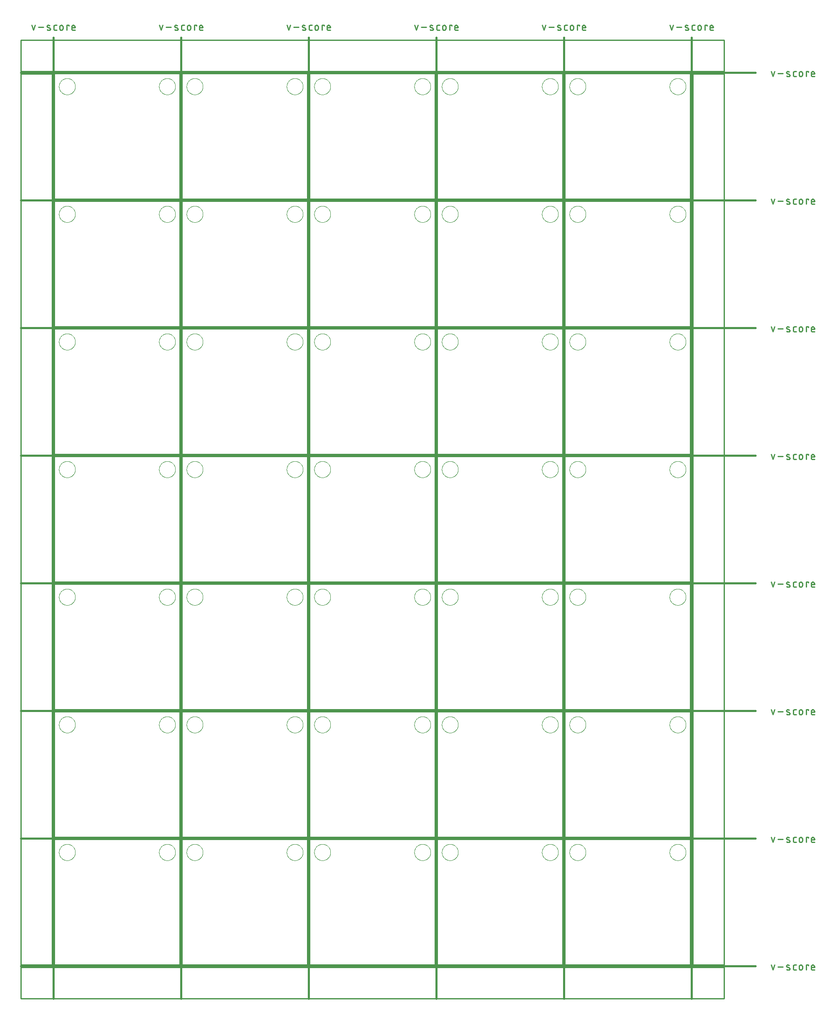
<source format=gko>
G04 EAGLE Gerber RS-274X export*
G75*
%MOMM*%
%FSLAX34Y34*%
%LPD*%
%IN*%
%IPPOS*%
%AMOC8*
5,1,8,0,0,1.08239X$1,22.5*%
G01*
%ADD10C,0.203200*%
%ADD11C,0.381000*%
%ADD12C,0.279400*%
%ADD13C,0.254000*%
%ADD14C,0.000000*%


D10*
X0Y0D02*
X254000Y0D01*
X254000Y254000D01*
X0Y254000D01*
X0Y0D01*
X259080Y0D02*
X513080Y0D01*
X513080Y254000D01*
X259080Y254000D01*
X259080Y0D01*
X518160Y0D02*
X772160Y0D01*
X772160Y254000D01*
X518160Y254000D01*
X518160Y0D01*
X777240Y0D02*
X1031240Y0D01*
X1031240Y254000D01*
X777240Y254000D01*
X777240Y0D01*
X1036320Y0D02*
X1290320Y0D01*
X1290320Y254000D01*
X1036320Y254000D01*
X1036320Y0D01*
X254000Y259080D02*
X0Y259080D01*
X254000Y259080D02*
X254000Y513080D01*
X0Y513080D01*
X0Y259080D01*
X259080Y259080D02*
X513080Y259080D01*
X513080Y513080D01*
X259080Y513080D01*
X259080Y259080D01*
X518160Y259080D02*
X772160Y259080D01*
X772160Y513080D01*
X518160Y513080D01*
X518160Y259080D01*
X777240Y259080D02*
X1031240Y259080D01*
X1031240Y513080D01*
X777240Y513080D01*
X777240Y259080D01*
X1036320Y259080D02*
X1290320Y259080D01*
X1290320Y513080D01*
X1036320Y513080D01*
X1036320Y259080D01*
X254000Y518160D02*
X0Y518160D01*
X254000Y518160D02*
X254000Y772160D01*
X0Y772160D01*
X0Y518160D01*
X259080Y518160D02*
X513080Y518160D01*
X513080Y772160D01*
X259080Y772160D01*
X259080Y518160D01*
X518160Y518160D02*
X772160Y518160D01*
X772160Y772160D01*
X518160Y772160D01*
X518160Y518160D01*
X777240Y518160D02*
X1031240Y518160D01*
X1031240Y772160D01*
X777240Y772160D01*
X777240Y518160D01*
X1036320Y518160D02*
X1290320Y518160D01*
X1290320Y772160D01*
X1036320Y772160D01*
X1036320Y518160D01*
X254000Y777240D02*
X0Y777240D01*
X254000Y777240D02*
X254000Y1031240D01*
X0Y1031240D01*
X0Y777240D01*
X259080Y777240D02*
X513080Y777240D01*
X513080Y1031240D01*
X259080Y1031240D01*
X259080Y777240D01*
X518160Y777240D02*
X772160Y777240D01*
X772160Y1031240D01*
X518160Y1031240D01*
X518160Y777240D01*
X777240Y777240D02*
X1031240Y777240D01*
X1031240Y1031240D01*
X777240Y1031240D01*
X777240Y777240D01*
X1036320Y777240D02*
X1290320Y777240D01*
X1290320Y1031240D01*
X1036320Y1031240D01*
X1036320Y777240D01*
X254000Y1036320D02*
X0Y1036320D01*
X254000Y1036320D02*
X254000Y1290320D01*
X0Y1290320D01*
X0Y1036320D01*
X259080Y1036320D02*
X513080Y1036320D01*
X513080Y1290320D01*
X259080Y1290320D01*
X259080Y1036320D01*
X518160Y1036320D02*
X772160Y1036320D01*
X772160Y1290320D01*
X518160Y1290320D01*
X518160Y1036320D01*
X777240Y1036320D02*
X1031240Y1036320D01*
X1031240Y1290320D01*
X777240Y1290320D01*
X777240Y1036320D01*
X1036320Y1036320D02*
X1290320Y1036320D01*
X1290320Y1290320D01*
X1036320Y1290320D01*
X1036320Y1036320D01*
X254000Y1295400D02*
X0Y1295400D01*
X254000Y1295400D02*
X254000Y1549400D01*
X0Y1549400D01*
X0Y1295400D01*
X259080Y1295400D02*
X513080Y1295400D01*
X513080Y1549400D01*
X259080Y1549400D01*
X259080Y1295400D01*
X518160Y1295400D02*
X772160Y1295400D01*
X772160Y1549400D01*
X518160Y1549400D01*
X518160Y1295400D01*
X777240Y1295400D02*
X1031240Y1295400D01*
X1031240Y1549400D01*
X777240Y1549400D01*
X777240Y1295400D01*
X1036320Y1295400D02*
X1290320Y1295400D01*
X1290320Y1549400D01*
X1036320Y1549400D01*
X1036320Y1295400D01*
X254000Y1554480D02*
X0Y1554480D01*
X254000Y1554480D02*
X254000Y1808480D01*
X0Y1808480D01*
X0Y1554480D01*
X259080Y1554480D02*
X513080Y1554480D01*
X513080Y1808480D01*
X259080Y1808480D01*
X259080Y1554480D01*
X518160Y1554480D02*
X772160Y1554480D01*
X772160Y1808480D01*
X518160Y1808480D01*
X518160Y1554480D01*
X777240Y1554480D02*
X1031240Y1554480D01*
X1031240Y1808480D01*
X777240Y1808480D01*
X777240Y1554480D01*
X1036320Y1554480D02*
X1290320Y1554480D01*
X1290320Y1808480D01*
X1036320Y1808480D01*
X1036320Y1554480D01*
D11*
X-2540Y1882140D02*
X-2540Y-68580D01*
D12*
X-42921Y1897507D02*
X-46251Y1907498D01*
X-39590Y1907498D02*
X-42921Y1897507D01*
X-32806Y1903335D02*
X-22815Y1903335D01*
X-14261Y1903335D02*
X-10098Y1901670D01*
X-14261Y1903334D02*
X-14346Y1903370D01*
X-14429Y1903410D01*
X-14510Y1903453D01*
X-14590Y1903500D01*
X-14667Y1903550D01*
X-14743Y1903603D01*
X-14816Y1903659D01*
X-14886Y1903719D01*
X-14954Y1903781D01*
X-15019Y1903846D01*
X-15081Y1903914D01*
X-15141Y1903985D01*
X-15197Y1904058D01*
X-15250Y1904133D01*
X-15300Y1904211D01*
X-15346Y1904290D01*
X-15389Y1904372D01*
X-15429Y1904455D01*
X-15465Y1904540D01*
X-15497Y1904626D01*
X-15526Y1904714D01*
X-15550Y1904803D01*
X-15571Y1904893D01*
X-15588Y1904983D01*
X-15602Y1905074D01*
X-15611Y1905166D01*
X-15616Y1905258D01*
X-15618Y1905350D01*
X-15616Y1905442D01*
X-15609Y1905534D01*
X-15599Y1905626D01*
X-15585Y1905717D01*
X-15567Y1905808D01*
X-15545Y1905897D01*
X-15519Y1905986D01*
X-15489Y1906073D01*
X-15456Y1906159D01*
X-15419Y1906243D01*
X-15379Y1906326D01*
X-15335Y1906407D01*
X-15288Y1906486D01*
X-15237Y1906563D01*
X-15183Y1906638D01*
X-15126Y1906711D01*
X-15066Y1906781D01*
X-15003Y1906848D01*
X-14937Y1906912D01*
X-14869Y1906974D01*
X-14798Y1907033D01*
X-14724Y1907088D01*
X-14648Y1907141D01*
X-14570Y1907190D01*
X-14490Y1907236D01*
X-14409Y1907278D01*
X-14325Y1907317D01*
X-14240Y1907352D01*
X-14153Y1907383D01*
X-14065Y1907411D01*
X-13976Y1907435D01*
X-13886Y1907455D01*
X-13796Y1907472D01*
X-13704Y1907484D01*
X-13612Y1907493D01*
X-13520Y1907497D01*
X-13428Y1907498D01*
X-13201Y1907492D01*
X-12974Y1907481D01*
X-12747Y1907464D01*
X-12521Y1907441D01*
X-12295Y1907414D01*
X-12070Y1907380D01*
X-11846Y1907342D01*
X-11623Y1907298D01*
X-11401Y1907249D01*
X-11180Y1907194D01*
X-10961Y1907134D01*
X-10743Y1907069D01*
X-10527Y1906998D01*
X-10313Y1906923D01*
X-10100Y1906842D01*
X-9890Y1906756D01*
X-9681Y1906665D01*
X-10098Y1901670D02*
X-10013Y1901634D01*
X-9930Y1901594D01*
X-9849Y1901551D01*
X-9769Y1901504D01*
X-9692Y1901454D01*
X-9616Y1901401D01*
X-9543Y1901345D01*
X-9473Y1901285D01*
X-9405Y1901223D01*
X-9340Y1901158D01*
X-9278Y1901090D01*
X-9218Y1901019D01*
X-9162Y1900946D01*
X-9109Y1900871D01*
X-9059Y1900793D01*
X-9013Y1900714D01*
X-8970Y1900632D01*
X-8930Y1900549D01*
X-8894Y1900464D01*
X-8862Y1900378D01*
X-8833Y1900290D01*
X-8809Y1900201D01*
X-8788Y1900111D01*
X-8771Y1900021D01*
X-8757Y1899930D01*
X-8748Y1899838D01*
X-8743Y1899746D01*
X-8741Y1899654D01*
X-8743Y1899562D01*
X-8750Y1899470D01*
X-8760Y1899378D01*
X-8774Y1899287D01*
X-8792Y1899196D01*
X-8814Y1899107D01*
X-8840Y1899018D01*
X-8870Y1898931D01*
X-8903Y1898845D01*
X-8940Y1898761D01*
X-8980Y1898678D01*
X-9024Y1898597D01*
X-9071Y1898518D01*
X-9122Y1898441D01*
X-9176Y1898366D01*
X-9233Y1898293D01*
X-9293Y1898223D01*
X-9356Y1898156D01*
X-9422Y1898092D01*
X-9490Y1898030D01*
X-9561Y1897971D01*
X-9635Y1897916D01*
X-9711Y1897863D01*
X-9789Y1897814D01*
X-9869Y1897768D01*
X-9950Y1897726D01*
X-10034Y1897687D01*
X-10119Y1897652D01*
X-10206Y1897621D01*
X-10294Y1897593D01*
X-10383Y1897569D01*
X-10473Y1897549D01*
X-10563Y1897532D01*
X-10655Y1897520D01*
X-10747Y1897511D01*
X-10839Y1897507D01*
X-10931Y1897506D01*
X-10931Y1897507D02*
X-11265Y1897516D01*
X-11598Y1897533D01*
X-11931Y1897557D01*
X-12264Y1897590D01*
X-12595Y1897630D01*
X-12926Y1897678D01*
X-13255Y1897734D01*
X-13583Y1897797D01*
X-13909Y1897869D01*
X-14233Y1897948D01*
X-14556Y1898034D01*
X-14876Y1898129D01*
X-15194Y1898231D01*
X-15510Y1898340D01*
X562Y1897507D02*
X3892Y1897507D01*
X562Y1897507D02*
X464Y1897509D01*
X366Y1897515D01*
X268Y1897524D01*
X171Y1897538D01*
X75Y1897555D01*
X-21Y1897576D01*
X-116Y1897601D01*
X-210Y1897629D01*
X-303Y1897661D01*
X-394Y1897697D01*
X-484Y1897736D01*
X-572Y1897779D01*
X-659Y1897826D01*
X-743Y1897875D01*
X-826Y1897928D01*
X-906Y1897984D01*
X-985Y1898043D01*
X-1060Y1898106D01*
X-1134Y1898171D01*
X-1204Y1898239D01*
X-1272Y1898309D01*
X-1338Y1898383D01*
X-1400Y1898459D01*
X-1459Y1898537D01*
X-1515Y1898617D01*
X-1568Y1898700D01*
X-1618Y1898784D01*
X-1664Y1898871D01*
X-1707Y1898959D01*
X-1746Y1899049D01*
X-1782Y1899140D01*
X-1814Y1899233D01*
X-1842Y1899327D01*
X-1867Y1899422D01*
X-1888Y1899518D01*
X-1905Y1899614D01*
X-1919Y1899711D01*
X-1928Y1899809D01*
X-1934Y1899907D01*
X-1936Y1900005D01*
X-1936Y1905000D01*
X-1934Y1905098D01*
X-1928Y1905196D01*
X-1919Y1905294D01*
X-1905Y1905391D01*
X-1888Y1905487D01*
X-1867Y1905583D01*
X-1842Y1905678D01*
X-1814Y1905772D01*
X-1782Y1905865D01*
X-1746Y1905956D01*
X-1707Y1906046D01*
X-1664Y1906134D01*
X-1617Y1906221D01*
X-1568Y1906305D01*
X-1515Y1906388D01*
X-1459Y1906468D01*
X-1400Y1906546D01*
X-1337Y1906622D01*
X-1272Y1906696D01*
X-1204Y1906766D01*
X-1134Y1906834D01*
X-1060Y1906899D01*
X-984Y1906962D01*
X-906Y1907021D01*
X-826Y1907077D01*
X-743Y1907130D01*
X-659Y1907179D01*
X-572Y1907226D01*
X-484Y1907269D01*
X-394Y1907308D01*
X-303Y1907344D01*
X-210Y1907376D01*
X-116Y1907404D01*
X-21Y1907429D01*
X75Y1907450D01*
X171Y1907467D01*
X268Y1907481D01*
X366Y1907490D01*
X464Y1907496D01*
X562Y1907498D01*
X3892Y1907498D01*
X10022Y1904167D02*
X10022Y1900837D01*
X10022Y1904167D02*
X10024Y1904281D01*
X10030Y1904394D01*
X10039Y1904508D01*
X10053Y1904620D01*
X10070Y1904733D01*
X10092Y1904845D01*
X10117Y1904955D01*
X10145Y1905065D01*
X10178Y1905174D01*
X10214Y1905282D01*
X10254Y1905389D01*
X10298Y1905494D01*
X10345Y1905597D01*
X10395Y1905699D01*
X10449Y1905799D01*
X10507Y1905897D01*
X10568Y1905993D01*
X10631Y1906087D01*
X10699Y1906179D01*
X10769Y1906269D01*
X10842Y1906355D01*
X10918Y1906440D01*
X10997Y1906522D01*
X11079Y1906601D01*
X11164Y1906677D01*
X11250Y1906750D01*
X11340Y1906820D01*
X11432Y1906888D01*
X11526Y1906951D01*
X11622Y1907012D01*
X11720Y1907070D01*
X11820Y1907124D01*
X11922Y1907174D01*
X12025Y1907221D01*
X12130Y1907265D01*
X12237Y1907305D01*
X12345Y1907341D01*
X12454Y1907374D01*
X12564Y1907402D01*
X12674Y1907427D01*
X12786Y1907449D01*
X12899Y1907466D01*
X13011Y1907480D01*
X13125Y1907489D01*
X13238Y1907495D01*
X13352Y1907497D01*
X13466Y1907495D01*
X13579Y1907489D01*
X13693Y1907480D01*
X13805Y1907466D01*
X13918Y1907449D01*
X14030Y1907427D01*
X14140Y1907402D01*
X14250Y1907374D01*
X14359Y1907341D01*
X14467Y1907305D01*
X14574Y1907265D01*
X14679Y1907221D01*
X14782Y1907174D01*
X14884Y1907124D01*
X14984Y1907070D01*
X15082Y1907012D01*
X15178Y1906951D01*
X15272Y1906888D01*
X15364Y1906820D01*
X15454Y1906750D01*
X15540Y1906677D01*
X15625Y1906601D01*
X15707Y1906522D01*
X15786Y1906440D01*
X15862Y1906355D01*
X15935Y1906269D01*
X16005Y1906179D01*
X16073Y1906087D01*
X16136Y1905993D01*
X16197Y1905897D01*
X16255Y1905799D01*
X16309Y1905699D01*
X16359Y1905597D01*
X16406Y1905494D01*
X16450Y1905389D01*
X16490Y1905282D01*
X16526Y1905174D01*
X16559Y1905065D01*
X16587Y1904955D01*
X16612Y1904845D01*
X16634Y1904733D01*
X16651Y1904620D01*
X16665Y1904508D01*
X16674Y1904394D01*
X16680Y1904281D01*
X16682Y1904167D01*
X16682Y1900837D01*
X16680Y1900723D01*
X16674Y1900610D01*
X16665Y1900496D01*
X16651Y1900384D01*
X16634Y1900271D01*
X16612Y1900159D01*
X16587Y1900049D01*
X16559Y1899939D01*
X16526Y1899830D01*
X16490Y1899722D01*
X16450Y1899615D01*
X16406Y1899510D01*
X16359Y1899407D01*
X16309Y1899305D01*
X16255Y1899205D01*
X16197Y1899107D01*
X16136Y1899011D01*
X16073Y1898917D01*
X16005Y1898825D01*
X15935Y1898735D01*
X15862Y1898649D01*
X15786Y1898564D01*
X15707Y1898482D01*
X15625Y1898403D01*
X15540Y1898327D01*
X15454Y1898254D01*
X15364Y1898184D01*
X15272Y1898116D01*
X15178Y1898053D01*
X15082Y1897992D01*
X14984Y1897934D01*
X14884Y1897880D01*
X14782Y1897830D01*
X14679Y1897783D01*
X14574Y1897739D01*
X14467Y1897699D01*
X14359Y1897663D01*
X14250Y1897630D01*
X14140Y1897602D01*
X14030Y1897577D01*
X13918Y1897555D01*
X13805Y1897538D01*
X13693Y1897524D01*
X13579Y1897515D01*
X13466Y1897509D01*
X13352Y1897507D01*
X13238Y1897509D01*
X13125Y1897515D01*
X13011Y1897524D01*
X12899Y1897538D01*
X12786Y1897555D01*
X12674Y1897577D01*
X12564Y1897602D01*
X12454Y1897630D01*
X12345Y1897663D01*
X12237Y1897699D01*
X12130Y1897739D01*
X12025Y1897783D01*
X11922Y1897830D01*
X11820Y1897880D01*
X11720Y1897934D01*
X11622Y1897992D01*
X11526Y1898053D01*
X11432Y1898116D01*
X11340Y1898184D01*
X11250Y1898254D01*
X11164Y1898327D01*
X11079Y1898403D01*
X10997Y1898482D01*
X10918Y1898564D01*
X10842Y1898649D01*
X10769Y1898735D01*
X10699Y1898825D01*
X10631Y1898917D01*
X10568Y1899011D01*
X10507Y1899107D01*
X10449Y1899205D01*
X10395Y1899305D01*
X10345Y1899407D01*
X10298Y1899510D01*
X10254Y1899615D01*
X10214Y1899722D01*
X10178Y1899830D01*
X10145Y1899939D01*
X10117Y1900049D01*
X10092Y1900159D01*
X10070Y1900271D01*
X10053Y1900384D01*
X10039Y1900496D01*
X10030Y1900610D01*
X10024Y1900723D01*
X10022Y1900837D01*
X24218Y1897507D02*
X24218Y1907498D01*
X29213Y1907498D01*
X29213Y1905833D01*
X37008Y1897507D02*
X41171Y1897507D01*
X37008Y1897507D02*
X36910Y1897509D01*
X36812Y1897515D01*
X36714Y1897524D01*
X36617Y1897538D01*
X36521Y1897555D01*
X36425Y1897576D01*
X36330Y1897601D01*
X36236Y1897629D01*
X36143Y1897661D01*
X36052Y1897697D01*
X35962Y1897736D01*
X35874Y1897779D01*
X35787Y1897826D01*
X35703Y1897875D01*
X35620Y1897928D01*
X35540Y1897984D01*
X35462Y1898043D01*
X35386Y1898106D01*
X35312Y1898171D01*
X35242Y1898239D01*
X35174Y1898309D01*
X35109Y1898383D01*
X35046Y1898459D01*
X34987Y1898537D01*
X34931Y1898617D01*
X34878Y1898700D01*
X34829Y1898784D01*
X34782Y1898871D01*
X34739Y1898959D01*
X34700Y1899049D01*
X34664Y1899140D01*
X34632Y1899233D01*
X34604Y1899327D01*
X34579Y1899422D01*
X34558Y1899518D01*
X34541Y1899614D01*
X34527Y1899711D01*
X34518Y1899809D01*
X34512Y1899907D01*
X34510Y1900005D01*
X34510Y1904167D01*
X34511Y1904167D02*
X34513Y1904281D01*
X34519Y1904394D01*
X34528Y1904508D01*
X34542Y1904620D01*
X34559Y1904733D01*
X34581Y1904845D01*
X34606Y1904955D01*
X34634Y1905065D01*
X34667Y1905174D01*
X34703Y1905282D01*
X34743Y1905389D01*
X34787Y1905494D01*
X34834Y1905597D01*
X34884Y1905699D01*
X34938Y1905799D01*
X34996Y1905897D01*
X35057Y1905993D01*
X35120Y1906087D01*
X35188Y1906179D01*
X35258Y1906269D01*
X35331Y1906355D01*
X35407Y1906440D01*
X35486Y1906522D01*
X35568Y1906601D01*
X35653Y1906677D01*
X35739Y1906750D01*
X35829Y1906820D01*
X35921Y1906888D01*
X36015Y1906951D01*
X36111Y1907012D01*
X36209Y1907070D01*
X36309Y1907124D01*
X36411Y1907174D01*
X36514Y1907221D01*
X36619Y1907265D01*
X36726Y1907305D01*
X36834Y1907341D01*
X36943Y1907374D01*
X37053Y1907402D01*
X37163Y1907427D01*
X37275Y1907449D01*
X37388Y1907466D01*
X37500Y1907480D01*
X37614Y1907489D01*
X37727Y1907495D01*
X37841Y1907497D01*
X37955Y1907495D01*
X38068Y1907489D01*
X38182Y1907480D01*
X38294Y1907466D01*
X38407Y1907449D01*
X38519Y1907427D01*
X38629Y1907402D01*
X38739Y1907374D01*
X38848Y1907341D01*
X38956Y1907305D01*
X39063Y1907265D01*
X39168Y1907221D01*
X39271Y1907174D01*
X39373Y1907124D01*
X39473Y1907070D01*
X39571Y1907012D01*
X39667Y1906951D01*
X39761Y1906888D01*
X39853Y1906820D01*
X39943Y1906750D01*
X40029Y1906677D01*
X40114Y1906601D01*
X40196Y1906522D01*
X40275Y1906440D01*
X40351Y1906355D01*
X40424Y1906269D01*
X40494Y1906179D01*
X40562Y1906087D01*
X40625Y1905993D01*
X40686Y1905897D01*
X40744Y1905799D01*
X40798Y1905699D01*
X40848Y1905597D01*
X40895Y1905494D01*
X40939Y1905389D01*
X40979Y1905282D01*
X41015Y1905174D01*
X41048Y1905065D01*
X41076Y1904955D01*
X41101Y1904845D01*
X41123Y1904733D01*
X41140Y1904620D01*
X41154Y1904508D01*
X41163Y1904394D01*
X41169Y1904281D01*
X41171Y1904167D01*
X41171Y1902502D01*
X34510Y1902502D01*
D11*
X256540Y1882140D02*
X256540Y-68580D01*
D12*
X216159Y1897507D02*
X212829Y1907498D01*
X219490Y1907498D02*
X216159Y1897507D01*
X226274Y1903335D02*
X236265Y1903335D01*
X244819Y1903335D02*
X248982Y1901670D01*
X244819Y1903334D02*
X244734Y1903370D01*
X244651Y1903410D01*
X244570Y1903453D01*
X244490Y1903500D01*
X244413Y1903550D01*
X244337Y1903603D01*
X244264Y1903659D01*
X244194Y1903719D01*
X244126Y1903781D01*
X244061Y1903846D01*
X243999Y1903914D01*
X243939Y1903985D01*
X243883Y1904058D01*
X243830Y1904133D01*
X243780Y1904211D01*
X243734Y1904290D01*
X243691Y1904372D01*
X243651Y1904455D01*
X243615Y1904540D01*
X243583Y1904626D01*
X243554Y1904714D01*
X243530Y1904803D01*
X243509Y1904893D01*
X243492Y1904983D01*
X243478Y1905074D01*
X243469Y1905166D01*
X243464Y1905258D01*
X243462Y1905350D01*
X243464Y1905442D01*
X243471Y1905534D01*
X243481Y1905626D01*
X243495Y1905717D01*
X243513Y1905808D01*
X243535Y1905897D01*
X243561Y1905986D01*
X243591Y1906073D01*
X243624Y1906159D01*
X243661Y1906243D01*
X243701Y1906326D01*
X243745Y1906407D01*
X243792Y1906486D01*
X243843Y1906563D01*
X243897Y1906638D01*
X243954Y1906711D01*
X244014Y1906781D01*
X244077Y1906848D01*
X244143Y1906912D01*
X244211Y1906974D01*
X244282Y1907033D01*
X244356Y1907088D01*
X244432Y1907141D01*
X244510Y1907190D01*
X244590Y1907236D01*
X244671Y1907278D01*
X244755Y1907317D01*
X244840Y1907352D01*
X244927Y1907383D01*
X245015Y1907411D01*
X245104Y1907435D01*
X245194Y1907455D01*
X245284Y1907472D01*
X245376Y1907484D01*
X245468Y1907493D01*
X245560Y1907497D01*
X245652Y1907498D01*
X245879Y1907492D01*
X246106Y1907481D01*
X246333Y1907464D01*
X246559Y1907441D01*
X246785Y1907414D01*
X247010Y1907380D01*
X247234Y1907342D01*
X247457Y1907298D01*
X247679Y1907249D01*
X247900Y1907194D01*
X248119Y1907134D01*
X248337Y1907069D01*
X248553Y1906998D01*
X248767Y1906923D01*
X248980Y1906842D01*
X249190Y1906756D01*
X249399Y1906665D01*
X248982Y1901670D02*
X249067Y1901634D01*
X249150Y1901594D01*
X249231Y1901551D01*
X249311Y1901504D01*
X249388Y1901454D01*
X249464Y1901401D01*
X249537Y1901345D01*
X249607Y1901285D01*
X249675Y1901223D01*
X249740Y1901158D01*
X249802Y1901090D01*
X249862Y1901019D01*
X249918Y1900946D01*
X249971Y1900871D01*
X250021Y1900793D01*
X250067Y1900714D01*
X250110Y1900632D01*
X250150Y1900549D01*
X250186Y1900464D01*
X250218Y1900378D01*
X250247Y1900290D01*
X250271Y1900201D01*
X250292Y1900111D01*
X250309Y1900021D01*
X250323Y1899930D01*
X250332Y1899838D01*
X250337Y1899746D01*
X250339Y1899654D01*
X250337Y1899562D01*
X250330Y1899470D01*
X250320Y1899378D01*
X250306Y1899287D01*
X250288Y1899196D01*
X250266Y1899107D01*
X250240Y1899018D01*
X250210Y1898931D01*
X250177Y1898845D01*
X250140Y1898761D01*
X250100Y1898678D01*
X250056Y1898597D01*
X250009Y1898518D01*
X249958Y1898441D01*
X249904Y1898366D01*
X249847Y1898293D01*
X249787Y1898223D01*
X249724Y1898156D01*
X249658Y1898092D01*
X249590Y1898030D01*
X249519Y1897971D01*
X249445Y1897916D01*
X249369Y1897863D01*
X249291Y1897814D01*
X249211Y1897768D01*
X249130Y1897726D01*
X249046Y1897687D01*
X248961Y1897652D01*
X248874Y1897621D01*
X248786Y1897593D01*
X248697Y1897569D01*
X248607Y1897549D01*
X248517Y1897532D01*
X248425Y1897520D01*
X248333Y1897511D01*
X248241Y1897507D01*
X248149Y1897506D01*
X248149Y1897507D02*
X247815Y1897516D01*
X247482Y1897533D01*
X247149Y1897557D01*
X246816Y1897590D01*
X246485Y1897630D01*
X246154Y1897678D01*
X245825Y1897734D01*
X245497Y1897797D01*
X245171Y1897869D01*
X244847Y1897948D01*
X244524Y1898034D01*
X244204Y1898129D01*
X243886Y1898231D01*
X243570Y1898340D01*
X259642Y1897507D02*
X262972Y1897507D01*
X259642Y1897507D02*
X259544Y1897509D01*
X259446Y1897515D01*
X259348Y1897524D01*
X259251Y1897538D01*
X259155Y1897555D01*
X259059Y1897576D01*
X258964Y1897601D01*
X258870Y1897629D01*
X258777Y1897661D01*
X258686Y1897697D01*
X258596Y1897736D01*
X258508Y1897779D01*
X258421Y1897826D01*
X258337Y1897875D01*
X258254Y1897928D01*
X258174Y1897984D01*
X258096Y1898043D01*
X258020Y1898106D01*
X257946Y1898171D01*
X257876Y1898239D01*
X257808Y1898309D01*
X257743Y1898383D01*
X257680Y1898459D01*
X257621Y1898537D01*
X257565Y1898617D01*
X257512Y1898700D01*
X257463Y1898784D01*
X257416Y1898871D01*
X257373Y1898959D01*
X257334Y1899049D01*
X257298Y1899140D01*
X257266Y1899233D01*
X257238Y1899327D01*
X257213Y1899422D01*
X257192Y1899518D01*
X257175Y1899614D01*
X257161Y1899711D01*
X257152Y1899809D01*
X257146Y1899907D01*
X257144Y1900005D01*
X257144Y1905000D01*
X257146Y1905098D01*
X257152Y1905196D01*
X257161Y1905294D01*
X257175Y1905391D01*
X257192Y1905487D01*
X257213Y1905583D01*
X257238Y1905678D01*
X257266Y1905772D01*
X257298Y1905865D01*
X257334Y1905956D01*
X257373Y1906046D01*
X257416Y1906134D01*
X257463Y1906221D01*
X257512Y1906305D01*
X257565Y1906388D01*
X257621Y1906468D01*
X257680Y1906547D01*
X257743Y1906622D01*
X257808Y1906696D01*
X257876Y1906766D01*
X257946Y1906834D01*
X258020Y1906900D01*
X258096Y1906962D01*
X258174Y1907021D01*
X258254Y1907077D01*
X258337Y1907130D01*
X258421Y1907180D01*
X258508Y1907226D01*
X258596Y1907269D01*
X258686Y1907308D01*
X258777Y1907344D01*
X258870Y1907376D01*
X258964Y1907404D01*
X259059Y1907429D01*
X259155Y1907450D01*
X259251Y1907467D01*
X259348Y1907481D01*
X259446Y1907490D01*
X259544Y1907496D01*
X259642Y1907498D01*
X262972Y1907498D01*
X269102Y1904167D02*
X269102Y1900837D01*
X269102Y1904167D02*
X269104Y1904281D01*
X269110Y1904394D01*
X269119Y1904508D01*
X269133Y1904620D01*
X269150Y1904733D01*
X269172Y1904845D01*
X269197Y1904955D01*
X269225Y1905065D01*
X269258Y1905174D01*
X269294Y1905282D01*
X269334Y1905389D01*
X269378Y1905494D01*
X269425Y1905597D01*
X269475Y1905699D01*
X269529Y1905799D01*
X269587Y1905897D01*
X269648Y1905993D01*
X269711Y1906087D01*
X269779Y1906179D01*
X269849Y1906269D01*
X269922Y1906355D01*
X269998Y1906440D01*
X270077Y1906522D01*
X270159Y1906601D01*
X270244Y1906677D01*
X270330Y1906750D01*
X270420Y1906820D01*
X270512Y1906888D01*
X270606Y1906951D01*
X270702Y1907012D01*
X270800Y1907070D01*
X270900Y1907124D01*
X271002Y1907174D01*
X271105Y1907221D01*
X271210Y1907265D01*
X271317Y1907305D01*
X271425Y1907341D01*
X271534Y1907374D01*
X271644Y1907402D01*
X271754Y1907427D01*
X271866Y1907449D01*
X271979Y1907466D01*
X272091Y1907480D01*
X272205Y1907489D01*
X272318Y1907495D01*
X272432Y1907497D01*
X272546Y1907495D01*
X272659Y1907489D01*
X272773Y1907480D01*
X272885Y1907466D01*
X272998Y1907449D01*
X273110Y1907427D01*
X273220Y1907402D01*
X273330Y1907374D01*
X273439Y1907341D01*
X273547Y1907305D01*
X273654Y1907265D01*
X273759Y1907221D01*
X273862Y1907174D01*
X273964Y1907124D01*
X274064Y1907070D01*
X274162Y1907012D01*
X274258Y1906951D01*
X274352Y1906888D01*
X274444Y1906820D01*
X274534Y1906750D01*
X274620Y1906677D01*
X274705Y1906601D01*
X274787Y1906522D01*
X274866Y1906440D01*
X274942Y1906355D01*
X275015Y1906269D01*
X275085Y1906179D01*
X275153Y1906087D01*
X275216Y1905993D01*
X275277Y1905897D01*
X275335Y1905799D01*
X275389Y1905699D01*
X275439Y1905597D01*
X275486Y1905494D01*
X275530Y1905389D01*
X275570Y1905282D01*
X275606Y1905174D01*
X275639Y1905065D01*
X275667Y1904955D01*
X275692Y1904845D01*
X275714Y1904733D01*
X275731Y1904620D01*
X275745Y1904508D01*
X275754Y1904394D01*
X275760Y1904281D01*
X275762Y1904167D01*
X275762Y1900837D01*
X275760Y1900723D01*
X275754Y1900610D01*
X275745Y1900496D01*
X275731Y1900384D01*
X275714Y1900271D01*
X275692Y1900159D01*
X275667Y1900049D01*
X275639Y1899939D01*
X275606Y1899830D01*
X275570Y1899722D01*
X275530Y1899615D01*
X275486Y1899510D01*
X275439Y1899407D01*
X275389Y1899305D01*
X275335Y1899205D01*
X275277Y1899107D01*
X275216Y1899011D01*
X275153Y1898917D01*
X275085Y1898825D01*
X275015Y1898735D01*
X274942Y1898649D01*
X274866Y1898564D01*
X274787Y1898482D01*
X274705Y1898403D01*
X274620Y1898327D01*
X274534Y1898254D01*
X274444Y1898184D01*
X274352Y1898116D01*
X274258Y1898053D01*
X274162Y1897992D01*
X274064Y1897934D01*
X273964Y1897880D01*
X273862Y1897830D01*
X273759Y1897783D01*
X273654Y1897739D01*
X273547Y1897699D01*
X273439Y1897663D01*
X273330Y1897630D01*
X273220Y1897602D01*
X273110Y1897577D01*
X272998Y1897555D01*
X272885Y1897538D01*
X272773Y1897524D01*
X272659Y1897515D01*
X272546Y1897509D01*
X272432Y1897507D01*
X272318Y1897509D01*
X272205Y1897515D01*
X272091Y1897524D01*
X271979Y1897538D01*
X271866Y1897555D01*
X271754Y1897577D01*
X271644Y1897602D01*
X271534Y1897630D01*
X271425Y1897663D01*
X271317Y1897699D01*
X271210Y1897739D01*
X271105Y1897783D01*
X271002Y1897830D01*
X270900Y1897880D01*
X270800Y1897934D01*
X270702Y1897992D01*
X270606Y1898053D01*
X270512Y1898116D01*
X270420Y1898184D01*
X270330Y1898254D01*
X270244Y1898327D01*
X270159Y1898403D01*
X270077Y1898482D01*
X269998Y1898564D01*
X269922Y1898649D01*
X269849Y1898735D01*
X269779Y1898825D01*
X269711Y1898917D01*
X269648Y1899011D01*
X269587Y1899107D01*
X269529Y1899205D01*
X269475Y1899305D01*
X269425Y1899407D01*
X269378Y1899510D01*
X269334Y1899615D01*
X269294Y1899722D01*
X269258Y1899830D01*
X269225Y1899939D01*
X269197Y1900049D01*
X269172Y1900159D01*
X269150Y1900271D01*
X269133Y1900384D01*
X269119Y1900496D01*
X269110Y1900610D01*
X269104Y1900723D01*
X269102Y1900837D01*
X283298Y1897507D02*
X283298Y1907498D01*
X288293Y1907498D01*
X288293Y1905833D01*
X296088Y1897507D02*
X300251Y1897507D01*
X296088Y1897507D02*
X295990Y1897509D01*
X295892Y1897515D01*
X295794Y1897524D01*
X295697Y1897538D01*
X295601Y1897555D01*
X295505Y1897576D01*
X295410Y1897601D01*
X295316Y1897629D01*
X295223Y1897661D01*
X295132Y1897697D01*
X295042Y1897736D01*
X294954Y1897779D01*
X294867Y1897826D01*
X294783Y1897875D01*
X294700Y1897928D01*
X294620Y1897984D01*
X294542Y1898043D01*
X294466Y1898106D01*
X294392Y1898171D01*
X294322Y1898239D01*
X294254Y1898309D01*
X294189Y1898383D01*
X294126Y1898459D01*
X294067Y1898537D01*
X294011Y1898617D01*
X293958Y1898700D01*
X293909Y1898784D01*
X293862Y1898871D01*
X293819Y1898959D01*
X293780Y1899049D01*
X293744Y1899140D01*
X293712Y1899233D01*
X293684Y1899327D01*
X293659Y1899422D01*
X293638Y1899518D01*
X293621Y1899614D01*
X293607Y1899711D01*
X293598Y1899809D01*
X293592Y1899907D01*
X293590Y1900005D01*
X293590Y1904167D01*
X293591Y1904167D02*
X293593Y1904281D01*
X293599Y1904394D01*
X293608Y1904508D01*
X293622Y1904620D01*
X293639Y1904733D01*
X293661Y1904845D01*
X293686Y1904955D01*
X293714Y1905065D01*
X293747Y1905174D01*
X293783Y1905282D01*
X293823Y1905389D01*
X293867Y1905494D01*
X293914Y1905597D01*
X293964Y1905699D01*
X294018Y1905799D01*
X294076Y1905897D01*
X294137Y1905993D01*
X294200Y1906087D01*
X294268Y1906179D01*
X294338Y1906269D01*
X294411Y1906355D01*
X294487Y1906440D01*
X294566Y1906522D01*
X294648Y1906601D01*
X294733Y1906677D01*
X294819Y1906750D01*
X294909Y1906820D01*
X295001Y1906888D01*
X295095Y1906951D01*
X295191Y1907012D01*
X295289Y1907070D01*
X295389Y1907124D01*
X295491Y1907174D01*
X295594Y1907221D01*
X295699Y1907265D01*
X295806Y1907305D01*
X295914Y1907341D01*
X296023Y1907374D01*
X296133Y1907402D01*
X296243Y1907427D01*
X296355Y1907449D01*
X296468Y1907466D01*
X296580Y1907480D01*
X296694Y1907489D01*
X296807Y1907495D01*
X296921Y1907497D01*
X297035Y1907495D01*
X297148Y1907489D01*
X297262Y1907480D01*
X297374Y1907466D01*
X297487Y1907449D01*
X297599Y1907427D01*
X297709Y1907402D01*
X297819Y1907374D01*
X297928Y1907341D01*
X298036Y1907305D01*
X298143Y1907265D01*
X298248Y1907221D01*
X298351Y1907174D01*
X298453Y1907124D01*
X298553Y1907070D01*
X298651Y1907012D01*
X298747Y1906951D01*
X298841Y1906888D01*
X298933Y1906820D01*
X299023Y1906750D01*
X299109Y1906677D01*
X299194Y1906601D01*
X299276Y1906522D01*
X299355Y1906440D01*
X299431Y1906355D01*
X299504Y1906269D01*
X299574Y1906179D01*
X299642Y1906087D01*
X299705Y1905993D01*
X299766Y1905897D01*
X299824Y1905799D01*
X299878Y1905699D01*
X299928Y1905597D01*
X299975Y1905494D01*
X300019Y1905389D01*
X300059Y1905282D01*
X300095Y1905174D01*
X300128Y1905065D01*
X300156Y1904955D01*
X300181Y1904845D01*
X300203Y1904733D01*
X300220Y1904620D01*
X300234Y1904508D01*
X300243Y1904394D01*
X300249Y1904281D01*
X300251Y1904167D01*
X300251Y1902502D01*
X293590Y1902502D01*
D11*
X515620Y1882140D02*
X515620Y-68580D01*
D12*
X475239Y1897507D02*
X471909Y1907498D01*
X478570Y1907498D02*
X475239Y1897507D01*
X485354Y1903335D02*
X495345Y1903335D01*
X503899Y1903335D02*
X508062Y1901670D01*
X503899Y1903334D02*
X503814Y1903370D01*
X503731Y1903410D01*
X503650Y1903453D01*
X503570Y1903500D01*
X503493Y1903550D01*
X503417Y1903603D01*
X503344Y1903659D01*
X503274Y1903719D01*
X503206Y1903781D01*
X503141Y1903846D01*
X503079Y1903914D01*
X503019Y1903985D01*
X502963Y1904058D01*
X502910Y1904133D01*
X502860Y1904211D01*
X502814Y1904290D01*
X502771Y1904372D01*
X502731Y1904455D01*
X502695Y1904540D01*
X502663Y1904626D01*
X502634Y1904714D01*
X502610Y1904803D01*
X502589Y1904893D01*
X502572Y1904983D01*
X502558Y1905074D01*
X502549Y1905166D01*
X502544Y1905258D01*
X502542Y1905350D01*
X502544Y1905442D01*
X502551Y1905534D01*
X502561Y1905626D01*
X502575Y1905717D01*
X502593Y1905808D01*
X502615Y1905897D01*
X502641Y1905986D01*
X502671Y1906073D01*
X502704Y1906159D01*
X502741Y1906243D01*
X502781Y1906326D01*
X502825Y1906407D01*
X502872Y1906486D01*
X502923Y1906563D01*
X502977Y1906638D01*
X503034Y1906711D01*
X503094Y1906781D01*
X503157Y1906848D01*
X503223Y1906912D01*
X503291Y1906974D01*
X503362Y1907033D01*
X503436Y1907088D01*
X503512Y1907141D01*
X503590Y1907190D01*
X503670Y1907236D01*
X503751Y1907278D01*
X503835Y1907317D01*
X503920Y1907352D01*
X504007Y1907383D01*
X504095Y1907411D01*
X504184Y1907435D01*
X504274Y1907455D01*
X504364Y1907472D01*
X504456Y1907484D01*
X504548Y1907493D01*
X504640Y1907497D01*
X504732Y1907498D01*
X504959Y1907492D01*
X505186Y1907481D01*
X505413Y1907464D01*
X505639Y1907441D01*
X505865Y1907414D01*
X506090Y1907380D01*
X506314Y1907342D01*
X506537Y1907298D01*
X506759Y1907249D01*
X506980Y1907194D01*
X507199Y1907134D01*
X507417Y1907069D01*
X507633Y1906998D01*
X507847Y1906923D01*
X508060Y1906842D01*
X508270Y1906756D01*
X508479Y1906665D01*
X508062Y1901670D02*
X508147Y1901634D01*
X508230Y1901594D01*
X508311Y1901551D01*
X508391Y1901504D01*
X508468Y1901454D01*
X508544Y1901401D01*
X508617Y1901345D01*
X508687Y1901285D01*
X508755Y1901223D01*
X508820Y1901158D01*
X508882Y1901090D01*
X508942Y1901019D01*
X508998Y1900946D01*
X509051Y1900871D01*
X509101Y1900793D01*
X509147Y1900714D01*
X509190Y1900632D01*
X509230Y1900549D01*
X509266Y1900464D01*
X509298Y1900378D01*
X509327Y1900290D01*
X509351Y1900201D01*
X509372Y1900111D01*
X509389Y1900021D01*
X509403Y1899930D01*
X509412Y1899838D01*
X509417Y1899746D01*
X509419Y1899654D01*
X509417Y1899562D01*
X509410Y1899470D01*
X509400Y1899378D01*
X509386Y1899287D01*
X509368Y1899196D01*
X509346Y1899107D01*
X509320Y1899018D01*
X509290Y1898931D01*
X509257Y1898845D01*
X509220Y1898761D01*
X509180Y1898678D01*
X509136Y1898597D01*
X509089Y1898518D01*
X509038Y1898441D01*
X508984Y1898366D01*
X508927Y1898293D01*
X508867Y1898223D01*
X508804Y1898156D01*
X508738Y1898092D01*
X508670Y1898030D01*
X508599Y1897971D01*
X508525Y1897916D01*
X508449Y1897863D01*
X508371Y1897814D01*
X508291Y1897768D01*
X508210Y1897726D01*
X508126Y1897687D01*
X508041Y1897652D01*
X507954Y1897621D01*
X507866Y1897593D01*
X507777Y1897569D01*
X507687Y1897549D01*
X507597Y1897532D01*
X507505Y1897520D01*
X507413Y1897511D01*
X507321Y1897507D01*
X507229Y1897506D01*
X507229Y1897507D02*
X506895Y1897516D01*
X506562Y1897533D01*
X506229Y1897557D01*
X505896Y1897590D01*
X505565Y1897630D01*
X505234Y1897678D01*
X504905Y1897734D01*
X504577Y1897797D01*
X504251Y1897869D01*
X503927Y1897948D01*
X503604Y1898034D01*
X503284Y1898129D01*
X502966Y1898231D01*
X502650Y1898340D01*
X518722Y1897507D02*
X522052Y1897507D01*
X518722Y1897507D02*
X518624Y1897509D01*
X518526Y1897515D01*
X518428Y1897524D01*
X518331Y1897538D01*
X518235Y1897555D01*
X518139Y1897576D01*
X518044Y1897601D01*
X517950Y1897629D01*
X517857Y1897661D01*
X517766Y1897697D01*
X517676Y1897736D01*
X517588Y1897779D01*
X517501Y1897826D01*
X517417Y1897875D01*
X517334Y1897928D01*
X517254Y1897984D01*
X517176Y1898043D01*
X517100Y1898106D01*
X517026Y1898171D01*
X516956Y1898239D01*
X516888Y1898309D01*
X516823Y1898383D01*
X516760Y1898459D01*
X516701Y1898537D01*
X516645Y1898617D01*
X516592Y1898700D01*
X516543Y1898784D01*
X516496Y1898871D01*
X516453Y1898959D01*
X516414Y1899049D01*
X516378Y1899140D01*
X516346Y1899233D01*
X516318Y1899327D01*
X516293Y1899422D01*
X516272Y1899518D01*
X516255Y1899614D01*
X516241Y1899711D01*
X516232Y1899809D01*
X516226Y1899907D01*
X516224Y1900005D01*
X516224Y1905000D01*
X516226Y1905098D01*
X516232Y1905196D01*
X516241Y1905294D01*
X516255Y1905391D01*
X516272Y1905487D01*
X516293Y1905583D01*
X516318Y1905678D01*
X516346Y1905772D01*
X516378Y1905865D01*
X516414Y1905956D01*
X516453Y1906046D01*
X516496Y1906134D01*
X516543Y1906221D01*
X516592Y1906305D01*
X516645Y1906388D01*
X516701Y1906468D01*
X516760Y1906547D01*
X516823Y1906622D01*
X516888Y1906696D01*
X516956Y1906766D01*
X517026Y1906834D01*
X517100Y1906900D01*
X517176Y1906962D01*
X517254Y1907021D01*
X517334Y1907077D01*
X517417Y1907130D01*
X517501Y1907180D01*
X517588Y1907226D01*
X517676Y1907269D01*
X517766Y1907308D01*
X517857Y1907344D01*
X517950Y1907376D01*
X518044Y1907404D01*
X518139Y1907429D01*
X518235Y1907450D01*
X518331Y1907467D01*
X518428Y1907481D01*
X518526Y1907490D01*
X518624Y1907496D01*
X518722Y1907498D01*
X522052Y1907498D01*
X528182Y1904167D02*
X528182Y1900837D01*
X528182Y1904167D02*
X528184Y1904281D01*
X528190Y1904394D01*
X528199Y1904508D01*
X528213Y1904620D01*
X528230Y1904733D01*
X528252Y1904845D01*
X528277Y1904955D01*
X528305Y1905065D01*
X528338Y1905174D01*
X528374Y1905282D01*
X528414Y1905389D01*
X528458Y1905494D01*
X528505Y1905597D01*
X528555Y1905699D01*
X528609Y1905799D01*
X528667Y1905897D01*
X528728Y1905993D01*
X528791Y1906087D01*
X528859Y1906179D01*
X528929Y1906269D01*
X529002Y1906355D01*
X529078Y1906440D01*
X529157Y1906522D01*
X529239Y1906601D01*
X529324Y1906677D01*
X529410Y1906750D01*
X529500Y1906820D01*
X529592Y1906888D01*
X529686Y1906951D01*
X529782Y1907012D01*
X529880Y1907070D01*
X529980Y1907124D01*
X530082Y1907174D01*
X530185Y1907221D01*
X530290Y1907265D01*
X530397Y1907305D01*
X530505Y1907341D01*
X530614Y1907374D01*
X530724Y1907402D01*
X530834Y1907427D01*
X530946Y1907449D01*
X531059Y1907466D01*
X531171Y1907480D01*
X531285Y1907489D01*
X531398Y1907495D01*
X531512Y1907497D01*
X531626Y1907495D01*
X531739Y1907489D01*
X531853Y1907480D01*
X531965Y1907466D01*
X532078Y1907449D01*
X532190Y1907427D01*
X532300Y1907402D01*
X532410Y1907374D01*
X532519Y1907341D01*
X532627Y1907305D01*
X532734Y1907265D01*
X532839Y1907221D01*
X532942Y1907174D01*
X533044Y1907124D01*
X533144Y1907070D01*
X533242Y1907012D01*
X533338Y1906951D01*
X533432Y1906888D01*
X533524Y1906820D01*
X533614Y1906750D01*
X533700Y1906677D01*
X533785Y1906601D01*
X533867Y1906522D01*
X533946Y1906440D01*
X534022Y1906355D01*
X534095Y1906269D01*
X534165Y1906179D01*
X534233Y1906087D01*
X534296Y1905993D01*
X534357Y1905897D01*
X534415Y1905799D01*
X534469Y1905699D01*
X534519Y1905597D01*
X534566Y1905494D01*
X534610Y1905389D01*
X534650Y1905282D01*
X534686Y1905174D01*
X534719Y1905065D01*
X534747Y1904955D01*
X534772Y1904845D01*
X534794Y1904733D01*
X534811Y1904620D01*
X534825Y1904508D01*
X534834Y1904394D01*
X534840Y1904281D01*
X534842Y1904167D01*
X534842Y1900837D01*
X534840Y1900723D01*
X534834Y1900610D01*
X534825Y1900496D01*
X534811Y1900384D01*
X534794Y1900271D01*
X534772Y1900159D01*
X534747Y1900049D01*
X534719Y1899939D01*
X534686Y1899830D01*
X534650Y1899722D01*
X534610Y1899615D01*
X534566Y1899510D01*
X534519Y1899407D01*
X534469Y1899305D01*
X534415Y1899205D01*
X534357Y1899107D01*
X534296Y1899011D01*
X534233Y1898917D01*
X534165Y1898825D01*
X534095Y1898735D01*
X534022Y1898649D01*
X533946Y1898564D01*
X533867Y1898482D01*
X533785Y1898403D01*
X533700Y1898327D01*
X533614Y1898254D01*
X533524Y1898184D01*
X533432Y1898116D01*
X533338Y1898053D01*
X533242Y1897992D01*
X533144Y1897934D01*
X533044Y1897880D01*
X532942Y1897830D01*
X532839Y1897783D01*
X532734Y1897739D01*
X532627Y1897699D01*
X532519Y1897663D01*
X532410Y1897630D01*
X532300Y1897602D01*
X532190Y1897577D01*
X532078Y1897555D01*
X531965Y1897538D01*
X531853Y1897524D01*
X531739Y1897515D01*
X531626Y1897509D01*
X531512Y1897507D01*
X531398Y1897509D01*
X531285Y1897515D01*
X531171Y1897524D01*
X531059Y1897538D01*
X530946Y1897555D01*
X530834Y1897577D01*
X530724Y1897602D01*
X530614Y1897630D01*
X530505Y1897663D01*
X530397Y1897699D01*
X530290Y1897739D01*
X530185Y1897783D01*
X530082Y1897830D01*
X529980Y1897880D01*
X529880Y1897934D01*
X529782Y1897992D01*
X529686Y1898053D01*
X529592Y1898116D01*
X529500Y1898184D01*
X529410Y1898254D01*
X529324Y1898327D01*
X529239Y1898403D01*
X529157Y1898482D01*
X529078Y1898564D01*
X529002Y1898649D01*
X528929Y1898735D01*
X528859Y1898825D01*
X528791Y1898917D01*
X528728Y1899011D01*
X528667Y1899107D01*
X528609Y1899205D01*
X528555Y1899305D01*
X528505Y1899407D01*
X528458Y1899510D01*
X528414Y1899615D01*
X528374Y1899722D01*
X528338Y1899830D01*
X528305Y1899939D01*
X528277Y1900049D01*
X528252Y1900159D01*
X528230Y1900271D01*
X528213Y1900384D01*
X528199Y1900496D01*
X528190Y1900610D01*
X528184Y1900723D01*
X528182Y1900837D01*
X542378Y1897507D02*
X542378Y1907498D01*
X547373Y1907498D01*
X547373Y1905833D01*
X555168Y1897507D02*
X559331Y1897507D01*
X555168Y1897507D02*
X555070Y1897509D01*
X554972Y1897515D01*
X554874Y1897524D01*
X554777Y1897538D01*
X554681Y1897555D01*
X554585Y1897576D01*
X554490Y1897601D01*
X554396Y1897629D01*
X554303Y1897661D01*
X554212Y1897697D01*
X554122Y1897736D01*
X554034Y1897779D01*
X553947Y1897826D01*
X553863Y1897875D01*
X553780Y1897928D01*
X553700Y1897984D01*
X553622Y1898043D01*
X553546Y1898106D01*
X553472Y1898171D01*
X553402Y1898239D01*
X553334Y1898309D01*
X553269Y1898383D01*
X553206Y1898459D01*
X553147Y1898537D01*
X553091Y1898617D01*
X553038Y1898700D01*
X552989Y1898784D01*
X552942Y1898871D01*
X552899Y1898959D01*
X552860Y1899049D01*
X552824Y1899140D01*
X552792Y1899233D01*
X552764Y1899327D01*
X552739Y1899422D01*
X552718Y1899518D01*
X552701Y1899614D01*
X552687Y1899711D01*
X552678Y1899809D01*
X552672Y1899907D01*
X552670Y1900005D01*
X552670Y1904167D01*
X552671Y1904167D02*
X552673Y1904281D01*
X552679Y1904394D01*
X552688Y1904508D01*
X552702Y1904620D01*
X552719Y1904733D01*
X552741Y1904845D01*
X552766Y1904955D01*
X552794Y1905065D01*
X552827Y1905174D01*
X552863Y1905282D01*
X552903Y1905389D01*
X552947Y1905494D01*
X552994Y1905597D01*
X553044Y1905699D01*
X553098Y1905799D01*
X553156Y1905897D01*
X553217Y1905993D01*
X553280Y1906087D01*
X553348Y1906179D01*
X553418Y1906269D01*
X553491Y1906355D01*
X553567Y1906440D01*
X553646Y1906522D01*
X553728Y1906601D01*
X553813Y1906677D01*
X553899Y1906750D01*
X553989Y1906820D01*
X554081Y1906888D01*
X554175Y1906951D01*
X554271Y1907012D01*
X554369Y1907070D01*
X554469Y1907124D01*
X554571Y1907174D01*
X554674Y1907221D01*
X554779Y1907265D01*
X554886Y1907305D01*
X554994Y1907341D01*
X555103Y1907374D01*
X555213Y1907402D01*
X555323Y1907427D01*
X555435Y1907449D01*
X555548Y1907466D01*
X555660Y1907480D01*
X555774Y1907489D01*
X555887Y1907495D01*
X556001Y1907497D01*
X556115Y1907495D01*
X556228Y1907489D01*
X556342Y1907480D01*
X556454Y1907466D01*
X556567Y1907449D01*
X556679Y1907427D01*
X556789Y1907402D01*
X556899Y1907374D01*
X557008Y1907341D01*
X557116Y1907305D01*
X557223Y1907265D01*
X557328Y1907221D01*
X557431Y1907174D01*
X557533Y1907124D01*
X557633Y1907070D01*
X557731Y1907012D01*
X557827Y1906951D01*
X557921Y1906888D01*
X558013Y1906820D01*
X558103Y1906750D01*
X558189Y1906677D01*
X558274Y1906601D01*
X558356Y1906522D01*
X558435Y1906440D01*
X558511Y1906355D01*
X558584Y1906269D01*
X558654Y1906179D01*
X558722Y1906087D01*
X558785Y1905993D01*
X558846Y1905897D01*
X558904Y1905799D01*
X558958Y1905699D01*
X559008Y1905597D01*
X559055Y1905494D01*
X559099Y1905389D01*
X559139Y1905282D01*
X559175Y1905174D01*
X559208Y1905065D01*
X559236Y1904955D01*
X559261Y1904845D01*
X559283Y1904733D01*
X559300Y1904620D01*
X559314Y1904508D01*
X559323Y1904394D01*
X559329Y1904281D01*
X559331Y1904167D01*
X559331Y1902502D01*
X552670Y1902502D01*
D11*
X774700Y1882140D02*
X774700Y-68580D01*
D12*
X734319Y1897507D02*
X730989Y1907498D01*
X737650Y1907498D02*
X734319Y1897507D01*
X744434Y1903335D02*
X754425Y1903335D01*
X762979Y1903335D02*
X767142Y1901670D01*
X762979Y1903334D02*
X762894Y1903370D01*
X762811Y1903410D01*
X762730Y1903453D01*
X762650Y1903500D01*
X762573Y1903550D01*
X762497Y1903603D01*
X762424Y1903659D01*
X762354Y1903719D01*
X762286Y1903781D01*
X762221Y1903846D01*
X762159Y1903914D01*
X762099Y1903985D01*
X762043Y1904058D01*
X761990Y1904133D01*
X761940Y1904211D01*
X761894Y1904290D01*
X761851Y1904372D01*
X761811Y1904455D01*
X761775Y1904540D01*
X761743Y1904626D01*
X761714Y1904714D01*
X761690Y1904803D01*
X761669Y1904893D01*
X761652Y1904983D01*
X761638Y1905074D01*
X761629Y1905166D01*
X761624Y1905258D01*
X761622Y1905350D01*
X761624Y1905442D01*
X761631Y1905534D01*
X761641Y1905626D01*
X761655Y1905717D01*
X761673Y1905808D01*
X761695Y1905897D01*
X761721Y1905986D01*
X761751Y1906073D01*
X761784Y1906159D01*
X761821Y1906243D01*
X761861Y1906326D01*
X761905Y1906407D01*
X761952Y1906486D01*
X762003Y1906563D01*
X762057Y1906638D01*
X762114Y1906711D01*
X762174Y1906781D01*
X762237Y1906848D01*
X762303Y1906912D01*
X762371Y1906974D01*
X762442Y1907033D01*
X762516Y1907088D01*
X762592Y1907141D01*
X762670Y1907190D01*
X762750Y1907236D01*
X762831Y1907278D01*
X762915Y1907317D01*
X763000Y1907352D01*
X763087Y1907383D01*
X763175Y1907411D01*
X763264Y1907435D01*
X763354Y1907455D01*
X763444Y1907472D01*
X763536Y1907484D01*
X763628Y1907493D01*
X763720Y1907497D01*
X763812Y1907498D01*
X764039Y1907492D01*
X764266Y1907481D01*
X764493Y1907464D01*
X764719Y1907441D01*
X764945Y1907414D01*
X765170Y1907380D01*
X765394Y1907342D01*
X765617Y1907298D01*
X765839Y1907249D01*
X766060Y1907194D01*
X766279Y1907134D01*
X766497Y1907069D01*
X766713Y1906998D01*
X766927Y1906923D01*
X767140Y1906842D01*
X767350Y1906756D01*
X767559Y1906665D01*
X767142Y1901670D02*
X767227Y1901634D01*
X767310Y1901594D01*
X767391Y1901551D01*
X767471Y1901504D01*
X767548Y1901454D01*
X767624Y1901401D01*
X767697Y1901345D01*
X767767Y1901285D01*
X767835Y1901223D01*
X767900Y1901158D01*
X767962Y1901090D01*
X768022Y1901019D01*
X768078Y1900946D01*
X768131Y1900871D01*
X768181Y1900793D01*
X768227Y1900714D01*
X768270Y1900632D01*
X768310Y1900549D01*
X768346Y1900464D01*
X768378Y1900378D01*
X768407Y1900290D01*
X768431Y1900201D01*
X768452Y1900111D01*
X768469Y1900021D01*
X768483Y1899930D01*
X768492Y1899838D01*
X768497Y1899746D01*
X768499Y1899654D01*
X768497Y1899562D01*
X768490Y1899470D01*
X768480Y1899378D01*
X768466Y1899287D01*
X768448Y1899196D01*
X768426Y1899107D01*
X768400Y1899018D01*
X768370Y1898931D01*
X768337Y1898845D01*
X768300Y1898761D01*
X768260Y1898678D01*
X768216Y1898597D01*
X768169Y1898518D01*
X768118Y1898441D01*
X768064Y1898366D01*
X768007Y1898293D01*
X767947Y1898223D01*
X767884Y1898156D01*
X767818Y1898092D01*
X767750Y1898030D01*
X767679Y1897971D01*
X767605Y1897916D01*
X767529Y1897863D01*
X767451Y1897814D01*
X767371Y1897768D01*
X767290Y1897726D01*
X767206Y1897687D01*
X767121Y1897652D01*
X767034Y1897621D01*
X766946Y1897593D01*
X766857Y1897569D01*
X766767Y1897549D01*
X766677Y1897532D01*
X766585Y1897520D01*
X766493Y1897511D01*
X766401Y1897507D01*
X766309Y1897506D01*
X766309Y1897507D02*
X765975Y1897516D01*
X765642Y1897533D01*
X765309Y1897557D01*
X764976Y1897590D01*
X764645Y1897630D01*
X764314Y1897678D01*
X763985Y1897734D01*
X763657Y1897797D01*
X763331Y1897869D01*
X763007Y1897948D01*
X762684Y1898034D01*
X762364Y1898129D01*
X762046Y1898231D01*
X761730Y1898340D01*
X777802Y1897507D02*
X781132Y1897507D01*
X777802Y1897507D02*
X777704Y1897509D01*
X777606Y1897515D01*
X777508Y1897524D01*
X777411Y1897538D01*
X777315Y1897555D01*
X777219Y1897576D01*
X777124Y1897601D01*
X777030Y1897629D01*
X776937Y1897661D01*
X776846Y1897697D01*
X776756Y1897736D01*
X776668Y1897779D01*
X776581Y1897826D01*
X776497Y1897875D01*
X776414Y1897928D01*
X776334Y1897984D01*
X776256Y1898043D01*
X776180Y1898106D01*
X776106Y1898171D01*
X776036Y1898239D01*
X775968Y1898309D01*
X775903Y1898383D01*
X775840Y1898459D01*
X775781Y1898537D01*
X775725Y1898617D01*
X775672Y1898700D01*
X775623Y1898784D01*
X775576Y1898871D01*
X775533Y1898959D01*
X775494Y1899049D01*
X775458Y1899140D01*
X775426Y1899233D01*
X775398Y1899327D01*
X775373Y1899422D01*
X775352Y1899518D01*
X775335Y1899614D01*
X775321Y1899711D01*
X775312Y1899809D01*
X775306Y1899907D01*
X775304Y1900005D01*
X775304Y1905000D01*
X775306Y1905098D01*
X775312Y1905196D01*
X775321Y1905294D01*
X775335Y1905391D01*
X775352Y1905487D01*
X775373Y1905583D01*
X775398Y1905678D01*
X775426Y1905772D01*
X775458Y1905865D01*
X775494Y1905956D01*
X775533Y1906046D01*
X775576Y1906134D01*
X775623Y1906221D01*
X775672Y1906305D01*
X775725Y1906388D01*
X775781Y1906468D01*
X775840Y1906547D01*
X775903Y1906622D01*
X775968Y1906696D01*
X776036Y1906766D01*
X776106Y1906834D01*
X776180Y1906900D01*
X776256Y1906962D01*
X776334Y1907021D01*
X776414Y1907077D01*
X776497Y1907130D01*
X776581Y1907180D01*
X776668Y1907226D01*
X776756Y1907269D01*
X776846Y1907308D01*
X776937Y1907344D01*
X777030Y1907376D01*
X777124Y1907404D01*
X777219Y1907429D01*
X777315Y1907450D01*
X777411Y1907467D01*
X777508Y1907481D01*
X777606Y1907490D01*
X777704Y1907496D01*
X777802Y1907498D01*
X781132Y1907498D01*
X787262Y1904167D02*
X787262Y1900837D01*
X787262Y1904167D02*
X787264Y1904281D01*
X787270Y1904394D01*
X787279Y1904508D01*
X787293Y1904620D01*
X787310Y1904733D01*
X787332Y1904845D01*
X787357Y1904955D01*
X787385Y1905065D01*
X787418Y1905174D01*
X787454Y1905282D01*
X787494Y1905389D01*
X787538Y1905494D01*
X787585Y1905597D01*
X787635Y1905699D01*
X787689Y1905799D01*
X787747Y1905897D01*
X787808Y1905993D01*
X787871Y1906087D01*
X787939Y1906179D01*
X788009Y1906269D01*
X788082Y1906355D01*
X788158Y1906440D01*
X788237Y1906522D01*
X788319Y1906601D01*
X788404Y1906677D01*
X788490Y1906750D01*
X788580Y1906820D01*
X788672Y1906888D01*
X788766Y1906951D01*
X788862Y1907012D01*
X788960Y1907070D01*
X789060Y1907124D01*
X789162Y1907174D01*
X789265Y1907221D01*
X789370Y1907265D01*
X789477Y1907305D01*
X789585Y1907341D01*
X789694Y1907374D01*
X789804Y1907402D01*
X789914Y1907427D01*
X790026Y1907449D01*
X790139Y1907466D01*
X790251Y1907480D01*
X790365Y1907489D01*
X790478Y1907495D01*
X790592Y1907497D01*
X790706Y1907495D01*
X790819Y1907489D01*
X790933Y1907480D01*
X791045Y1907466D01*
X791158Y1907449D01*
X791270Y1907427D01*
X791380Y1907402D01*
X791490Y1907374D01*
X791599Y1907341D01*
X791707Y1907305D01*
X791814Y1907265D01*
X791919Y1907221D01*
X792022Y1907174D01*
X792124Y1907124D01*
X792224Y1907070D01*
X792322Y1907012D01*
X792418Y1906951D01*
X792512Y1906888D01*
X792604Y1906820D01*
X792694Y1906750D01*
X792780Y1906677D01*
X792865Y1906601D01*
X792947Y1906522D01*
X793026Y1906440D01*
X793102Y1906355D01*
X793175Y1906269D01*
X793245Y1906179D01*
X793313Y1906087D01*
X793376Y1905993D01*
X793437Y1905897D01*
X793495Y1905799D01*
X793549Y1905699D01*
X793599Y1905597D01*
X793646Y1905494D01*
X793690Y1905389D01*
X793730Y1905282D01*
X793766Y1905174D01*
X793799Y1905065D01*
X793827Y1904955D01*
X793852Y1904845D01*
X793874Y1904733D01*
X793891Y1904620D01*
X793905Y1904508D01*
X793914Y1904394D01*
X793920Y1904281D01*
X793922Y1904167D01*
X793922Y1900837D01*
X793920Y1900723D01*
X793914Y1900610D01*
X793905Y1900496D01*
X793891Y1900384D01*
X793874Y1900271D01*
X793852Y1900159D01*
X793827Y1900049D01*
X793799Y1899939D01*
X793766Y1899830D01*
X793730Y1899722D01*
X793690Y1899615D01*
X793646Y1899510D01*
X793599Y1899407D01*
X793549Y1899305D01*
X793495Y1899205D01*
X793437Y1899107D01*
X793376Y1899011D01*
X793313Y1898917D01*
X793245Y1898825D01*
X793175Y1898735D01*
X793102Y1898649D01*
X793026Y1898564D01*
X792947Y1898482D01*
X792865Y1898403D01*
X792780Y1898327D01*
X792694Y1898254D01*
X792604Y1898184D01*
X792512Y1898116D01*
X792418Y1898053D01*
X792322Y1897992D01*
X792224Y1897934D01*
X792124Y1897880D01*
X792022Y1897830D01*
X791919Y1897783D01*
X791814Y1897739D01*
X791707Y1897699D01*
X791599Y1897663D01*
X791490Y1897630D01*
X791380Y1897602D01*
X791270Y1897577D01*
X791158Y1897555D01*
X791045Y1897538D01*
X790933Y1897524D01*
X790819Y1897515D01*
X790706Y1897509D01*
X790592Y1897507D01*
X790478Y1897509D01*
X790365Y1897515D01*
X790251Y1897524D01*
X790139Y1897538D01*
X790026Y1897555D01*
X789914Y1897577D01*
X789804Y1897602D01*
X789694Y1897630D01*
X789585Y1897663D01*
X789477Y1897699D01*
X789370Y1897739D01*
X789265Y1897783D01*
X789162Y1897830D01*
X789060Y1897880D01*
X788960Y1897934D01*
X788862Y1897992D01*
X788766Y1898053D01*
X788672Y1898116D01*
X788580Y1898184D01*
X788490Y1898254D01*
X788404Y1898327D01*
X788319Y1898403D01*
X788237Y1898482D01*
X788158Y1898564D01*
X788082Y1898649D01*
X788009Y1898735D01*
X787939Y1898825D01*
X787871Y1898917D01*
X787808Y1899011D01*
X787747Y1899107D01*
X787689Y1899205D01*
X787635Y1899305D01*
X787585Y1899407D01*
X787538Y1899510D01*
X787494Y1899615D01*
X787454Y1899722D01*
X787418Y1899830D01*
X787385Y1899939D01*
X787357Y1900049D01*
X787332Y1900159D01*
X787310Y1900271D01*
X787293Y1900384D01*
X787279Y1900496D01*
X787270Y1900610D01*
X787264Y1900723D01*
X787262Y1900837D01*
X801458Y1897507D02*
X801458Y1907498D01*
X806453Y1907498D01*
X806453Y1905833D01*
X814248Y1897507D02*
X818411Y1897507D01*
X814248Y1897507D02*
X814150Y1897509D01*
X814052Y1897515D01*
X813954Y1897524D01*
X813857Y1897538D01*
X813761Y1897555D01*
X813665Y1897576D01*
X813570Y1897601D01*
X813476Y1897629D01*
X813383Y1897661D01*
X813292Y1897697D01*
X813202Y1897736D01*
X813114Y1897779D01*
X813027Y1897826D01*
X812943Y1897875D01*
X812860Y1897928D01*
X812780Y1897984D01*
X812702Y1898043D01*
X812626Y1898106D01*
X812552Y1898171D01*
X812482Y1898239D01*
X812414Y1898309D01*
X812349Y1898383D01*
X812286Y1898459D01*
X812227Y1898537D01*
X812171Y1898617D01*
X812118Y1898700D01*
X812069Y1898784D01*
X812022Y1898871D01*
X811979Y1898959D01*
X811940Y1899049D01*
X811904Y1899140D01*
X811872Y1899233D01*
X811844Y1899327D01*
X811819Y1899422D01*
X811798Y1899518D01*
X811781Y1899614D01*
X811767Y1899711D01*
X811758Y1899809D01*
X811752Y1899907D01*
X811750Y1900005D01*
X811750Y1904167D01*
X811751Y1904167D02*
X811753Y1904281D01*
X811759Y1904394D01*
X811768Y1904508D01*
X811782Y1904620D01*
X811799Y1904733D01*
X811821Y1904845D01*
X811846Y1904955D01*
X811874Y1905065D01*
X811907Y1905174D01*
X811943Y1905282D01*
X811983Y1905389D01*
X812027Y1905494D01*
X812074Y1905597D01*
X812124Y1905699D01*
X812178Y1905799D01*
X812236Y1905897D01*
X812297Y1905993D01*
X812360Y1906087D01*
X812428Y1906179D01*
X812498Y1906269D01*
X812571Y1906355D01*
X812647Y1906440D01*
X812726Y1906522D01*
X812808Y1906601D01*
X812893Y1906677D01*
X812979Y1906750D01*
X813069Y1906820D01*
X813161Y1906888D01*
X813255Y1906951D01*
X813351Y1907012D01*
X813449Y1907070D01*
X813549Y1907124D01*
X813651Y1907174D01*
X813754Y1907221D01*
X813859Y1907265D01*
X813966Y1907305D01*
X814074Y1907341D01*
X814183Y1907374D01*
X814293Y1907402D01*
X814403Y1907427D01*
X814515Y1907449D01*
X814628Y1907466D01*
X814740Y1907480D01*
X814854Y1907489D01*
X814967Y1907495D01*
X815081Y1907497D01*
X815195Y1907495D01*
X815308Y1907489D01*
X815422Y1907480D01*
X815534Y1907466D01*
X815647Y1907449D01*
X815759Y1907427D01*
X815869Y1907402D01*
X815979Y1907374D01*
X816088Y1907341D01*
X816196Y1907305D01*
X816303Y1907265D01*
X816408Y1907221D01*
X816511Y1907174D01*
X816613Y1907124D01*
X816713Y1907070D01*
X816811Y1907012D01*
X816907Y1906951D01*
X817001Y1906888D01*
X817093Y1906820D01*
X817183Y1906750D01*
X817269Y1906677D01*
X817354Y1906601D01*
X817436Y1906522D01*
X817515Y1906440D01*
X817591Y1906355D01*
X817664Y1906269D01*
X817734Y1906179D01*
X817802Y1906087D01*
X817865Y1905993D01*
X817926Y1905897D01*
X817984Y1905799D01*
X818038Y1905699D01*
X818088Y1905597D01*
X818135Y1905494D01*
X818179Y1905389D01*
X818219Y1905282D01*
X818255Y1905174D01*
X818288Y1905065D01*
X818316Y1904955D01*
X818341Y1904845D01*
X818363Y1904733D01*
X818380Y1904620D01*
X818394Y1904508D01*
X818403Y1904394D01*
X818409Y1904281D01*
X818411Y1904167D01*
X818411Y1902502D01*
X811750Y1902502D01*
D11*
X1033780Y1882140D02*
X1033780Y-68580D01*
D12*
X993399Y1897507D02*
X990069Y1907498D01*
X996730Y1907498D02*
X993399Y1897507D01*
X1003514Y1903335D02*
X1013505Y1903335D01*
X1022059Y1903335D02*
X1026222Y1901670D01*
X1022059Y1903334D02*
X1021974Y1903370D01*
X1021891Y1903410D01*
X1021810Y1903453D01*
X1021730Y1903500D01*
X1021653Y1903550D01*
X1021577Y1903603D01*
X1021504Y1903659D01*
X1021434Y1903719D01*
X1021366Y1903781D01*
X1021301Y1903846D01*
X1021239Y1903914D01*
X1021179Y1903985D01*
X1021123Y1904058D01*
X1021070Y1904133D01*
X1021020Y1904211D01*
X1020974Y1904290D01*
X1020931Y1904372D01*
X1020891Y1904455D01*
X1020855Y1904540D01*
X1020823Y1904626D01*
X1020794Y1904714D01*
X1020770Y1904803D01*
X1020749Y1904893D01*
X1020732Y1904983D01*
X1020718Y1905074D01*
X1020709Y1905166D01*
X1020704Y1905258D01*
X1020702Y1905350D01*
X1020704Y1905442D01*
X1020711Y1905534D01*
X1020721Y1905626D01*
X1020735Y1905717D01*
X1020753Y1905808D01*
X1020775Y1905897D01*
X1020801Y1905986D01*
X1020831Y1906073D01*
X1020864Y1906159D01*
X1020901Y1906243D01*
X1020941Y1906326D01*
X1020985Y1906407D01*
X1021032Y1906486D01*
X1021083Y1906563D01*
X1021137Y1906638D01*
X1021194Y1906711D01*
X1021254Y1906781D01*
X1021317Y1906848D01*
X1021383Y1906912D01*
X1021451Y1906974D01*
X1021522Y1907033D01*
X1021596Y1907088D01*
X1021672Y1907141D01*
X1021750Y1907190D01*
X1021830Y1907236D01*
X1021911Y1907278D01*
X1021995Y1907317D01*
X1022080Y1907352D01*
X1022167Y1907383D01*
X1022255Y1907411D01*
X1022344Y1907435D01*
X1022434Y1907455D01*
X1022524Y1907472D01*
X1022616Y1907484D01*
X1022708Y1907493D01*
X1022800Y1907497D01*
X1022892Y1907498D01*
X1023119Y1907492D01*
X1023346Y1907481D01*
X1023573Y1907464D01*
X1023799Y1907441D01*
X1024025Y1907414D01*
X1024250Y1907380D01*
X1024474Y1907342D01*
X1024697Y1907298D01*
X1024919Y1907249D01*
X1025140Y1907194D01*
X1025359Y1907134D01*
X1025577Y1907069D01*
X1025793Y1906998D01*
X1026007Y1906923D01*
X1026220Y1906842D01*
X1026430Y1906756D01*
X1026639Y1906665D01*
X1026222Y1901670D02*
X1026307Y1901634D01*
X1026390Y1901594D01*
X1026471Y1901551D01*
X1026551Y1901504D01*
X1026628Y1901454D01*
X1026704Y1901401D01*
X1026777Y1901345D01*
X1026847Y1901285D01*
X1026915Y1901223D01*
X1026980Y1901158D01*
X1027042Y1901090D01*
X1027102Y1901019D01*
X1027158Y1900946D01*
X1027211Y1900871D01*
X1027261Y1900793D01*
X1027307Y1900714D01*
X1027350Y1900632D01*
X1027390Y1900549D01*
X1027426Y1900464D01*
X1027458Y1900378D01*
X1027487Y1900290D01*
X1027511Y1900201D01*
X1027532Y1900111D01*
X1027549Y1900021D01*
X1027563Y1899930D01*
X1027572Y1899838D01*
X1027577Y1899746D01*
X1027579Y1899654D01*
X1027577Y1899562D01*
X1027570Y1899470D01*
X1027560Y1899378D01*
X1027546Y1899287D01*
X1027528Y1899196D01*
X1027506Y1899107D01*
X1027480Y1899018D01*
X1027450Y1898931D01*
X1027417Y1898845D01*
X1027380Y1898761D01*
X1027340Y1898678D01*
X1027296Y1898597D01*
X1027249Y1898518D01*
X1027198Y1898441D01*
X1027144Y1898366D01*
X1027087Y1898293D01*
X1027027Y1898223D01*
X1026964Y1898156D01*
X1026898Y1898092D01*
X1026830Y1898030D01*
X1026759Y1897971D01*
X1026685Y1897916D01*
X1026609Y1897863D01*
X1026531Y1897814D01*
X1026451Y1897768D01*
X1026370Y1897726D01*
X1026286Y1897687D01*
X1026201Y1897652D01*
X1026114Y1897621D01*
X1026026Y1897593D01*
X1025937Y1897569D01*
X1025847Y1897549D01*
X1025757Y1897532D01*
X1025665Y1897520D01*
X1025573Y1897511D01*
X1025481Y1897507D01*
X1025389Y1897506D01*
X1025389Y1897507D02*
X1025055Y1897516D01*
X1024722Y1897533D01*
X1024389Y1897557D01*
X1024056Y1897590D01*
X1023725Y1897630D01*
X1023394Y1897678D01*
X1023065Y1897734D01*
X1022737Y1897797D01*
X1022411Y1897869D01*
X1022087Y1897948D01*
X1021764Y1898034D01*
X1021444Y1898129D01*
X1021126Y1898231D01*
X1020810Y1898340D01*
X1036882Y1897507D02*
X1040212Y1897507D01*
X1036882Y1897507D02*
X1036784Y1897509D01*
X1036686Y1897515D01*
X1036588Y1897524D01*
X1036491Y1897538D01*
X1036395Y1897555D01*
X1036299Y1897576D01*
X1036204Y1897601D01*
X1036110Y1897629D01*
X1036017Y1897661D01*
X1035926Y1897697D01*
X1035836Y1897736D01*
X1035748Y1897779D01*
X1035661Y1897826D01*
X1035577Y1897875D01*
X1035494Y1897928D01*
X1035414Y1897984D01*
X1035336Y1898043D01*
X1035260Y1898106D01*
X1035186Y1898171D01*
X1035116Y1898239D01*
X1035048Y1898309D01*
X1034983Y1898383D01*
X1034920Y1898459D01*
X1034861Y1898537D01*
X1034805Y1898617D01*
X1034752Y1898700D01*
X1034703Y1898784D01*
X1034656Y1898871D01*
X1034613Y1898959D01*
X1034574Y1899049D01*
X1034538Y1899140D01*
X1034506Y1899233D01*
X1034478Y1899327D01*
X1034453Y1899422D01*
X1034432Y1899518D01*
X1034415Y1899614D01*
X1034401Y1899711D01*
X1034392Y1899809D01*
X1034386Y1899907D01*
X1034384Y1900005D01*
X1034384Y1905000D01*
X1034386Y1905098D01*
X1034392Y1905196D01*
X1034401Y1905294D01*
X1034415Y1905391D01*
X1034432Y1905487D01*
X1034453Y1905583D01*
X1034478Y1905678D01*
X1034506Y1905772D01*
X1034538Y1905865D01*
X1034574Y1905956D01*
X1034613Y1906046D01*
X1034656Y1906134D01*
X1034703Y1906221D01*
X1034752Y1906305D01*
X1034805Y1906388D01*
X1034861Y1906468D01*
X1034920Y1906547D01*
X1034983Y1906622D01*
X1035048Y1906696D01*
X1035116Y1906766D01*
X1035186Y1906834D01*
X1035260Y1906900D01*
X1035336Y1906962D01*
X1035414Y1907021D01*
X1035494Y1907077D01*
X1035577Y1907130D01*
X1035661Y1907180D01*
X1035748Y1907226D01*
X1035836Y1907269D01*
X1035926Y1907308D01*
X1036017Y1907344D01*
X1036110Y1907376D01*
X1036204Y1907404D01*
X1036299Y1907429D01*
X1036395Y1907450D01*
X1036491Y1907467D01*
X1036588Y1907481D01*
X1036686Y1907490D01*
X1036784Y1907496D01*
X1036882Y1907498D01*
X1040212Y1907498D01*
X1046342Y1904167D02*
X1046342Y1900837D01*
X1046342Y1904167D02*
X1046344Y1904281D01*
X1046350Y1904394D01*
X1046359Y1904508D01*
X1046373Y1904620D01*
X1046390Y1904733D01*
X1046412Y1904845D01*
X1046437Y1904955D01*
X1046465Y1905065D01*
X1046498Y1905174D01*
X1046534Y1905282D01*
X1046574Y1905389D01*
X1046618Y1905494D01*
X1046665Y1905597D01*
X1046715Y1905699D01*
X1046769Y1905799D01*
X1046827Y1905897D01*
X1046888Y1905993D01*
X1046951Y1906087D01*
X1047019Y1906179D01*
X1047089Y1906269D01*
X1047162Y1906355D01*
X1047238Y1906440D01*
X1047317Y1906522D01*
X1047399Y1906601D01*
X1047484Y1906677D01*
X1047570Y1906750D01*
X1047660Y1906820D01*
X1047752Y1906888D01*
X1047846Y1906951D01*
X1047942Y1907012D01*
X1048040Y1907070D01*
X1048140Y1907124D01*
X1048242Y1907174D01*
X1048345Y1907221D01*
X1048450Y1907265D01*
X1048557Y1907305D01*
X1048665Y1907341D01*
X1048774Y1907374D01*
X1048884Y1907402D01*
X1048994Y1907427D01*
X1049106Y1907449D01*
X1049219Y1907466D01*
X1049331Y1907480D01*
X1049445Y1907489D01*
X1049558Y1907495D01*
X1049672Y1907497D01*
X1049786Y1907495D01*
X1049899Y1907489D01*
X1050013Y1907480D01*
X1050125Y1907466D01*
X1050238Y1907449D01*
X1050350Y1907427D01*
X1050460Y1907402D01*
X1050570Y1907374D01*
X1050679Y1907341D01*
X1050787Y1907305D01*
X1050894Y1907265D01*
X1050999Y1907221D01*
X1051102Y1907174D01*
X1051204Y1907124D01*
X1051304Y1907070D01*
X1051402Y1907012D01*
X1051498Y1906951D01*
X1051592Y1906888D01*
X1051684Y1906820D01*
X1051774Y1906750D01*
X1051860Y1906677D01*
X1051945Y1906601D01*
X1052027Y1906522D01*
X1052106Y1906440D01*
X1052182Y1906355D01*
X1052255Y1906269D01*
X1052325Y1906179D01*
X1052393Y1906087D01*
X1052456Y1905993D01*
X1052517Y1905897D01*
X1052575Y1905799D01*
X1052629Y1905699D01*
X1052679Y1905597D01*
X1052726Y1905494D01*
X1052770Y1905389D01*
X1052810Y1905282D01*
X1052846Y1905174D01*
X1052879Y1905065D01*
X1052907Y1904955D01*
X1052932Y1904845D01*
X1052954Y1904733D01*
X1052971Y1904620D01*
X1052985Y1904508D01*
X1052994Y1904394D01*
X1053000Y1904281D01*
X1053002Y1904167D01*
X1053002Y1900837D01*
X1053000Y1900723D01*
X1052994Y1900610D01*
X1052985Y1900496D01*
X1052971Y1900384D01*
X1052954Y1900271D01*
X1052932Y1900159D01*
X1052907Y1900049D01*
X1052879Y1899939D01*
X1052846Y1899830D01*
X1052810Y1899722D01*
X1052770Y1899615D01*
X1052726Y1899510D01*
X1052679Y1899407D01*
X1052629Y1899305D01*
X1052575Y1899205D01*
X1052517Y1899107D01*
X1052456Y1899011D01*
X1052393Y1898917D01*
X1052325Y1898825D01*
X1052255Y1898735D01*
X1052182Y1898649D01*
X1052106Y1898564D01*
X1052027Y1898482D01*
X1051945Y1898403D01*
X1051860Y1898327D01*
X1051774Y1898254D01*
X1051684Y1898184D01*
X1051592Y1898116D01*
X1051498Y1898053D01*
X1051402Y1897992D01*
X1051304Y1897934D01*
X1051204Y1897880D01*
X1051102Y1897830D01*
X1050999Y1897783D01*
X1050894Y1897739D01*
X1050787Y1897699D01*
X1050679Y1897663D01*
X1050570Y1897630D01*
X1050460Y1897602D01*
X1050350Y1897577D01*
X1050238Y1897555D01*
X1050125Y1897538D01*
X1050013Y1897524D01*
X1049899Y1897515D01*
X1049786Y1897509D01*
X1049672Y1897507D01*
X1049558Y1897509D01*
X1049445Y1897515D01*
X1049331Y1897524D01*
X1049219Y1897538D01*
X1049106Y1897555D01*
X1048994Y1897577D01*
X1048884Y1897602D01*
X1048774Y1897630D01*
X1048665Y1897663D01*
X1048557Y1897699D01*
X1048450Y1897739D01*
X1048345Y1897783D01*
X1048242Y1897830D01*
X1048140Y1897880D01*
X1048040Y1897934D01*
X1047942Y1897992D01*
X1047846Y1898053D01*
X1047752Y1898116D01*
X1047660Y1898184D01*
X1047570Y1898254D01*
X1047484Y1898327D01*
X1047399Y1898403D01*
X1047317Y1898482D01*
X1047238Y1898564D01*
X1047162Y1898649D01*
X1047089Y1898735D01*
X1047019Y1898825D01*
X1046951Y1898917D01*
X1046888Y1899011D01*
X1046827Y1899107D01*
X1046769Y1899205D01*
X1046715Y1899305D01*
X1046665Y1899407D01*
X1046618Y1899510D01*
X1046574Y1899615D01*
X1046534Y1899722D01*
X1046498Y1899830D01*
X1046465Y1899939D01*
X1046437Y1900049D01*
X1046412Y1900159D01*
X1046390Y1900271D01*
X1046373Y1900384D01*
X1046359Y1900496D01*
X1046350Y1900610D01*
X1046344Y1900723D01*
X1046342Y1900837D01*
X1060538Y1897507D02*
X1060538Y1907498D01*
X1065533Y1907498D01*
X1065533Y1905833D01*
X1073328Y1897507D02*
X1077491Y1897507D01*
X1073328Y1897507D02*
X1073230Y1897509D01*
X1073132Y1897515D01*
X1073034Y1897524D01*
X1072937Y1897538D01*
X1072841Y1897555D01*
X1072745Y1897576D01*
X1072650Y1897601D01*
X1072556Y1897629D01*
X1072463Y1897661D01*
X1072372Y1897697D01*
X1072282Y1897736D01*
X1072194Y1897779D01*
X1072107Y1897826D01*
X1072023Y1897875D01*
X1071940Y1897928D01*
X1071860Y1897984D01*
X1071782Y1898043D01*
X1071706Y1898106D01*
X1071632Y1898171D01*
X1071562Y1898239D01*
X1071494Y1898309D01*
X1071429Y1898383D01*
X1071366Y1898459D01*
X1071307Y1898537D01*
X1071251Y1898617D01*
X1071198Y1898700D01*
X1071149Y1898784D01*
X1071102Y1898871D01*
X1071059Y1898959D01*
X1071020Y1899049D01*
X1070984Y1899140D01*
X1070952Y1899233D01*
X1070924Y1899327D01*
X1070899Y1899422D01*
X1070878Y1899518D01*
X1070861Y1899614D01*
X1070847Y1899711D01*
X1070838Y1899809D01*
X1070832Y1899907D01*
X1070830Y1900005D01*
X1070830Y1904167D01*
X1070831Y1904167D02*
X1070833Y1904281D01*
X1070839Y1904394D01*
X1070848Y1904508D01*
X1070862Y1904620D01*
X1070879Y1904733D01*
X1070901Y1904845D01*
X1070926Y1904955D01*
X1070954Y1905065D01*
X1070987Y1905174D01*
X1071023Y1905282D01*
X1071063Y1905389D01*
X1071107Y1905494D01*
X1071154Y1905597D01*
X1071204Y1905699D01*
X1071258Y1905799D01*
X1071316Y1905897D01*
X1071377Y1905993D01*
X1071440Y1906087D01*
X1071508Y1906179D01*
X1071578Y1906269D01*
X1071651Y1906355D01*
X1071727Y1906440D01*
X1071806Y1906522D01*
X1071888Y1906601D01*
X1071973Y1906677D01*
X1072059Y1906750D01*
X1072149Y1906820D01*
X1072241Y1906888D01*
X1072335Y1906951D01*
X1072431Y1907012D01*
X1072529Y1907070D01*
X1072629Y1907124D01*
X1072731Y1907174D01*
X1072834Y1907221D01*
X1072939Y1907265D01*
X1073046Y1907305D01*
X1073154Y1907341D01*
X1073263Y1907374D01*
X1073373Y1907402D01*
X1073483Y1907427D01*
X1073595Y1907449D01*
X1073708Y1907466D01*
X1073820Y1907480D01*
X1073934Y1907489D01*
X1074047Y1907495D01*
X1074161Y1907497D01*
X1074275Y1907495D01*
X1074388Y1907489D01*
X1074502Y1907480D01*
X1074614Y1907466D01*
X1074727Y1907449D01*
X1074839Y1907427D01*
X1074949Y1907402D01*
X1075059Y1907374D01*
X1075168Y1907341D01*
X1075276Y1907305D01*
X1075383Y1907265D01*
X1075488Y1907221D01*
X1075591Y1907174D01*
X1075693Y1907124D01*
X1075793Y1907070D01*
X1075891Y1907012D01*
X1075987Y1906951D01*
X1076081Y1906888D01*
X1076173Y1906820D01*
X1076263Y1906750D01*
X1076349Y1906677D01*
X1076434Y1906601D01*
X1076516Y1906522D01*
X1076595Y1906440D01*
X1076671Y1906355D01*
X1076744Y1906269D01*
X1076814Y1906179D01*
X1076882Y1906087D01*
X1076945Y1905993D01*
X1077006Y1905897D01*
X1077064Y1905799D01*
X1077118Y1905699D01*
X1077168Y1905597D01*
X1077215Y1905494D01*
X1077259Y1905389D01*
X1077299Y1905282D01*
X1077335Y1905174D01*
X1077368Y1905065D01*
X1077396Y1904955D01*
X1077421Y1904845D01*
X1077443Y1904733D01*
X1077460Y1904620D01*
X1077474Y1904508D01*
X1077483Y1904394D01*
X1077489Y1904281D01*
X1077491Y1904167D01*
X1077491Y1902502D01*
X1070830Y1902502D01*
D11*
X1292860Y1882140D02*
X1292860Y-68580D01*
D12*
X1252479Y1897507D02*
X1249149Y1907498D01*
X1255810Y1907498D02*
X1252479Y1897507D01*
X1262594Y1903335D02*
X1272585Y1903335D01*
X1281139Y1903335D02*
X1285302Y1901670D01*
X1281139Y1903334D02*
X1281054Y1903370D01*
X1280971Y1903410D01*
X1280890Y1903453D01*
X1280810Y1903500D01*
X1280733Y1903550D01*
X1280657Y1903603D01*
X1280584Y1903659D01*
X1280514Y1903719D01*
X1280446Y1903781D01*
X1280381Y1903846D01*
X1280319Y1903914D01*
X1280259Y1903985D01*
X1280203Y1904058D01*
X1280150Y1904133D01*
X1280100Y1904211D01*
X1280054Y1904290D01*
X1280011Y1904372D01*
X1279971Y1904455D01*
X1279935Y1904540D01*
X1279903Y1904626D01*
X1279874Y1904714D01*
X1279850Y1904803D01*
X1279829Y1904893D01*
X1279812Y1904983D01*
X1279798Y1905074D01*
X1279789Y1905166D01*
X1279784Y1905258D01*
X1279782Y1905350D01*
X1279784Y1905442D01*
X1279791Y1905534D01*
X1279801Y1905626D01*
X1279815Y1905717D01*
X1279833Y1905808D01*
X1279855Y1905897D01*
X1279881Y1905986D01*
X1279911Y1906073D01*
X1279944Y1906159D01*
X1279981Y1906243D01*
X1280021Y1906326D01*
X1280065Y1906407D01*
X1280112Y1906486D01*
X1280163Y1906563D01*
X1280217Y1906638D01*
X1280274Y1906711D01*
X1280334Y1906781D01*
X1280397Y1906848D01*
X1280463Y1906912D01*
X1280531Y1906974D01*
X1280602Y1907033D01*
X1280676Y1907088D01*
X1280752Y1907141D01*
X1280830Y1907190D01*
X1280910Y1907236D01*
X1280991Y1907278D01*
X1281075Y1907317D01*
X1281160Y1907352D01*
X1281247Y1907383D01*
X1281335Y1907411D01*
X1281424Y1907435D01*
X1281514Y1907455D01*
X1281604Y1907472D01*
X1281696Y1907484D01*
X1281788Y1907493D01*
X1281880Y1907497D01*
X1281972Y1907498D01*
X1282199Y1907492D01*
X1282426Y1907481D01*
X1282653Y1907464D01*
X1282879Y1907441D01*
X1283105Y1907414D01*
X1283330Y1907380D01*
X1283554Y1907342D01*
X1283777Y1907298D01*
X1283999Y1907249D01*
X1284220Y1907194D01*
X1284439Y1907134D01*
X1284657Y1907069D01*
X1284873Y1906998D01*
X1285087Y1906923D01*
X1285300Y1906842D01*
X1285510Y1906756D01*
X1285719Y1906665D01*
X1285302Y1901670D02*
X1285387Y1901634D01*
X1285470Y1901594D01*
X1285551Y1901551D01*
X1285631Y1901504D01*
X1285708Y1901454D01*
X1285784Y1901401D01*
X1285857Y1901345D01*
X1285927Y1901285D01*
X1285995Y1901223D01*
X1286060Y1901158D01*
X1286122Y1901090D01*
X1286182Y1901019D01*
X1286238Y1900946D01*
X1286291Y1900871D01*
X1286341Y1900793D01*
X1286387Y1900714D01*
X1286430Y1900632D01*
X1286470Y1900549D01*
X1286506Y1900464D01*
X1286538Y1900378D01*
X1286567Y1900290D01*
X1286591Y1900201D01*
X1286612Y1900111D01*
X1286629Y1900021D01*
X1286643Y1899930D01*
X1286652Y1899838D01*
X1286657Y1899746D01*
X1286659Y1899654D01*
X1286657Y1899562D01*
X1286650Y1899470D01*
X1286640Y1899378D01*
X1286626Y1899287D01*
X1286608Y1899196D01*
X1286586Y1899107D01*
X1286560Y1899018D01*
X1286530Y1898931D01*
X1286497Y1898845D01*
X1286460Y1898761D01*
X1286420Y1898678D01*
X1286376Y1898597D01*
X1286329Y1898518D01*
X1286278Y1898441D01*
X1286224Y1898366D01*
X1286167Y1898293D01*
X1286107Y1898223D01*
X1286044Y1898156D01*
X1285978Y1898092D01*
X1285910Y1898030D01*
X1285839Y1897971D01*
X1285765Y1897916D01*
X1285689Y1897863D01*
X1285611Y1897814D01*
X1285531Y1897768D01*
X1285450Y1897726D01*
X1285366Y1897687D01*
X1285281Y1897652D01*
X1285194Y1897621D01*
X1285106Y1897593D01*
X1285017Y1897569D01*
X1284927Y1897549D01*
X1284837Y1897532D01*
X1284745Y1897520D01*
X1284653Y1897511D01*
X1284561Y1897507D01*
X1284469Y1897506D01*
X1284469Y1897507D02*
X1284135Y1897516D01*
X1283802Y1897533D01*
X1283469Y1897557D01*
X1283136Y1897590D01*
X1282805Y1897630D01*
X1282474Y1897678D01*
X1282145Y1897734D01*
X1281817Y1897797D01*
X1281491Y1897869D01*
X1281167Y1897948D01*
X1280844Y1898034D01*
X1280524Y1898129D01*
X1280206Y1898231D01*
X1279890Y1898340D01*
X1295962Y1897507D02*
X1299292Y1897507D01*
X1295962Y1897507D02*
X1295864Y1897509D01*
X1295766Y1897515D01*
X1295668Y1897524D01*
X1295571Y1897538D01*
X1295475Y1897555D01*
X1295379Y1897576D01*
X1295284Y1897601D01*
X1295190Y1897629D01*
X1295097Y1897661D01*
X1295006Y1897697D01*
X1294916Y1897736D01*
X1294828Y1897779D01*
X1294741Y1897826D01*
X1294657Y1897875D01*
X1294574Y1897928D01*
X1294494Y1897984D01*
X1294416Y1898043D01*
X1294340Y1898106D01*
X1294266Y1898171D01*
X1294196Y1898239D01*
X1294128Y1898309D01*
X1294063Y1898383D01*
X1294000Y1898459D01*
X1293941Y1898537D01*
X1293885Y1898617D01*
X1293832Y1898700D01*
X1293783Y1898784D01*
X1293736Y1898871D01*
X1293693Y1898959D01*
X1293654Y1899049D01*
X1293618Y1899140D01*
X1293586Y1899233D01*
X1293558Y1899327D01*
X1293533Y1899422D01*
X1293512Y1899518D01*
X1293495Y1899614D01*
X1293481Y1899711D01*
X1293472Y1899809D01*
X1293466Y1899907D01*
X1293464Y1900005D01*
X1293464Y1905000D01*
X1293466Y1905098D01*
X1293472Y1905196D01*
X1293481Y1905294D01*
X1293495Y1905391D01*
X1293512Y1905487D01*
X1293533Y1905583D01*
X1293558Y1905678D01*
X1293586Y1905772D01*
X1293618Y1905865D01*
X1293654Y1905956D01*
X1293693Y1906046D01*
X1293736Y1906134D01*
X1293783Y1906221D01*
X1293832Y1906305D01*
X1293885Y1906388D01*
X1293941Y1906468D01*
X1294000Y1906547D01*
X1294063Y1906622D01*
X1294128Y1906696D01*
X1294196Y1906766D01*
X1294266Y1906834D01*
X1294340Y1906900D01*
X1294416Y1906962D01*
X1294494Y1907021D01*
X1294574Y1907077D01*
X1294657Y1907130D01*
X1294741Y1907180D01*
X1294828Y1907226D01*
X1294916Y1907269D01*
X1295006Y1907308D01*
X1295097Y1907344D01*
X1295190Y1907376D01*
X1295284Y1907404D01*
X1295379Y1907429D01*
X1295475Y1907450D01*
X1295571Y1907467D01*
X1295668Y1907481D01*
X1295766Y1907490D01*
X1295864Y1907496D01*
X1295962Y1907498D01*
X1299292Y1907498D01*
X1305422Y1904167D02*
X1305422Y1900837D01*
X1305422Y1904167D02*
X1305424Y1904281D01*
X1305430Y1904394D01*
X1305439Y1904508D01*
X1305453Y1904620D01*
X1305470Y1904733D01*
X1305492Y1904845D01*
X1305517Y1904955D01*
X1305545Y1905065D01*
X1305578Y1905174D01*
X1305614Y1905282D01*
X1305654Y1905389D01*
X1305698Y1905494D01*
X1305745Y1905597D01*
X1305795Y1905699D01*
X1305849Y1905799D01*
X1305907Y1905897D01*
X1305968Y1905993D01*
X1306031Y1906087D01*
X1306099Y1906179D01*
X1306169Y1906269D01*
X1306242Y1906355D01*
X1306318Y1906440D01*
X1306397Y1906522D01*
X1306479Y1906601D01*
X1306564Y1906677D01*
X1306650Y1906750D01*
X1306740Y1906820D01*
X1306832Y1906888D01*
X1306926Y1906951D01*
X1307022Y1907012D01*
X1307120Y1907070D01*
X1307220Y1907124D01*
X1307322Y1907174D01*
X1307425Y1907221D01*
X1307530Y1907265D01*
X1307637Y1907305D01*
X1307745Y1907341D01*
X1307854Y1907374D01*
X1307964Y1907402D01*
X1308074Y1907427D01*
X1308186Y1907449D01*
X1308299Y1907466D01*
X1308411Y1907480D01*
X1308525Y1907489D01*
X1308638Y1907495D01*
X1308752Y1907497D01*
X1308866Y1907495D01*
X1308979Y1907489D01*
X1309093Y1907480D01*
X1309205Y1907466D01*
X1309318Y1907449D01*
X1309430Y1907427D01*
X1309540Y1907402D01*
X1309650Y1907374D01*
X1309759Y1907341D01*
X1309867Y1907305D01*
X1309974Y1907265D01*
X1310079Y1907221D01*
X1310182Y1907174D01*
X1310284Y1907124D01*
X1310384Y1907070D01*
X1310482Y1907012D01*
X1310578Y1906951D01*
X1310672Y1906888D01*
X1310764Y1906820D01*
X1310854Y1906750D01*
X1310940Y1906677D01*
X1311025Y1906601D01*
X1311107Y1906522D01*
X1311186Y1906440D01*
X1311262Y1906355D01*
X1311335Y1906269D01*
X1311405Y1906179D01*
X1311473Y1906087D01*
X1311536Y1905993D01*
X1311597Y1905897D01*
X1311655Y1905799D01*
X1311709Y1905699D01*
X1311759Y1905597D01*
X1311806Y1905494D01*
X1311850Y1905389D01*
X1311890Y1905282D01*
X1311926Y1905174D01*
X1311959Y1905065D01*
X1311987Y1904955D01*
X1312012Y1904845D01*
X1312034Y1904733D01*
X1312051Y1904620D01*
X1312065Y1904508D01*
X1312074Y1904394D01*
X1312080Y1904281D01*
X1312082Y1904167D01*
X1312082Y1900837D01*
X1312080Y1900723D01*
X1312074Y1900610D01*
X1312065Y1900496D01*
X1312051Y1900384D01*
X1312034Y1900271D01*
X1312012Y1900159D01*
X1311987Y1900049D01*
X1311959Y1899939D01*
X1311926Y1899830D01*
X1311890Y1899722D01*
X1311850Y1899615D01*
X1311806Y1899510D01*
X1311759Y1899407D01*
X1311709Y1899305D01*
X1311655Y1899205D01*
X1311597Y1899107D01*
X1311536Y1899011D01*
X1311473Y1898917D01*
X1311405Y1898825D01*
X1311335Y1898735D01*
X1311262Y1898649D01*
X1311186Y1898564D01*
X1311107Y1898482D01*
X1311025Y1898403D01*
X1310940Y1898327D01*
X1310854Y1898254D01*
X1310764Y1898184D01*
X1310672Y1898116D01*
X1310578Y1898053D01*
X1310482Y1897992D01*
X1310384Y1897934D01*
X1310284Y1897880D01*
X1310182Y1897830D01*
X1310079Y1897783D01*
X1309974Y1897739D01*
X1309867Y1897699D01*
X1309759Y1897663D01*
X1309650Y1897630D01*
X1309540Y1897602D01*
X1309430Y1897577D01*
X1309318Y1897555D01*
X1309205Y1897538D01*
X1309093Y1897524D01*
X1308979Y1897515D01*
X1308866Y1897509D01*
X1308752Y1897507D01*
X1308638Y1897509D01*
X1308525Y1897515D01*
X1308411Y1897524D01*
X1308299Y1897538D01*
X1308186Y1897555D01*
X1308074Y1897577D01*
X1307964Y1897602D01*
X1307854Y1897630D01*
X1307745Y1897663D01*
X1307637Y1897699D01*
X1307530Y1897739D01*
X1307425Y1897783D01*
X1307322Y1897830D01*
X1307220Y1897880D01*
X1307120Y1897934D01*
X1307022Y1897992D01*
X1306926Y1898053D01*
X1306832Y1898116D01*
X1306740Y1898184D01*
X1306650Y1898254D01*
X1306564Y1898327D01*
X1306479Y1898403D01*
X1306397Y1898482D01*
X1306318Y1898564D01*
X1306242Y1898649D01*
X1306169Y1898735D01*
X1306099Y1898825D01*
X1306031Y1898917D01*
X1305968Y1899011D01*
X1305907Y1899107D01*
X1305849Y1899205D01*
X1305795Y1899305D01*
X1305745Y1899407D01*
X1305698Y1899510D01*
X1305654Y1899615D01*
X1305614Y1899722D01*
X1305578Y1899830D01*
X1305545Y1899939D01*
X1305517Y1900049D01*
X1305492Y1900159D01*
X1305470Y1900271D01*
X1305453Y1900384D01*
X1305439Y1900496D01*
X1305430Y1900610D01*
X1305424Y1900723D01*
X1305422Y1900837D01*
X1319618Y1897507D02*
X1319618Y1907498D01*
X1324613Y1907498D01*
X1324613Y1905833D01*
X1332408Y1897507D02*
X1336571Y1897507D01*
X1332408Y1897507D02*
X1332310Y1897509D01*
X1332212Y1897515D01*
X1332114Y1897524D01*
X1332017Y1897538D01*
X1331921Y1897555D01*
X1331825Y1897576D01*
X1331730Y1897601D01*
X1331636Y1897629D01*
X1331543Y1897661D01*
X1331452Y1897697D01*
X1331362Y1897736D01*
X1331274Y1897779D01*
X1331187Y1897826D01*
X1331103Y1897875D01*
X1331020Y1897928D01*
X1330940Y1897984D01*
X1330862Y1898043D01*
X1330786Y1898106D01*
X1330712Y1898171D01*
X1330642Y1898239D01*
X1330574Y1898309D01*
X1330509Y1898383D01*
X1330446Y1898459D01*
X1330387Y1898537D01*
X1330331Y1898617D01*
X1330278Y1898700D01*
X1330229Y1898784D01*
X1330182Y1898871D01*
X1330139Y1898959D01*
X1330100Y1899049D01*
X1330064Y1899140D01*
X1330032Y1899233D01*
X1330004Y1899327D01*
X1329979Y1899422D01*
X1329958Y1899518D01*
X1329941Y1899614D01*
X1329927Y1899711D01*
X1329918Y1899809D01*
X1329912Y1899907D01*
X1329910Y1900005D01*
X1329910Y1904167D01*
X1329911Y1904167D02*
X1329913Y1904281D01*
X1329919Y1904394D01*
X1329928Y1904508D01*
X1329942Y1904620D01*
X1329959Y1904733D01*
X1329981Y1904845D01*
X1330006Y1904955D01*
X1330034Y1905065D01*
X1330067Y1905174D01*
X1330103Y1905282D01*
X1330143Y1905389D01*
X1330187Y1905494D01*
X1330234Y1905597D01*
X1330284Y1905699D01*
X1330338Y1905799D01*
X1330396Y1905897D01*
X1330457Y1905993D01*
X1330520Y1906087D01*
X1330588Y1906179D01*
X1330658Y1906269D01*
X1330731Y1906355D01*
X1330807Y1906440D01*
X1330886Y1906522D01*
X1330968Y1906601D01*
X1331053Y1906677D01*
X1331139Y1906750D01*
X1331229Y1906820D01*
X1331321Y1906888D01*
X1331415Y1906951D01*
X1331511Y1907012D01*
X1331609Y1907070D01*
X1331709Y1907124D01*
X1331811Y1907174D01*
X1331914Y1907221D01*
X1332019Y1907265D01*
X1332126Y1907305D01*
X1332234Y1907341D01*
X1332343Y1907374D01*
X1332453Y1907402D01*
X1332563Y1907427D01*
X1332675Y1907449D01*
X1332788Y1907466D01*
X1332900Y1907480D01*
X1333014Y1907489D01*
X1333127Y1907495D01*
X1333241Y1907497D01*
X1333355Y1907495D01*
X1333468Y1907489D01*
X1333582Y1907480D01*
X1333694Y1907466D01*
X1333807Y1907449D01*
X1333919Y1907427D01*
X1334029Y1907402D01*
X1334139Y1907374D01*
X1334248Y1907341D01*
X1334356Y1907305D01*
X1334463Y1907265D01*
X1334568Y1907221D01*
X1334671Y1907174D01*
X1334773Y1907124D01*
X1334873Y1907070D01*
X1334971Y1907012D01*
X1335067Y1906951D01*
X1335161Y1906888D01*
X1335253Y1906820D01*
X1335343Y1906750D01*
X1335429Y1906677D01*
X1335514Y1906601D01*
X1335596Y1906522D01*
X1335675Y1906440D01*
X1335751Y1906355D01*
X1335824Y1906269D01*
X1335894Y1906179D01*
X1335962Y1906087D01*
X1336025Y1905993D01*
X1336086Y1905897D01*
X1336144Y1905799D01*
X1336198Y1905699D01*
X1336248Y1905597D01*
X1336295Y1905494D01*
X1336339Y1905389D01*
X1336379Y1905282D01*
X1336415Y1905174D01*
X1336448Y1905065D01*
X1336476Y1904955D01*
X1336501Y1904845D01*
X1336523Y1904733D01*
X1336540Y1904620D01*
X1336554Y1904508D01*
X1336563Y1904394D01*
X1336569Y1904281D01*
X1336571Y1904167D01*
X1336571Y1902502D01*
X1329910Y1902502D01*
D11*
X1422400Y-2540D02*
X-68580Y-2540D01*
D12*
X1454889Y-42D02*
X1458219Y-10033D01*
X1461550Y-42D01*
X1468334Y-4205D02*
X1478325Y-4205D01*
X1486879Y-4205D02*
X1491042Y-5870D01*
X1486879Y-4206D02*
X1486794Y-4170D01*
X1486711Y-4130D01*
X1486630Y-4087D01*
X1486550Y-4040D01*
X1486473Y-3990D01*
X1486397Y-3937D01*
X1486324Y-3881D01*
X1486254Y-3821D01*
X1486186Y-3759D01*
X1486121Y-3694D01*
X1486059Y-3626D01*
X1485999Y-3555D01*
X1485943Y-3482D01*
X1485890Y-3407D01*
X1485840Y-3329D01*
X1485794Y-3250D01*
X1485751Y-3168D01*
X1485711Y-3085D01*
X1485675Y-3000D01*
X1485643Y-2914D01*
X1485614Y-2826D01*
X1485590Y-2737D01*
X1485569Y-2647D01*
X1485552Y-2557D01*
X1485538Y-2466D01*
X1485529Y-2374D01*
X1485524Y-2282D01*
X1485522Y-2190D01*
X1485524Y-2098D01*
X1485531Y-2006D01*
X1485541Y-1914D01*
X1485555Y-1823D01*
X1485573Y-1732D01*
X1485595Y-1643D01*
X1485621Y-1554D01*
X1485651Y-1467D01*
X1485684Y-1381D01*
X1485721Y-1297D01*
X1485761Y-1214D01*
X1485805Y-1133D01*
X1485852Y-1054D01*
X1485903Y-977D01*
X1485957Y-902D01*
X1486014Y-829D01*
X1486074Y-759D01*
X1486137Y-692D01*
X1486203Y-628D01*
X1486271Y-566D01*
X1486342Y-507D01*
X1486416Y-452D01*
X1486492Y-399D01*
X1486570Y-350D01*
X1486650Y-304D01*
X1486731Y-262D01*
X1486815Y-223D01*
X1486900Y-188D01*
X1486987Y-157D01*
X1487075Y-129D01*
X1487164Y-105D01*
X1487254Y-85D01*
X1487344Y-68D01*
X1487436Y-56D01*
X1487528Y-47D01*
X1487620Y-43D01*
X1487712Y-42D01*
X1487939Y-48D01*
X1488166Y-59D01*
X1488393Y-76D01*
X1488619Y-99D01*
X1488845Y-126D01*
X1489070Y-160D01*
X1489294Y-198D01*
X1489517Y-242D01*
X1489739Y-291D01*
X1489960Y-346D01*
X1490179Y-406D01*
X1490397Y-471D01*
X1490613Y-542D01*
X1490827Y-617D01*
X1491040Y-698D01*
X1491250Y-784D01*
X1491459Y-875D01*
X1491042Y-5870D02*
X1491127Y-5906D01*
X1491210Y-5946D01*
X1491291Y-5989D01*
X1491371Y-6036D01*
X1491448Y-6086D01*
X1491524Y-6139D01*
X1491597Y-6195D01*
X1491667Y-6255D01*
X1491735Y-6317D01*
X1491800Y-6382D01*
X1491862Y-6450D01*
X1491922Y-6521D01*
X1491978Y-6594D01*
X1492031Y-6669D01*
X1492081Y-6747D01*
X1492127Y-6826D01*
X1492170Y-6908D01*
X1492210Y-6991D01*
X1492246Y-7076D01*
X1492278Y-7162D01*
X1492307Y-7250D01*
X1492331Y-7339D01*
X1492352Y-7429D01*
X1492369Y-7519D01*
X1492383Y-7610D01*
X1492392Y-7702D01*
X1492397Y-7794D01*
X1492399Y-7886D01*
X1492397Y-7978D01*
X1492390Y-8070D01*
X1492380Y-8162D01*
X1492366Y-8253D01*
X1492348Y-8344D01*
X1492326Y-8433D01*
X1492300Y-8522D01*
X1492270Y-8609D01*
X1492237Y-8695D01*
X1492200Y-8779D01*
X1492160Y-8862D01*
X1492116Y-8943D01*
X1492069Y-9022D01*
X1492018Y-9099D01*
X1491964Y-9174D01*
X1491907Y-9247D01*
X1491847Y-9317D01*
X1491784Y-9384D01*
X1491718Y-9448D01*
X1491650Y-9510D01*
X1491579Y-9569D01*
X1491505Y-9624D01*
X1491429Y-9677D01*
X1491351Y-9726D01*
X1491271Y-9772D01*
X1491190Y-9814D01*
X1491106Y-9853D01*
X1491021Y-9888D01*
X1490934Y-9919D01*
X1490846Y-9947D01*
X1490757Y-9971D01*
X1490667Y-9991D01*
X1490577Y-10008D01*
X1490485Y-10020D01*
X1490393Y-10029D01*
X1490301Y-10033D01*
X1490209Y-10034D01*
X1490209Y-10033D02*
X1489875Y-10024D01*
X1489542Y-10007D01*
X1489209Y-9983D01*
X1488876Y-9950D01*
X1488545Y-9910D01*
X1488214Y-9862D01*
X1487885Y-9806D01*
X1487557Y-9743D01*
X1487231Y-9671D01*
X1486907Y-9592D01*
X1486584Y-9506D01*
X1486264Y-9411D01*
X1485946Y-9309D01*
X1485630Y-9200D01*
X1501702Y-10033D02*
X1505032Y-10033D01*
X1501702Y-10033D02*
X1501604Y-10031D01*
X1501506Y-10025D01*
X1501408Y-10016D01*
X1501311Y-10002D01*
X1501215Y-9985D01*
X1501119Y-9964D01*
X1501024Y-9939D01*
X1500930Y-9911D01*
X1500837Y-9879D01*
X1500746Y-9843D01*
X1500656Y-9804D01*
X1500568Y-9761D01*
X1500481Y-9714D01*
X1500397Y-9665D01*
X1500314Y-9612D01*
X1500234Y-9556D01*
X1500156Y-9497D01*
X1500080Y-9435D01*
X1500006Y-9369D01*
X1499936Y-9301D01*
X1499868Y-9231D01*
X1499803Y-9157D01*
X1499740Y-9082D01*
X1499681Y-9003D01*
X1499625Y-8923D01*
X1499572Y-8840D01*
X1499523Y-8756D01*
X1499476Y-8669D01*
X1499433Y-8581D01*
X1499394Y-8491D01*
X1499358Y-8400D01*
X1499326Y-8307D01*
X1499298Y-8213D01*
X1499273Y-8118D01*
X1499252Y-8022D01*
X1499235Y-7926D01*
X1499221Y-7829D01*
X1499212Y-7731D01*
X1499206Y-7633D01*
X1499204Y-7535D01*
X1499204Y-2540D01*
X1499206Y-2442D01*
X1499212Y-2344D01*
X1499221Y-2246D01*
X1499235Y-2149D01*
X1499252Y-2053D01*
X1499273Y-1957D01*
X1499298Y-1862D01*
X1499326Y-1768D01*
X1499358Y-1675D01*
X1499394Y-1584D01*
X1499433Y-1494D01*
X1499476Y-1406D01*
X1499523Y-1319D01*
X1499572Y-1235D01*
X1499625Y-1152D01*
X1499681Y-1072D01*
X1499740Y-994D01*
X1499803Y-918D01*
X1499868Y-844D01*
X1499936Y-774D01*
X1500006Y-706D01*
X1500080Y-641D01*
X1500156Y-578D01*
X1500234Y-519D01*
X1500314Y-463D01*
X1500397Y-410D01*
X1500481Y-361D01*
X1500568Y-314D01*
X1500656Y-271D01*
X1500746Y-232D01*
X1500837Y-196D01*
X1500930Y-164D01*
X1501024Y-136D01*
X1501119Y-111D01*
X1501215Y-90D01*
X1501311Y-73D01*
X1501408Y-59D01*
X1501506Y-50D01*
X1501604Y-44D01*
X1501702Y-42D01*
X1505032Y-42D01*
X1511162Y-3373D02*
X1511162Y-6703D01*
X1511162Y-3373D02*
X1511164Y-3259D01*
X1511170Y-3146D01*
X1511179Y-3032D01*
X1511193Y-2920D01*
X1511210Y-2807D01*
X1511232Y-2695D01*
X1511257Y-2585D01*
X1511285Y-2475D01*
X1511318Y-2366D01*
X1511354Y-2258D01*
X1511394Y-2151D01*
X1511438Y-2046D01*
X1511485Y-1943D01*
X1511535Y-1841D01*
X1511589Y-1741D01*
X1511647Y-1643D01*
X1511708Y-1547D01*
X1511771Y-1453D01*
X1511839Y-1361D01*
X1511909Y-1271D01*
X1511982Y-1185D01*
X1512058Y-1100D01*
X1512137Y-1018D01*
X1512219Y-939D01*
X1512304Y-863D01*
X1512390Y-790D01*
X1512480Y-720D01*
X1512572Y-652D01*
X1512666Y-589D01*
X1512762Y-528D01*
X1512860Y-470D01*
X1512960Y-416D01*
X1513062Y-366D01*
X1513165Y-319D01*
X1513270Y-275D01*
X1513377Y-235D01*
X1513485Y-199D01*
X1513594Y-166D01*
X1513704Y-138D01*
X1513814Y-113D01*
X1513926Y-91D01*
X1514039Y-74D01*
X1514151Y-60D01*
X1514265Y-51D01*
X1514378Y-45D01*
X1514492Y-43D01*
X1514606Y-45D01*
X1514719Y-51D01*
X1514833Y-60D01*
X1514945Y-74D01*
X1515058Y-91D01*
X1515170Y-113D01*
X1515280Y-138D01*
X1515390Y-166D01*
X1515499Y-199D01*
X1515607Y-235D01*
X1515714Y-275D01*
X1515819Y-319D01*
X1515922Y-366D01*
X1516024Y-416D01*
X1516124Y-470D01*
X1516222Y-528D01*
X1516318Y-589D01*
X1516412Y-652D01*
X1516504Y-720D01*
X1516594Y-790D01*
X1516680Y-863D01*
X1516765Y-939D01*
X1516847Y-1018D01*
X1516926Y-1100D01*
X1517002Y-1185D01*
X1517075Y-1271D01*
X1517145Y-1361D01*
X1517213Y-1453D01*
X1517276Y-1547D01*
X1517337Y-1643D01*
X1517395Y-1741D01*
X1517449Y-1841D01*
X1517499Y-1943D01*
X1517546Y-2046D01*
X1517590Y-2151D01*
X1517630Y-2258D01*
X1517666Y-2366D01*
X1517699Y-2475D01*
X1517727Y-2585D01*
X1517752Y-2695D01*
X1517774Y-2807D01*
X1517791Y-2920D01*
X1517805Y-3032D01*
X1517814Y-3146D01*
X1517820Y-3259D01*
X1517822Y-3373D01*
X1517822Y-6703D01*
X1517820Y-6817D01*
X1517814Y-6930D01*
X1517805Y-7044D01*
X1517791Y-7156D01*
X1517774Y-7269D01*
X1517752Y-7381D01*
X1517727Y-7491D01*
X1517699Y-7601D01*
X1517666Y-7710D01*
X1517630Y-7818D01*
X1517590Y-7925D01*
X1517546Y-8030D01*
X1517499Y-8133D01*
X1517449Y-8235D01*
X1517395Y-8335D01*
X1517337Y-8433D01*
X1517276Y-8529D01*
X1517213Y-8623D01*
X1517145Y-8715D01*
X1517075Y-8805D01*
X1517002Y-8891D01*
X1516926Y-8976D01*
X1516847Y-9058D01*
X1516765Y-9137D01*
X1516680Y-9213D01*
X1516594Y-9286D01*
X1516504Y-9356D01*
X1516412Y-9424D01*
X1516318Y-9487D01*
X1516222Y-9548D01*
X1516124Y-9606D01*
X1516024Y-9660D01*
X1515922Y-9710D01*
X1515819Y-9757D01*
X1515714Y-9801D01*
X1515607Y-9841D01*
X1515499Y-9877D01*
X1515390Y-9910D01*
X1515280Y-9938D01*
X1515170Y-9963D01*
X1515058Y-9985D01*
X1514945Y-10002D01*
X1514833Y-10016D01*
X1514719Y-10025D01*
X1514606Y-10031D01*
X1514492Y-10033D01*
X1514378Y-10031D01*
X1514265Y-10025D01*
X1514151Y-10016D01*
X1514039Y-10002D01*
X1513926Y-9985D01*
X1513814Y-9963D01*
X1513704Y-9938D01*
X1513594Y-9910D01*
X1513485Y-9877D01*
X1513377Y-9841D01*
X1513270Y-9801D01*
X1513165Y-9757D01*
X1513062Y-9710D01*
X1512960Y-9660D01*
X1512860Y-9606D01*
X1512762Y-9548D01*
X1512666Y-9487D01*
X1512572Y-9424D01*
X1512480Y-9356D01*
X1512390Y-9286D01*
X1512304Y-9213D01*
X1512219Y-9137D01*
X1512137Y-9058D01*
X1512058Y-8976D01*
X1511982Y-8891D01*
X1511909Y-8805D01*
X1511839Y-8715D01*
X1511771Y-8623D01*
X1511708Y-8529D01*
X1511647Y-8433D01*
X1511589Y-8335D01*
X1511535Y-8235D01*
X1511485Y-8133D01*
X1511438Y-8030D01*
X1511394Y-7925D01*
X1511354Y-7818D01*
X1511318Y-7710D01*
X1511285Y-7601D01*
X1511257Y-7491D01*
X1511232Y-7381D01*
X1511210Y-7269D01*
X1511193Y-7156D01*
X1511179Y-7044D01*
X1511170Y-6930D01*
X1511164Y-6817D01*
X1511162Y-6703D01*
X1525358Y-10033D02*
X1525358Y-42D01*
X1530353Y-42D01*
X1530353Y-1707D01*
X1538148Y-10033D02*
X1542311Y-10033D01*
X1538148Y-10033D02*
X1538050Y-10031D01*
X1537952Y-10025D01*
X1537854Y-10016D01*
X1537757Y-10002D01*
X1537661Y-9985D01*
X1537565Y-9964D01*
X1537470Y-9939D01*
X1537376Y-9911D01*
X1537283Y-9879D01*
X1537192Y-9843D01*
X1537102Y-9804D01*
X1537014Y-9761D01*
X1536927Y-9714D01*
X1536843Y-9665D01*
X1536760Y-9612D01*
X1536680Y-9556D01*
X1536602Y-9497D01*
X1536526Y-9435D01*
X1536452Y-9369D01*
X1536382Y-9301D01*
X1536314Y-9231D01*
X1536249Y-9157D01*
X1536186Y-9082D01*
X1536127Y-9003D01*
X1536071Y-8923D01*
X1536018Y-8840D01*
X1535969Y-8756D01*
X1535922Y-8669D01*
X1535879Y-8581D01*
X1535840Y-8491D01*
X1535804Y-8400D01*
X1535772Y-8307D01*
X1535744Y-8213D01*
X1535719Y-8118D01*
X1535698Y-8022D01*
X1535681Y-7926D01*
X1535667Y-7829D01*
X1535658Y-7731D01*
X1535652Y-7633D01*
X1535650Y-7535D01*
X1535650Y-3373D01*
X1535651Y-3373D02*
X1535653Y-3259D01*
X1535659Y-3146D01*
X1535668Y-3032D01*
X1535682Y-2920D01*
X1535699Y-2807D01*
X1535721Y-2695D01*
X1535746Y-2585D01*
X1535774Y-2475D01*
X1535807Y-2366D01*
X1535843Y-2258D01*
X1535883Y-2151D01*
X1535927Y-2046D01*
X1535974Y-1943D01*
X1536024Y-1841D01*
X1536078Y-1741D01*
X1536136Y-1643D01*
X1536197Y-1547D01*
X1536260Y-1453D01*
X1536328Y-1361D01*
X1536398Y-1271D01*
X1536471Y-1185D01*
X1536547Y-1100D01*
X1536626Y-1018D01*
X1536708Y-939D01*
X1536793Y-863D01*
X1536879Y-790D01*
X1536969Y-720D01*
X1537061Y-652D01*
X1537155Y-589D01*
X1537251Y-528D01*
X1537349Y-470D01*
X1537449Y-416D01*
X1537551Y-366D01*
X1537654Y-319D01*
X1537759Y-275D01*
X1537866Y-235D01*
X1537974Y-199D01*
X1538083Y-166D01*
X1538193Y-138D01*
X1538303Y-113D01*
X1538415Y-91D01*
X1538528Y-74D01*
X1538640Y-60D01*
X1538754Y-51D01*
X1538867Y-45D01*
X1538981Y-43D01*
X1539095Y-45D01*
X1539208Y-51D01*
X1539322Y-60D01*
X1539434Y-74D01*
X1539547Y-91D01*
X1539659Y-113D01*
X1539769Y-138D01*
X1539879Y-166D01*
X1539988Y-199D01*
X1540096Y-235D01*
X1540203Y-275D01*
X1540308Y-319D01*
X1540411Y-366D01*
X1540513Y-416D01*
X1540613Y-470D01*
X1540711Y-528D01*
X1540807Y-589D01*
X1540901Y-652D01*
X1540993Y-720D01*
X1541083Y-790D01*
X1541169Y-863D01*
X1541254Y-939D01*
X1541336Y-1018D01*
X1541415Y-1100D01*
X1541491Y-1185D01*
X1541564Y-1271D01*
X1541634Y-1361D01*
X1541702Y-1453D01*
X1541765Y-1547D01*
X1541826Y-1643D01*
X1541884Y-1741D01*
X1541938Y-1841D01*
X1541988Y-1943D01*
X1542035Y-2046D01*
X1542079Y-2151D01*
X1542119Y-2258D01*
X1542155Y-2366D01*
X1542188Y-2475D01*
X1542216Y-2585D01*
X1542241Y-2695D01*
X1542263Y-2807D01*
X1542280Y-2920D01*
X1542294Y-3032D01*
X1542303Y-3146D01*
X1542309Y-3259D01*
X1542311Y-3373D01*
X1542311Y-5038D01*
X1535650Y-5038D01*
D11*
X1422400Y256540D02*
X-68580Y256540D01*
D12*
X1454889Y259038D02*
X1458219Y249047D01*
X1461550Y259038D01*
X1468334Y254875D02*
X1478325Y254875D01*
X1486879Y254875D02*
X1491042Y253210D01*
X1486879Y254874D02*
X1486794Y254910D01*
X1486711Y254950D01*
X1486630Y254993D01*
X1486550Y255040D01*
X1486473Y255090D01*
X1486397Y255143D01*
X1486324Y255199D01*
X1486254Y255259D01*
X1486186Y255321D01*
X1486121Y255386D01*
X1486059Y255454D01*
X1485999Y255525D01*
X1485943Y255598D01*
X1485890Y255673D01*
X1485840Y255751D01*
X1485794Y255830D01*
X1485751Y255912D01*
X1485711Y255995D01*
X1485675Y256080D01*
X1485643Y256166D01*
X1485614Y256254D01*
X1485590Y256343D01*
X1485569Y256433D01*
X1485552Y256523D01*
X1485538Y256614D01*
X1485529Y256706D01*
X1485524Y256798D01*
X1485522Y256890D01*
X1485524Y256982D01*
X1485531Y257074D01*
X1485541Y257166D01*
X1485555Y257257D01*
X1485573Y257348D01*
X1485595Y257437D01*
X1485621Y257526D01*
X1485651Y257613D01*
X1485684Y257699D01*
X1485721Y257783D01*
X1485761Y257866D01*
X1485805Y257947D01*
X1485852Y258026D01*
X1485903Y258103D01*
X1485957Y258178D01*
X1486014Y258251D01*
X1486074Y258321D01*
X1486137Y258388D01*
X1486203Y258452D01*
X1486271Y258514D01*
X1486342Y258573D01*
X1486416Y258628D01*
X1486492Y258681D01*
X1486570Y258730D01*
X1486650Y258776D01*
X1486731Y258818D01*
X1486815Y258857D01*
X1486900Y258892D01*
X1486987Y258923D01*
X1487075Y258951D01*
X1487164Y258975D01*
X1487254Y258995D01*
X1487344Y259012D01*
X1487436Y259024D01*
X1487528Y259033D01*
X1487620Y259037D01*
X1487712Y259038D01*
X1487939Y259032D01*
X1488166Y259021D01*
X1488393Y259004D01*
X1488619Y258981D01*
X1488845Y258954D01*
X1489070Y258920D01*
X1489294Y258882D01*
X1489517Y258838D01*
X1489739Y258789D01*
X1489960Y258734D01*
X1490179Y258674D01*
X1490397Y258609D01*
X1490613Y258538D01*
X1490827Y258463D01*
X1491040Y258382D01*
X1491250Y258296D01*
X1491459Y258205D01*
X1491042Y253210D02*
X1491127Y253174D01*
X1491210Y253134D01*
X1491291Y253091D01*
X1491371Y253044D01*
X1491448Y252994D01*
X1491524Y252941D01*
X1491597Y252885D01*
X1491667Y252825D01*
X1491735Y252763D01*
X1491800Y252698D01*
X1491862Y252630D01*
X1491922Y252559D01*
X1491978Y252486D01*
X1492031Y252411D01*
X1492081Y252333D01*
X1492127Y252254D01*
X1492170Y252172D01*
X1492210Y252089D01*
X1492246Y252004D01*
X1492278Y251918D01*
X1492307Y251830D01*
X1492331Y251741D01*
X1492352Y251651D01*
X1492369Y251561D01*
X1492383Y251470D01*
X1492392Y251378D01*
X1492397Y251286D01*
X1492399Y251194D01*
X1492397Y251102D01*
X1492390Y251010D01*
X1492380Y250918D01*
X1492366Y250827D01*
X1492348Y250736D01*
X1492326Y250647D01*
X1492300Y250558D01*
X1492270Y250471D01*
X1492237Y250385D01*
X1492200Y250301D01*
X1492160Y250218D01*
X1492116Y250137D01*
X1492069Y250058D01*
X1492018Y249981D01*
X1491964Y249906D01*
X1491907Y249833D01*
X1491847Y249763D01*
X1491784Y249696D01*
X1491718Y249632D01*
X1491650Y249570D01*
X1491579Y249511D01*
X1491505Y249456D01*
X1491429Y249403D01*
X1491351Y249354D01*
X1491271Y249308D01*
X1491190Y249266D01*
X1491106Y249227D01*
X1491021Y249192D01*
X1490934Y249161D01*
X1490846Y249133D01*
X1490757Y249109D01*
X1490667Y249089D01*
X1490577Y249072D01*
X1490485Y249060D01*
X1490393Y249051D01*
X1490301Y249047D01*
X1490209Y249046D01*
X1490209Y249047D02*
X1489875Y249056D01*
X1489542Y249073D01*
X1489209Y249097D01*
X1488876Y249130D01*
X1488545Y249170D01*
X1488214Y249218D01*
X1487885Y249274D01*
X1487557Y249337D01*
X1487231Y249409D01*
X1486907Y249488D01*
X1486584Y249574D01*
X1486264Y249669D01*
X1485946Y249771D01*
X1485630Y249880D01*
X1501702Y249047D02*
X1505032Y249047D01*
X1501702Y249047D02*
X1501604Y249049D01*
X1501506Y249055D01*
X1501408Y249064D01*
X1501311Y249078D01*
X1501215Y249095D01*
X1501119Y249116D01*
X1501024Y249141D01*
X1500930Y249169D01*
X1500837Y249201D01*
X1500746Y249237D01*
X1500656Y249276D01*
X1500568Y249319D01*
X1500481Y249366D01*
X1500397Y249415D01*
X1500314Y249468D01*
X1500234Y249524D01*
X1500156Y249583D01*
X1500080Y249646D01*
X1500006Y249711D01*
X1499936Y249779D01*
X1499868Y249849D01*
X1499803Y249923D01*
X1499740Y249999D01*
X1499681Y250077D01*
X1499625Y250157D01*
X1499572Y250240D01*
X1499523Y250324D01*
X1499476Y250411D01*
X1499433Y250499D01*
X1499394Y250589D01*
X1499358Y250680D01*
X1499326Y250773D01*
X1499298Y250867D01*
X1499273Y250962D01*
X1499252Y251058D01*
X1499235Y251154D01*
X1499221Y251251D01*
X1499212Y251349D01*
X1499206Y251447D01*
X1499204Y251545D01*
X1499204Y256540D01*
X1499206Y256638D01*
X1499212Y256736D01*
X1499221Y256834D01*
X1499235Y256931D01*
X1499252Y257027D01*
X1499273Y257123D01*
X1499298Y257218D01*
X1499326Y257312D01*
X1499358Y257405D01*
X1499394Y257496D01*
X1499433Y257586D01*
X1499476Y257674D01*
X1499523Y257761D01*
X1499572Y257845D01*
X1499625Y257928D01*
X1499681Y258008D01*
X1499740Y258087D01*
X1499803Y258162D01*
X1499868Y258236D01*
X1499936Y258306D01*
X1500006Y258374D01*
X1500080Y258440D01*
X1500156Y258502D01*
X1500234Y258561D01*
X1500314Y258617D01*
X1500397Y258670D01*
X1500481Y258720D01*
X1500568Y258766D01*
X1500656Y258809D01*
X1500746Y258848D01*
X1500837Y258884D01*
X1500930Y258916D01*
X1501024Y258944D01*
X1501119Y258969D01*
X1501215Y258990D01*
X1501311Y259007D01*
X1501408Y259021D01*
X1501506Y259030D01*
X1501604Y259036D01*
X1501702Y259038D01*
X1505032Y259038D01*
X1511162Y255707D02*
X1511162Y252377D01*
X1511162Y255707D02*
X1511164Y255821D01*
X1511170Y255934D01*
X1511179Y256048D01*
X1511193Y256160D01*
X1511210Y256273D01*
X1511232Y256385D01*
X1511257Y256495D01*
X1511285Y256605D01*
X1511318Y256714D01*
X1511354Y256822D01*
X1511394Y256929D01*
X1511438Y257034D01*
X1511485Y257137D01*
X1511535Y257239D01*
X1511589Y257339D01*
X1511647Y257437D01*
X1511708Y257533D01*
X1511771Y257627D01*
X1511839Y257719D01*
X1511909Y257809D01*
X1511982Y257895D01*
X1512058Y257980D01*
X1512137Y258062D01*
X1512219Y258141D01*
X1512304Y258217D01*
X1512390Y258290D01*
X1512480Y258360D01*
X1512572Y258428D01*
X1512666Y258491D01*
X1512762Y258552D01*
X1512860Y258610D01*
X1512960Y258664D01*
X1513062Y258714D01*
X1513165Y258761D01*
X1513270Y258805D01*
X1513377Y258845D01*
X1513485Y258881D01*
X1513594Y258914D01*
X1513704Y258942D01*
X1513814Y258967D01*
X1513926Y258989D01*
X1514039Y259006D01*
X1514151Y259020D01*
X1514265Y259029D01*
X1514378Y259035D01*
X1514492Y259037D01*
X1514606Y259035D01*
X1514719Y259029D01*
X1514833Y259020D01*
X1514945Y259006D01*
X1515058Y258989D01*
X1515170Y258967D01*
X1515280Y258942D01*
X1515390Y258914D01*
X1515499Y258881D01*
X1515607Y258845D01*
X1515714Y258805D01*
X1515819Y258761D01*
X1515922Y258714D01*
X1516024Y258664D01*
X1516124Y258610D01*
X1516222Y258552D01*
X1516318Y258491D01*
X1516412Y258428D01*
X1516504Y258360D01*
X1516594Y258290D01*
X1516680Y258217D01*
X1516765Y258141D01*
X1516847Y258062D01*
X1516926Y257980D01*
X1517002Y257895D01*
X1517075Y257809D01*
X1517145Y257719D01*
X1517213Y257627D01*
X1517276Y257533D01*
X1517337Y257437D01*
X1517395Y257339D01*
X1517449Y257239D01*
X1517499Y257137D01*
X1517546Y257034D01*
X1517590Y256929D01*
X1517630Y256822D01*
X1517666Y256714D01*
X1517699Y256605D01*
X1517727Y256495D01*
X1517752Y256385D01*
X1517774Y256273D01*
X1517791Y256160D01*
X1517805Y256048D01*
X1517814Y255934D01*
X1517820Y255821D01*
X1517822Y255707D01*
X1517822Y252377D01*
X1517820Y252263D01*
X1517814Y252150D01*
X1517805Y252036D01*
X1517791Y251924D01*
X1517774Y251811D01*
X1517752Y251699D01*
X1517727Y251589D01*
X1517699Y251479D01*
X1517666Y251370D01*
X1517630Y251262D01*
X1517590Y251155D01*
X1517546Y251050D01*
X1517499Y250947D01*
X1517449Y250845D01*
X1517395Y250745D01*
X1517337Y250647D01*
X1517276Y250551D01*
X1517213Y250457D01*
X1517145Y250365D01*
X1517075Y250275D01*
X1517002Y250189D01*
X1516926Y250104D01*
X1516847Y250022D01*
X1516765Y249943D01*
X1516680Y249867D01*
X1516594Y249794D01*
X1516504Y249724D01*
X1516412Y249656D01*
X1516318Y249593D01*
X1516222Y249532D01*
X1516124Y249474D01*
X1516024Y249420D01*
X1515922Y249370D01*
X1515819Y249323D01*
X1515714Y249279D01*
X1515607Y249239D01*
X1515499Y249203D01*
X1515390Y249170D01*
X1515280Y249142D01*
X1515170Y249117D01*
X1515058Y249095D01*
X1514945Y249078D01*
X1514833Y249064D01*
X1514719Y249055D01*
X1514606Y249049D01*
X1514492Y249047D01*
X1514378Y249049D01*
X1514265Y249055D01*
X1514151Y249064D01*
X1514039Y249078D01*
X1513926Y249095D01*
X1513814Y249117D01*
X1513704Y249142D01*
X1513594Y249170D01*
X1513485Y249203D01*
X1513377Y249239D01*
X1513270Y249279D01*
X1513165Y249323D01*
X1513062Y249370D01*
X1512960Y249420D01*
X1512860Y249474D01*
X1512762Y249532D01*
X1512666Y249593D01*
X1512572Y249656D01*
X1512480Y249724D01*
X1512390Y249794D01*
X1512304Y249867D01*
X1512219Y249943D01*
X1512137Y250022D01*
X1512058Y250104D01*
X1511982Y250189D01*
X1511909Y250275D01*
X1511839Y250365D01*
X1511771Y250457D01*
X1511708Y250551D01*
X1511647Y250647D01*
X1511589Y250745D01*
X1511535Y250845D01*
X1511485Y250947D01*
X1511438Y251050D01*
X1511394Y251155D01*
X1511354Y251262D01*
X1511318Y251370D01*
X1511285Y251479D01*
X1511257Y251589D01*
X1511232Y251699D01*
X1511210Y251811D01*
X1511193Y251924D01*
X1511179Y252036D01*
X1511170Y252150D01*
X1511164Y252263D01*
X1511162Y252377D01*
X1525358Y249047D02*
X1525358Y259038D01*
X1530353Y259038D01*
X1530353Y257373D01*
X1538148Y249047D02*
X1542311Y249047D01*
X1538148Y249047D02*
X1538050Y249049D01*
X1537952Y249055D01*
X1537854Y249064D01*
X1537757Y249078D01*
X1537661Y249095D01*
X1537565Y249116D01*
X1537470Y249141D01*
X1537376Y249169D01*
X1537283Y249201D01*
X1537192Y249237D01*
X1537102Y249276D01*
X1537014Y249319D01*
X1536927Y249366D01*
X1536843Y249415D01*
X1536760Y249468D01*
X1536680Y249524D01*
X1536602Y249583D01*
X1536526Y249646D01*
X1536452Y249711D01*
X1536382Y249779D01*
X1536314Y249849D01*
X1536249Y249923D01*
X1536186Y249999D01*
X1536127Y250077D01*
X1536071Y250157D01*
X1536018Y250240D01*
X1535969Y250324D01*
X1535922Y250411D01*
X1535879Y250499D01*
X1535840Y250589D01*
X1535804Y250680D01*
X1535772Y250773D01*
X1535744Y250867D01*
X1535719Y250962D01*
X1535698Y251058D01*
X1535681Y251154D01*
X1535667Y251251D01*
X1535658Y251349D01*
X1535652Y251447D01*
X1535650Y251545D01*
X1535650Y255707D01*
X1535651Y255707D02*
X1535653Y255821D01*
X1535659Y255934D01*
X1535668Y256048D01*
X1535682Y256160D01*
X1535699Y256273D01*
X1535721Y256385D01*
X1535746Y256495D01*
X1535774Y256605D01*
X1535807Y256714D01*
X1535843Y256822D01*
X1535883Y256929D01*
X1535927Y257034D01*
X1535974Y257137D01*
X1536024Y257239D01*
X1536078Y257339D01*
X1536136Y257437D01*
X1536197Y257533D01*
X1536260Y257627D01*
X1536328Y257719D01*
X1536398Y257809D01*
X1536471Y257895D01*
X1536547Y257980D01*
X1536626Y258062D01*
X1536708Y258141D01*
X1536793Y258217D01*
X1536879Y258290D01*
X1536969Y258360D01*
X1537061Y258428D01*
X1537155Y258491D01*
X1537251Y258552D01*
X1537349Y258610D01*
X1537449Y258664D01*
X1537551Y258714D01*
X1537654Y258761D01*
X1537759Y258805D01*
X1537866Y258845D01*
X1537974Y258881D01*
X1538083Y258914D01*
X1538193Y258942D01*
X1538303Y258967D01*
X1538415Y258989D01*
X1538528Y259006D01*
X1538640Y259020D01*
X1538754Y259029D01*
X1538867Y259035D01*
X1538981Y259037D01*
X1539095Y259035D01*
X1539208Y259029D01*
X1539322Y259020D01*
X1539434Y259006D01*
X1539547Y258989D01*
X1539659Y258967D01*
X1539769Y258942D01*
X1539879Y258914D01*
X1539988Y258881D01*
X1540096Y258845D01*
X1540203Y258805D01*
X1540308Y258761D01*
X1540411Y258714D01*
X1540513Y258664D01*
X1540613Y258610D01*
X1540711Y258552D01*
X1540807Y258491D01*
X1540901Y258428D01*
X1540993Y258360D01*
X1541083Y258290D01*
X1541169Y258217D01*
X1541254Y258141D01*
X1541336Y258062D01*
X1541415Y257980D01*
X1541491Y257895D01*
X1541564Y257809D01*
X1541634Y257719D01*
X1541702Y257627D01*
X1541765Y257533D01*
X1541826Y257437D01*
X1541884Y257339D01*
X1541938Y257239D01*
X1541988Y257137D01*
X1542035Y257034D01*
X1542079Y256929D01*
X1542119Y256822D01*
X1542155Y256714D01*
X1542188Y256605D01*
X1542216Y256495D01*
X1542241Y256385D01*
X1542263Y256273D01*
X1542280Y256160D01*
X1542294Y256048D01*
X1542303Y255934D01*
X1542309Y255821D01*
X1542311Y255707D01*
X1542311Y254042D01*
X1535650Y254042D01*
D11*
X1422400Y515620D02*
X-68580Y515620D01*
D12*
X1454889Y518118D02*
X1458219Y508127D01*
X1461550Y518118D01*
X1468334Y513955D02*
X1478325Y513955D01*
X1486879Y513955D02*
X1491042Y512290D01*
X1486879Y513954D02*
X1486794Y513990D01*
X1486711Y514030D01*
X1486630Y514073D01*
X1486550Y514120D01*
X1486473Y514170D01*
X1486397Y514223D01*
X1486324Y514279D01*
X1486254Y514339D01*
X1486186Y514401D01*
X1486121Y514466D01*
X1486059Y514534D01*
X1485999Y514605D01*
X1485943Y514678D01*
X1485890Y514753D01*
X1485840Y514831D01*
X1485794Y514910D01*
X1485751Y514992D01*
X1485711Y515075D01*
X1485675Y515160D01*
X1485643Y515246D01*
X1485614Y515334D01*
X1485590Y515423D01*
X1485569Y515513D01*
X1485552Y515603D01*
X1485538Y515694D01*
X1485529Y515786D01*
X1485524Y515878D01*
X1485522Y515970D01*
X1485524Y516062D01*
X1485531Y516154D01*
X1485541Y516246D01*
X1485555Y516337D01*
X1485573Y516428D01*
X1485595Y516517D01*
X1485621Y516606D01*
X1485651Y516693D01*
X1485684Y516779D01*
X1485721Y516863D01*
X1485761Y516946D01*
X1485805Y517027D01*
X1485852Y517106D01*
X1485903Y517183D01*
X1485957Y517258D01*
X1486014Y517331D01*
X1486074Y517401D01*
X1486137Y517468D01*
X1486203Y517532D01*
X1486271Y517594D01*
X1486342Y517653D01*
X1486416Y517708D01*
X1486492Y517761D01*
X1486570Y517810D01*
X1486650Y517856D01*
X1486731Y517898D01*
X1486815Y517937D01*
X1486900Y517972D01*
X1486987Y518003D01*
X1487075Y518031D01*
X1487164Y518055D01*
X1487254Y518075D01*
X1487344Y518092D01*
X1487436Y518104D01*
X1487528Y518113D01*
X1487620Y518117D01*
X1487712Y518118D01*
X1487939Y518112D01*
X1488166Y518101D01*
X1488393Y518084D01*
X1488619Y518061D01*
X1488845Y518034D01*
X1489070Y518000D01*
X1489294Y517962D01*
X1489517Y517918D01*
X1489739Y517869D01*
X1489960Y517814D01*
X1490179Y517754D01*
X1490397Y517689D01*
X1490613Y517618D01*
X1490827Y517543D01*
X1491040Y517462D01*
X1491250Y517376D01*
X1491459Y517285D01*
X1491042Y512290D02*
X1491127Y512254D01*
X1491210Y512214D01*
X1491291Y512171D01*
X1491371Y512124D01*
X1491448Y512074D01*
X1491524Y512021D01*
X1491597Y511965D01*
X1491667Y511905D01*
X1491735Y511843D01*
X1491800Y511778D01*
X1491862Y511710D01*
X1491922Y511639D01*
X1491978Y511566D01*
X1492031Y511491D01*
X1492081Y511413D01*
X1492127Y511334D01*
X1492170Y511252D01*
X1492210Y511169D01*
X1492246Y511084D01*
X1492278Y510998D01*
X1492307Y510910D01*
X1492331Y510821D01*
X1492352Y510731D01*
X1492369Y510641D01*
X1492383Y510550D01*
X1492392Y510458D01*
X1492397Y510366D01*
X1492399Y510274D01*
X1492397Y510182D01*
X1492390Y510090D01*
X1492380Y509998D01*
X1492366Y509907D01*
X1492348Y509816D01*
X1492326Y509727D01*
X1492300Y509638D01*
X1492270Y509551D01*
X1492237Y509465D01*
X1492200Y509381D01*
X1492160Y509298D01*
X1492116Y509217D01*
X1492069Y509138D01*
X1492018Y509061D01*
X1491964Y508986D01*
X1491907Y508913D01*
X1491847Y508843D01*
X1491784Y508776D01*
X1491718Y508712D01*
X1491650Y508650D01*
X1491579Y508591D01*
X1491505Y508536D01*
X1491429Y508483D01*
X1491351Y508434D01*
X1491271Y508388D01*
X1491190Y508346D01*
X1491106Y508307D01*
X1491021Y508272D01*
X1490934Y508241D01*
X1490846Y508213D01*
X1490757Y508189D01*
X1490667Y508169D01*
X1490577Y508152D01*
X1490485Y508140D01*
X1490393Y508131D01*
X1490301Y508127D01*
X1490209Y508126D01*
X1490209Y508127D02*
X1489875Y508136D01*
X1489542Y508153D01*
X1489209Y508177D01*
X1488876Y508210D01*
X1488545Y508250D01*
X1488214Y508298D01*
X1487885Y508354D01*
X1487557Y508417D01*
X1487231Y508489D01*
X1486907Y508568D01*
X1486584Y508654D01*
X1486264Y508749D01*
X1485946Y508851D01*
X1485630Y508960D01*
X1501702Y508127D02*
X1505032Y508127D01*
X1501702Y508127D02*
X1501604Y508129D01*
X1501506Y508135D01*
X1501408Y508144D01*
X1501311Y508158D01*
X1501215Y508175D01*
X1501119Y508196D01*
X1501024Y508221D01*
X1500930Y508249D01*
X1500837Y508281D01*
X1500746Y508317D01*
X1500656Y508356D01*
X1500568Y508399D01*
X1500481Y508446D01*
X1500397Y508495D01*
X1500314Y508548D01*
X1500234Y508604D01*
X1500156Y508663D01*
X1500080Y508726D01*
X1500006Y508791D01*
X1499936Y508859D01*
X1499868Y508929D01*
X1499803Y509003D01*
X1499740Y509079D01*
X1499681Y509157D01*
X1499625Y509237D01*
X1499572Y509320D01*
X1499523Y509404D01*
X1499476Y509491D01*
X1499433Y509579D01*
X1499394Y509669D01*
X1499358Y509760D01*
X1499326Y509853D01*
X1499298Y509947D01*
X1499273Y510042D01*
X1499252Y510138D01*
X1499235Y510234D01*
X1499221Y510331D01*
X1499212Y510429D01*
X1499206Y510527D01*
X1499204Y510625D01*
X1499204Y515620D01*
X1499206Y515718D01*
X1499212Y515816D01*
X1499221Y515914D01*
X1499235Y516011D01*
X1499252Y516107D01*
X1499273Y516203D01*
X1499298Y516298D01*
X1499326Y516392D01*
X1499358Y516485D01*
X1499394Y516576D01*
X1499433Y516666D01*
X1499476Y516754D01*
X1499523Y516841D01*
X1499572Y516925D01*
X1499625Y517008D01*
X1499681Y517088D01*
X1499740Y517167D01*
X1499803Y517242D01*
X1499868Y517316D01*
X1499936Y517386D01*
X1500006Y517454D01*
X1500080Y517520D01*
X1500156Y517582D01*
X1500234Y517641D01*
X1500314Y517697D01*
X1500397Y517750D01*
X1500481Y517800D01*
X1500568Y517846D01*
X1500656Y517889D01*
X1500746Y517928D01*
X1500837Y517964D01*
X1500930Y517996D01*
X1501024Y518024D01*
X1501119Y518049D01*
X1501215Y518070D01*
X1501311Y518087D01*
X1501408Y518101D01*
X1501506Y518110D01*
X1501604Y518116D01*
X1501702Y518118D01*
X1505032Y518118D01*
X1511162Y514787D02*
X1511162Y511457D01*
X1511162Y514787D02*
X1511164Y514901D01*
X1511170Y515014D01*
X1511179Y515128D01*
X1511193Y515240D01*
X1511210Y515353D01*
X1511232Y515465D01*
X1511257Y515575D01*
X1511285Y515685D01*
X1511318Y515794D01*
X1511354Y515902D01*
X1511394Y516009D01*
X1511438Y516114D01*
X1511485Y516217D01*
X1511535Y516319D01*
X1511589Y516419D01*
X1511647Y516517D01*
X1511708Y516613D01*
X1511771Y516707D01*
X1511839Y516799D01*
X1511909Y516889D01*
X1511982Y516975D01*
X1512058Y517060D01*
X1512137Y517142D01*
X1512219Y517221D01*
X1512304Y517297D01*
X1512390Y517370D01*
X1512480Y517440D01*
X1512572Y517508D01*
X1512666Y517571D01*
X1512762Y517632D01*
X1512860Y517690D01*
X1512960Y517744D01*
X1513062Y517794D01*
X1513165Y517841D01*
X1513270Y517885D01*
X1513377Y517925D01*
X1513485Y517961D01*
X1513594Y517994D01*
X1513704Y518022D01*
X1513814Y518047D01*
X1513926Y518069D01*
X1514039Y518086D01*
X1514151Y518100D01*
X1514265Y518109D01*
X1514378Y518115D01*
X1514492Y518117D01*
X1514606Y518115D01*
X1514719Y518109D01*
X1514833Y518100D01*
X1514945Y518086D01*
X1515058Y518069D01*
X1515170Y518047D01*
X1515280Y518022D01*
X1515390Y517994D01*
X1515499Y517961D01*
X1515607Y517925D01*
X1515714Y517885D01*
X1515819Y517841D01*
X1515922Y517794D01*
X1516024Y517744D01*
X1516124Y517690D01*
X1516222Y517632D01*
X1516318Y517571D01*
X1516412Y517508D01*
X1516504Y517440D01*
X1516594Y517370D01*
X1516680Y517297D01*
X1516765Y517221D01*
X1516847Y517142D01*
X1516926Y517060D01*
X1517002Y516975D01*
X1517075Y516889D01*
X1517145Y516799D01*
X1517213Y516707D01*
X1517276Y516613D01*
X1517337Y516517D01*
X1517395Y516419D01*
X1517449Y516319D01*
X1517499Y516217D01*
X1517546Y516114D01*
X1517590Y516009D01*
X1517630Y515902D01*
X1517666Y515794D01*
X1517699Y515685D01*
X1517727Y515575D01*
X1517752Y515465D01*
X1517774Y515353D01*
X1517791Y515240D01*
X1517805Y515128D01*
X1517814Y515014D01*
X1517820Y514901D01*
X1517822Y514787D01*
X1517822Y511457D01*
X1517820Y511343D01*
X1517814Y511230D01*
X1517805Y511116D01*
X1517791Y511004D01*
X1517774Y510891D01*
X1517752Y510779D01*
X1517727Y510669D01*
X1517699Y510559D01*
X1517666Y510450D01*
X1517630Y510342D01*
X1517590Y510235D01*
X1517546Y510130D01*
X1517499Y510027D01*
X1517449Y509925D01*
X1517395Y509825D01*
X1517337Y509727D01*
X1517276Y509631D01*
X1517213Y509537D01*
X1517145Y509445D01*
X1517075Y509355D01*
X1517002Y509269D01*
X1516926Y509184D01*
X1516847Y509102D01*
X1516765Y509023D01*
X1516680Y508947D01*
X1516594Y508874D01*
X1516504Y508804D01*
X1516412Y508736D01*
X1516318Y508673D01*
X1516222Y508612D01*
X1516124Y508554D01*
X1516024Y508500D01*
X1515922Y508450D01*
X1515819Y508403D01*
X1515714Y508359D01*
X1515607Y508319D01*
X1515499Y508283D01*
X1515390Y508250D01*
X1515280Y508222D01*
X1515170Y508197D01*
X1515058Y508175D01*
X1514945Y508158D01*
X1514833Y508144D01*
X1514719Y508135D01*
X1514606Y508129D01*
X1514492Y508127D01*
X1514378Y508129D01*
X1514265Y508135D01*
X1514151Y508144D01*
X1514039Y508158D01*
X1513926Y508175D01*
X1513814Y508197D01*
X1513704Y508222D01*
X1513594Y508250D01*
X1513485Y508283D01*
X1513377Y508319D01*
X1513270Y508359D01*
X1513165Y508403D01*
X1513062Y508450D01*
X1512960Y508500D01*
X1512860Y508554D01*
X1512762Y508612D01*
X1512666Y508673D01*
X1512572Y508736D01*
X1512480Y508804D01*
X1512390Y508874D01*
X1512304Y508947D01*
X1512219Y509023D01*
X1512137Y509102D01*
X1512058Y509184D01*
X1511982Y509269D01*
X1511909Y509355D01*
X1511839Y509445D01*
X1511771Y509537D01*
X1511708Y509631D01*
X1511647Y509727D01*
X1511589Y509825D01*
X1511535Y509925D01*
X1511485Y510027D01*
X1511438Y510130D01*
X1511394Y510235D01*
X1511354Y510342D01*
X1511318Y510450D01*
X1511285Y510559D01*
X1511257Y510669D01*
X1511232Y510779D01*
X1511210Y510891D01*
X1511193Y511004D01*
X1511179Y511116D01*
X1511170Y511230D01*
X1511164Y511343D01*
X1511162Y511457D01*
X1525358Y508127D02*
X1525358Y518118D01*
X1530353Y518118D01*
X1530353Y516453D01*
X1538148Y508127D02*
X1542311Y508127D01*
X1538148Y508127D02*
X1538050Y508129D01*
X1537952Y508135D01*
X1537854Y508144D01*
X1537757Y508158D01*
X1537661Y508175D01*
X1537565Y508196D01*
X1537470Y508221D01*
X1537376Y508249D01*
X1537283Y508281D01*
X1537192Y508317D01*
X1537102Y508356D01*
X1537014Y508399D01*
X1536927Y508446D01*
X1536843Y508495D01*
X1536760Y508548D01*
X1536680Y508604D01*
X1536602Y508663D01*
X1536526Y508726D01*
X1536452Y508791D01*
X1536382Y508859D01*
X1536314Y508929D01*
X1536249Y509003D01*
X1536186Y509079D01*
X1536127Y509157D01*
X1536071Y509237D01*
X1536018Y509320D01*
X1535969Y509404D01*
X1535922Y509491D01*
X1535879Y509579D01*
X1535840Y509669D01*
X1535804Y509760D01*
X1535772Y509853D01*
X1535744Y509947D01*
X1535719Y510042D01*
X1535698Y510138D01*
X1535681Y510234D01*
X1535667Y510331D01*
X1535658Y510429D01*
X1535652Y510527D01*
X1535650Y510625D01*
X1535650Y514787D01*
X1535651Y514787D02*
X1535653Y514901D01*
X1535659Y515014D01*
X1535668Y515128D01*
X1535682Y515240D01*
X1535699Y515353D01*
X1535721Y515465D01*
X1535746Y515575D01*
X1535774Y515685D01*
X1535807Y515794D01*
X1535843Y515902D01*
X1535883Y516009D01*
X1535927Y516114D01*
X1535974Y516217D01*
X1536024Y516319D01*
X1536078Y516419D01*
X1536136Y516517D01*
X1536197Y516613D01*
X1536260Y516707D01*
X1536328Y516799D01*
X1536398Y516889D01*
X1536471Y516975D01*
X1536547Y517060D01*
X1536626Y517142D01*
X1536708Y517221D01*
X1536793Y517297D01*
X1536879Y517370D01*
X1536969Y517440D01*
X1537061Y517508D01*
X1537155Y517571D01*
X1537251Y517632D01*
X1537349Y517690D01*
X1537449Y517744D01*
X1537551Y517794D01*
X1537654Y517841D01*
X1537759Y517885D01*
X1537866Y517925D01*
X1537974Y517961D01*
X1538083Y517994D01*
X1538193Y518022D01*
X1538303Y518047D01*
X1538415Y518069D01*
X1538528Y518086D01*
X1538640Y518100D01*
X1538754Y518109D01*
X1538867Y518115D01*
X1538981Y518117D01*
X1539095Y518115D01*
X1539208Y518109D01*
X1539322Y518100D01*
X1539434Y518086D01*
X1539547Y518069D01*
X1539659Y518047D01*
X1539769Y518022D01*
X1539879Y517994D01*
X1539988Y517961D01*
X1540096Y517925D01*
X1540203Y517885D01*
X1540308Y517841D01*
X1540411Y517794D01*
X1540513Y517744D01*
X1540613Y517690D01*
X1540711Y517632D01*
X1540807Y517571D01*
X1540901Y517508D01*
X1540993Y517440D01*
X1541083Y517370D01*
X1541169Y517297D01*
X1541254Y517221D01*
X1541336Y517142D01*
X1541415Y517060D01*
X1541491Y516975D01*
X1541564Y516889D01*
X1541634Y516799D01*
X1541702Y516707D01*
X1541765Y516613D01*
X1541826Y516517D01*
X1541884Y516419D01*
X1541938Y516319D01*
X1541988Y516217D01*
X1542035Y516114D01*
X1542079Y516009D01*
X1542119Y515902D01*
X1542155Y515794D01*
X1542188Y515685D01*
X1542216Y515575D01*
X1542241Y515465D01*
X1542263Y515353D01*
X1542280Y515240D01*
X1542294Y515128D01*
X1542303Y515014D01*
X1542309Y514901D01*
X1542311Y514787D01*
X1542311Y513122D01*
X1535650Y513122D01*
D11*
X1422400Y774700D02*
X-68580Y774700D01*
D12*
X1454889Y777198D02*
X1458219Y767207D01*
X1461550Y777198D01*
X1468334Y773035D02*
X1478325Y773035D01*
X1486879Y773035D02*
X1491042Y771370D01*
X1486879Y773034D02*
X1486794Y773070D01*
X1486711Y773110D01*
X1486630Y773153D01*
X1486550Y773200D01*
X1486473Y773250D01*
X1486397Y773303D01*
X1486324Y773359D01*
X1486254Y773419D01*
X1486186Y773481D01*
X1486121Y773546D01*
X1486059Y773614D01*
X1485999Y773685D01*
X1485943Y773758D01*
X1485890Y773833D01*
X1485840Y773911D01*
X1485794Y773990D01*
X1485751Y774072D01*
X1485711Y774155D01*
X1485675Y774240D01*
X1485643Y774326D01*
X1485614Y774414D01*
X1485590Y774503D01*
X1485569Y774593D01*
X1485552Y774683D01*
X1485538Y774774D01*
X1485529Y774866D01*
X1485524Y774958D01*
X1485522Y775050D01*
X1485524Y775142D01*
X1485531Y775234D01*
X1485541Y775326D01*
X1485555Y775417D01*
X1485573Y775508D01*
X1485595Y775597D01*
X1485621Y775686D01*
X1485651Y775773D01*
X1485684Y775859D01*
X1485721Y775943D01*
X1485761Y776026D01*
X1485805Y776107D01*
X1485852Y776186D01*
X1485903Y776263D01*
X1485957Y776338D01*
X1486014Y776411D01*
X1486074Y776481D01*
X1486137Y776548D01*
X1486203Y776612D01*
X1486271Y776674D01*
X1486342Y776733D01*
X1486416Y776788D01*
X1486492Y776841D01*
X1486570Y776890D01*
X1486650Y776936D01*
X1486731Y776978D01*
X1486815Y777017D01*
X1486900Y777052D01*
X1486987Y777083D01*
X1487075Y777111D01*
X1487164Y777135D01*
X1487254Y777155D01*
X1487344Y777172D01*
X1487436Y777184D01*
X1487528Y777193D01*
X1487620Y777197D01*
X1487712Y777198D01*
X1487939Y777192D01*
X1488166Y777181D01*
X1488393Y777164D01*
X1488619Y777141D01*
X1488845Y777114D01*
X1489070Y777080D01*
X1489294Y777042D01*
X1489517Y776998D01*
X1489739Y776949D01*
X1489960Y776894D01*
X1490179Y776834D01*
X1490397Y776769D01*
X1490613Y776698D01*
X1490827Y776623D01*
X1491040Y776542D01*
X1491250Y776456D01*
X1491459Y776365D01*
X1491042Y771370D02*
X1491127Y771334D01*
X1491210Y771294D01*
X1491291Y771251D01*
X1491371Y771204D01*
X1491448Y771154D01*
X1491524Y771101D01*
X1491597Y771045D01*
X1491667Y770985D01*
X1491735Y770923D01*
X1491800Y770858D01*
X1491862Y770790D01*
X1491922Y770719D01*
X1491978Y770646D01*
X1492031Y770571D01*
X1492081Y770493D01*
X1492127Y770414D01*
X1492170Y770332D01*
X1492210Y770249D01*
X1492246Y770164D01*
X1492278Y770078D01*
X1492307Y769990D01*
X1492331Y769901D01*
X1492352Y769811D01*
X1492369Y769721D01*
X1492383Y769630D01*
X1492392Y769538D01*
X1492397Y769446D01*
X1492399Y769354D01*
X1492397Y769262D01*
X1492390Y769170D01*
X1492380Y769078D01*
X1492366Y768987D01*
X1492348Y768896D01*
X1492326Y768807D01*
X1492300Y768718D01*
X1492270Y768631D01*
X1492237Y768545D01*
X1492200Y768461D01*
X1492160Y768378D01*
X1492116Y768297D01*
X1492069Y768218D01*
X1492018Y768141D01*
X1491964Y768066D01*
X1491907Y767993D01*
X1491847Y767923D01*
X1491784Y767856D01*
X1491718Y767792D01*
X1491650Y767730D01*
X1491579Y767671D01*
X1491505Y767616D01*
X1491429Y767563D01*
X1491351Y767514D01*
X1491271Y767468D01*
X1491190Y767426D01*
X1491106Y767387D01*
X1491021Y767352D01*
X1490934Y767321D01*
X1490846Y767293D01*
X1490757Y767269D01*
X1490667Y767249D01*
X1490577Y767232D01*
X1490485Y767220D01*
X1490393Y767211D01*
X1490301Y767207D01*
X1490209Y767206D01*
X1490209Y767207D02*
X1489875Y767216D01*
X1489542Y767233D01*
X1489209Y767257D01*
X1488876Y767290D01*
X1488545Y767330D01*
X1488214Y767378D01*
X1487885Y767434D01*
X1487557Y767497D01*
X1487231Y767569D01*
X1486907Y767648D01*
X1486584Y767734D01*
X1486264Y767829D01*
X1485946Y767931D01*
X1485630Y768040D01*
X1501702Y767207D02*
X1505032Y767207D01*
X1501702Y767207D02*
X1501604Y767209D01*
X1501506Y767215D01*
X1501408Y767224D01*
X1501311Y767238D01*
X1501215Y767255D01*
X1501119Y767276D01*
X1501024Y767301D01*
X1500930Y767329D01*
X1500837Y767361D01*
X1500746Y767397D01*
X1500656Y767436D01*
X1500568Y767479D01*
X1500481Y767526D01*
X1500397Y767575D01*
X1500314Y767628D01*
X1500234Y767684D01*
X1500156Y767743D01*
X1500080Y767806D01*
X1500006Y767871D01*
X1499936Y767939D01*
X1499868Y768009D01*
X1499803Y768083D01*
X1499740Y768159D01*
X1499681Y768237D01*
X1499625Y768317D01*
X1499572Y768400D01*
X1499523Y768484D01*
X1499476Y768571D01*
X1499433Y768659D01*
X1499394Y768749D01*
X1499358Y768840D01*
X1499326Y768933D01*
X1499298Y769027D01*
X1499273Y769122D01*
X1499252Y769218D01*
X1499235Y769314D01*
X1499221Y769411D01*
X1499212Y769509D01*
X1499206Y769607D01*
X1499204Y769705D01*
X1499204Y774700D01*
X1499206Y774798D01*
X1499212Y774896D01*
X1499221Y774994D01*
X1499235Y775091D01*
X1499252Y775187D01*
X1499273Y775283D01*
X1499298Y775378D01*
X1499326Y775472D01*
X1499358Y775565D01*
X1499394Y775656D01*
X1499433Y775746D01*
X1499476Y775834D01*
X1499523Y775921D01*
X1499572Y776005D01*
X1499625Y776088D01*
X1499681Y776168D01*
X1499740Y776247D01*
X1499803Y776322D01*
X1499868Y776396D01*
X1499936Y776466D01*
X1500006Y776534D01*
X1500080Y776600D01*
X1500156Y776662D01*
X1500234Y776721D01*
X1500314Y776777D01*
X1500397Y776830D01*
X1500481Y776880D01*
X1500568Y776926D01*
X1500656Y776969D01*
X1500746Y777008D01*
X1500837Y777044D01*
X1500930Y777076D01*
X1501024Y777104D01*
X1501119Y777129D01*
X1501215Y777150D01*
X1501311Y777167D01*
X1501408Y777181D01*
X1501506Y777190D01*
X1501604Y777196D01*
X1501702Y777198D01*
X1505032Y777198D01*
X1511162Y773867D02*
X1511162Y770537D01*
X1511162Y773867D02*
X1511164Y773981D01*
X1511170Y774094D01*
X1511179Y774208D01*
X1511193Y774320D01*
X1511210Y774433D01*
X1511232Y774545D01*
X1511257Y774655D01*
X1511285Y774765D01*
X1511318Y774874D01*
X1511354Y774982D01*
X1511394Y775089D01*
X1511438Y775194D01*
X1511485Y775297D01*
X1511535Y775399D01*
X1511589Y775499D01*
X1511647Y775597D01*
X1511708Y775693D01*
X1511771Y775787D01*
X1511839Y775879D01*
X1511909Y775969D01*
X1511982Y776055D01*
X1512058Y776140D01*
X1512137Y776222D01*
X1512219Y776301D01*
X1512304Y776377D01*
X1512390Y776450D01*
X1512480Y776520D01*
X1512572Y776588D01*
X1512666Y776651D01*
X1512762Y776712D01*
X1512860Y776770D01*
X1512960Y776824D01*
X1513062Y776874D01*
X1513165Y776921D01*
X1513270Y776965D01*
X1513377Y777005D01*
X1513485Y777041D01*
X1513594Y777074D01*
X1513704Y777102D01*
X1513814Y777127D01*
X1513926Y777149D01*
X1514039Y777166D01*
X1514151Y777180D01*
X1514265Y777189D01*
X1514378Y777195D01*
X1514492Y777197D01*
X1514606Y777195D01*
X1514719Y777189D01*
X1514833Y777180D01*
X1514945Y777166D01*
X1515058Y777149D01*
X1515170Y777127D01*
X1515280Y777102D01*
X1515390Y777074D01*
X1515499Y777041D01*
X1515607Y777005D01*
X1515714Y776965D01*
X1515819Y776921D01*
X1515922Y776874D01*
X1516024Y776824D01*
X1516124Y776770D01*
X1516222Y776712D01*
X1516318Y776651D01*
X1516412Y776588D01*
X1516504Y776520D01*
X1516594Y776450D01*
X1516680Y776377D01*
X1516765Y776301D01*
X1516847Y776222D01*
X1516926Y776140D01*
X1517002Y776055D01*
X1517075Y775969D01*
X1517145Y775879D01*
X1517213Y775787D01*
X1517276Y775693D01*
X1517337Y775597D01*
X1517395Y775499D01*
X1517449Y775399D01*
X1517499Y775297D01*
X1517546Y775194D01*
X1517590Y775089D01*
X1517630Y774982D01*
X1517666Y774874D01*
X1517699Y774765D01*
X1517727Y774655D01*
X1517752Y774545D01*
X1517774Y774433D01*
X1517791Y774320D01*
X1517805Y774208D01*
X1517814Y774094D01*
X1517820Y773981D01*
X1517822Y773867D01*
X1517822Y770537D01*
X1517820Y770423D01*
X1517814Y770310D01*
X1517805Y770196D01*
X1517791Y770084D01*
X1517774Y769971D01*
X1517752Y769859D01*
X1517727Y769749D01*
X1517699Y769639D01*
X1517666Y769530D01*
X1517630Y769422D01*
X1517590Y769315D01*
X1517546Y769210D01*
X1517499Y769107D01*
X1517449Y769005D01*
X1517395Y768905D01*
X1517337Y768807D01*
X1517276Y768711D01*
X1517213Y768617D01*
X1517145Y768525D01*
X1517075Y768435D01*
X1517002Y768349D01*
X1516926Y768264D01*
X1516847Y768182D01*
X1516765Y768103D01*
X1516680Y768027D01*
X1516594Y767954D01*
X1516504Y767884D01*
X1516412Y767816D01*
X1516318Y767753D01*
X1516222Y767692D01*
X1516124Y767634D01*
X1516024Y767580D01*
X1515922Y767530D01*
X1515819Y767483D01*
X1515714Y767439D01*
X1515607Y767399D01*
X1515499Y767363D01*
X1515390Y767330D01*
X1515280Y767302D01*
X1515170Y767277D01*
X1515058Y767255D01*
X1514945Y767238D01*
X1514833Y767224D01*
X1514719Y767215D01*
X1514606Y767209D01*
X1514492Y767207D01*
X1514378Y767209D01*
X1514265Y767215D01*
X1514151Y767224D01*
X1514039Y767238D01*
X1513926Y767255D01*
X1513814Y767277D01*
X1513704Y767302D01*
X1513594Y767330D01*
X1513485Y767363D01*
X1513377Y767399D01*
X1513270Y767439D01*
X1513165Y767483D01*
X1513062Y767530D01*
X1512960Y767580D01*
X1512860Y767634D01*
X1512762Y767692D01*
X1512666Y767753D01*
X1512572Y767816D01*
X1512480Y767884D01*
X1512390Y767954D01*
X1512304Y768027D01*
X1512219Y768103D01*
X1512137Y768182D01*
X1512058Y768264D01*
X1511982Y768349D01*
X1511909Y768435D01*
X1511839Y768525D01*
X1511771Y768617D01*
X1511708Y768711D01*
X1511647Y768807D01*
X1511589Y768905D01*
X1511535Y769005D01*
X1511485Y769107D01*
X1511438Y769210D01*
X1511394Y769315D01*
X1511354Y769422D01*
X1511318Y769530D01*
X1511285Y769639D01*
X1511257Y769749D01*
X1511232Y769859D01*
X1511210Y769971D01*
X1511193Y770084D01*
X1511179Y770196D01*
X1511170Y770310D01*
X1511164Y770423D01*
X1511162Y770537D01*
X1525358Y767207D02*
X1525358Y777198D01*
X1530353Y777198D01*
X1530353Y775533D01*
X1538148Y767207D02*
X1542311Y767207D01*
X1538148Y767207D02*
X1538050Y767209D01*
X1537952Y767215D01*
X1537854Y767224D01*
X1537757Y767238D01*
X1537661Y767255D01*
X1537565Y767276D01*
X1537470Y767301D01*
X1537376Y767329D01*
X1537283Y767361D01*
X1537192Y767397D01*
X1537102Y767436D01*
X1537014Y767479D01*
X1536927Y767526D01*
X1536843Y767575D01*
X1536760Y767628D01*
X1536680Y767684D01*
X1536602Y767743D01*
X1536526Y767806D01*
X1536452Y767871D01*
X1536382Y767939D01*
X1536314Y768009D01*
X1536249Y768083D01*
X1536186Y768159D01*
X1536127Y768237D01*
X1536071Y768317D01*
X1536018Y768400D01*
X1535969Y768484D01*
X1535922Y768571D01*
X1535879Y768659D01*
X1535840Y768749D01*
X1535804Y768840D01*
X1535772Y768933D01*
X1535744Y769027D01*
X1535719Y769122D01*
X1535698Y769218D01*
X1535681Y769314D01*
X1535667Y769411D01*
X1535658Y769509D01*
X1535652Y769607D01*
X1535650Y769705D01*
X1535650Y773867D01*
X1535651Y773867D02*
X1535653Y773981D01*
X1535659Y774094D01*
X1535668Y774208D01*
X1535682Y774320D01*
X1535699Y774433D01*
X1535721Y774545D01*
X1535746Y774655D01*
X1535774Y774765D01*
X1535807Y774874D01*
X1535843Y774982D01*
X1535883Y775089D01*
X1535927Y775194D01*
X1535974Y775297D01*
X1536024Y775399D01*
X1536078Y775499D01*
X1536136Y775597D01*
X1536197Y775693D01*
X1536260Y775787D01*
X1536328Y775879D01*
X1536398Y775969D01*
X1536471Y776055D01*
X1536547Y776140D01*
X1536626Y776222D01*
X1536708Y776301D01*
X1536793Y776377D01*
X1536879Y776450D01*
X1536969Y776520D01*
X1537061Y776588D01*
X1537155Y776651D01*
X1537251Y776712D01*
X1537349Y776770D01*
X1537449Y776824D01*
X1537551Y776874D01*
X1537654Y776921D01*
X1537759Y776965D01*
X1537866Y777005D01*
X1537974Y777041D01*
X1538083Y777074D01*
X1538193Y777102D01*
X1538303Y777127D01*
X1538415Y777149D01*
X1538528Y777166D01*
X1538640Y777180D01*
X1538754Y777189D01*
X1538867Y777195D01*
X1538981Y777197D01*
X1539095Y777195D01*
X1539208Y777189D01*
X1539322Y777180D01*
X1539434Y777166D01*
X1539547Y777149D01*
X1539659Y777127D01*
X1539769Y777102D01*
X1539879Y777074D01*
X1539988Y777041D01*
X1540096Y777005D01*
X1540203Y776965D01*
X1540308Y776921D01*
X1540411Y776874D01*
X1540513Y776824D01*
X1540613Y776770D01*
X1540711Y776712D01*
X1540807Y776651D01*
X1540901Y776588D01*
X1540993Y776520D01*
X1541083Y776450D01*
X1541169Y776377D01*
X1541254Y776301D01*
X1541336Y776222D01*
X1541415Y776140D01*
X1541491Y776055D01*
X1541564Y775969D01*
X1541634Y775879D01*
X1541702Y775787D01*
X1541765Y775693D01*
X1541826Y775597D01*
X1541884Y775499D01*
X1541938Y775399D01*
X1541988Y775297D01*
X1542035Y775194D01*
X1542079Y775089D01*
X1542119Y774982D01*
X1542155Y774874D01*
X1542188Y774765D01*
X1542216Y774655D01*
X1542241Y774545D01*
X1542263Y774433D01*
X1542280Y774320D01*
X1542294Y774208D01*
X1542303Y774094D01*
X1542309Y773981D01*
X1542311Y773867D01*
X1542311Y772202D01*
X1535650Y772202D01*
D11*
X1422400Y1033780D02*
X-68580Y1033780D01*
D12*
X1454889Y1036278D02*
X1458219Y1026287D01*
X1461550Y1036278D01*
X1468334Y1032115D02*
X1478325Y1032115D01*
X1486879Y1032115D02*
X1491042Y1030450D01*
X1486879Y1032114D02*
X1486794Y1032150D01*
X1486711Y1032190D01*
X1486630Y1032233D01*
X1486550Y1032280D01*
X1486473Y1032330D01*
X1486397Y1032383D01*
X1486324Y1032439D01*
X1486254Y1032499D01*
X1486186Y1032561D01*
X1486121Y1032626D01*
X1486059Y1032694D01*
X1485999Y1032765D01*
X1485943Y1032838D01*
X1485890Y1032913D01*
X1485840Y1032991D01*
X1485794Y1033070D01*
X1485751Y1033152D01*
X1485711Y1033235D01*
X1485675Y1033320D01*
X1485643Y1033406D01*
X1485614Y1033494D01*
X1485590Y1033583D01*
X1485569Y1033673D01*
X1485552Y1033763D01*
X1485538Y1033854D01*
X1485529Y1033946D01*
X1485524Y1034038D01*
X1485522Y1034130D01*
X1485524Y1034222D01*
X1485531Y1034314D01*
X1485541Y1034406D01*
X1485555Y1034497D01*
X1485573Y1034588D01*
X1485595Y1034677D01*
X1485621Y1034766D01*
X1485651Y1034853D01*
X1485684Y1034939D01*
X1485721Y1035023D01*
X1485761Y1035106D01*
X1485805Y1035187D01*
X1485852Y1035266D01*
X1485903Y1035343D01*
X1485957Y1035418D01*
X1486014Y1035491D01*
X1486074Y1035561D01*
X1486137Y1035628D01*
X1486203Y1035692D01*
X1486271Y1035754D01*
X1486342Y1035813D01*
X1486416Y1035868D01*
X1486492Y1035921D01*
X1486570Y1035970D01*
X1486650Y1036016D01*
X1486731Y1036058D01*
X1486815Y1036097D01*
X1486900Y1036132D01*
X1486987Y1036163D01*
X1487075Y1036191D01*
X1487164Y1036215D01*
X1487254Y1036235D01*
X1487344Y1036252D01*
X1487436Y1036264D01*
X1487528Y1036273D01*
X1487620Y1036277D01*
X1487712Y1036278D01*
X1487939Y1036272D01*
X1488166Y1036261D01*
X1488393Y1036244D01*
X1488619Y1036221D01*
X1488845Y1036194D01*
X1489070Y1036160D01*
X1489294Y1036122D01*
X1489517Y1036078D01*
X1489739Y1036029D01*
X1489960Y1035974D01*
X1490179Y1035914D01*
X1490397Y1035849D01*
X1490613Y1035778D01*
X1490827Y1035703D01*
X1491040Y1035622D01*
X1491250Y1035536D01*
X1491459Y1035445D01*
X1491042Y1030450D02*
X1491127Y1030414D01*
X1491210Y1030374D01*
X1491291Y1030331D01*
X1491371Y1030284D01*
X1491448Y1030234D01*
X1491524Y1030181D01*
X1491597Y1030125D01*
X1491667Y1030065D01*
X1491735Y1030003D01*
X1491800Y1029938D01*
X1491862Y1029870D01*
X1491922Y1029799D01*
X1491978Y1029726D01*
X1492031Y1029651D01*
X1492081Y1029573D01*
X1492127Y1029494D01*
X1492170Y1029412D01*
X1492210Y1029329D01*
X1492246Y1029244D01*
X1492278Y1029158D01*
X1492307Y1029070D01*
X1492331Y1028981D01*
X1492352Y1028891D01*
X1492369Y1028801D01*
X1492383Y1028710D01*
X1492392Y1028618D01*
X1492397Y1028526D01*
X1492399Y1028434D01*
X1492397Y1028342D01*
X1492390Y1028250D01*
X1492380Y1028158D01*
X1492366Y1028067D01*
X1492348Y1027976D01*
X1492326Y1027887D01*
X1492300Y1027798D01*
X1492270Y1027711D01*
X1492237Y1027625D01*
X1492200Y1027541D01*
X1492160Y1027458D01*
X1492116Y1027377D01*
X1492069Y1027298D01*
X1492018Y1027221D01*
X1491964Y1027146D01*
X1491907Y1027073D01*
X1491847Y1027003D01*
X1491784Y1026936D01*
X1491718Y1026872D01*
X1491650Y1026810D01*
X1491579Y1026751D01*
X1491505Y1026696D01*
X1491429Y1026643D01*
X1491351Y1026594D01*
X1491271Y1026548D01*
X1491190Y1026506D01*
X1491106Y1026467D01*
X1491021Y1026432D01*
X1490934Y1026401D01*
X1490846Y1026373D01*
X1490757Y1026349D01*
X1490667Y1026329D01*
X1490577Y1026312D01*
X1490485Y1026300D01*
X1490393Y1026291D01*
X1490301Y1026287D01*
X1490209Y1026286D01*
X1490209Y1026287D02*
X1489875Y1026296D01*
X1489542Y1026313D01*
X1489209Y1026337D01*
X1488876Y1026370D01*
X1488545Y1026410D01*
X1488214Y1026458D01*
X1487885Y1026514D01*
X1487557Y1026577D01*
X1487231Y1026649D01*
X1486907Y1026728D01*
X1486584Y1026814D01*
X1486264Y1026909D01*
X1485946Y1027011D01*
X1485630Y1027120D01*
X1501702Y1026287D02*
X1505032Y1026287D01*
X1501702Y1026287D02*
X1501604Y1026289D01*
X1501506Y1026295D01*
X1501408Y1026304D01*
X1501311Y1026318D01*
X1501215Y1026335D01*
X1501119Y1026356D01*
X1501024Y1026381D01*
X1500930Y1026409D01*
X1500837Y1026441D01*
X1500746Y1026477D01*
X1500656Y1026516D01*
X1500568Y1026559D01*
X1500481Y1026606D01*
X1500397Y1026655D01*
X1500314Y1026708D01*
X1500234Y1026764D01*
X1500156Y1026823D01*
X1500080Y1026886D01*
X1500006Y1026951D01*
X1499936Y1027019D01*
X1499868Y1027089D01*
X1499803Y1027163D01*
X1499740Y1027239D01*
X1499681Y1027317D01*
X1499625Y1027397D01*
X1499572Y1027480D01*
X1499523Y1027564D01*
X1499476Y1027651D01*
X1499433Y1027739D01*
X1499394Y1027829D01*
X1499358Y1027920D01*
X1499326Y1028013D01*
X1499298Y1028107D01*
X1499273Y1028202D01*
X1499252Y1028298D01*
X1499235Y1028394D01*
X1499221Y1028491D01*
X1499212Y1028589D01*
X1499206Y1028687D01*
X1499204Y1028785D01*
X1499204Y1033780D01*
X1499206Y1033878D01*
X1499212Y1033976D01*
X1499221Y1034074D01*
X1499235Y1034171D01*
X1499252Y1034267D01*
X1499273Y1034363D01*
X1499298Y1034458D01*
X1499326Y1034552D01*
X1499358Y1034645D01*
X1499394Y1034736D01*
X1499433Y1034826D01*
X1499476Y1034914D01*
X1499523Y1035001D01*
X1499572Y1035085D01*
X1499625Y1035168D01*
X1499681Y1035248D01*
X1499740Y1035327D01*
X1499803Y1035402D01*
X1499868Y1035476D01*
X1499936Y1035546D01*
X1500006Y1035614D01*
X1500080Y1035680D01*
X1500156Y1035742D01*
X1500234Y1035801D01*
X1500314Y1035857D01*
X1500397Y1035910D01*
X1500481Y1035960D01*
X1500568Y1036006D01*
X1500656Y1036049D01*
X1500746Y1036088D01*
X1500837Y1036124D01*
X1500930Y1036156D01*
X1501024Y1036184D01*
X1501119Y1036209D01*
X1501215Y1036230D01*
X1501311Y1036247D01*
X1501408Y1036261D01*
X1501506Y1036270D01*
X1501604Y1036276D01*
X1501702Y1036278D01*
X1505032Y1036278D01*
X1511162Y1032947D02*
X1511162Y1029617D01*
X1511162Y1032947D02*
X1511164Y1033061D01*
X1511170Y1033174D01*
X1511179Y1033288D01*
X1511193Y1033400D01*
X1511210Y1033513D01*
X1511232Y1033625D01*
X1511257Y1033735D01*
X1511285Y1033845D01*
X1511318Y1033954D01*
X1511354Y1034062D01*
X1511394Y1034169D01*
X1511438Y1034274D01*
X1511485Y1034377D01*
X1511535Y1034479D01*
X1511589Y1034579D01*
X1511647Y1034677D01*
X1511708Y1034773D01*
X1511771Y1034867D01*
X1511839Y1034959D01*
X1511909Y1035049D01*
X1511982Y1035135D01*
X1512058Y1035220D01*
X1512137Y1035302D01*
X1512219Y1035381D01*
X1512304Y1035457D01*
X1512390Y1035530D01*
X1512480Y1035600D01*
X1512572Y1035668D01*
X1512666Y1035731D01*
X1512762Y1035792D01*
X1512860Y1035850D01*
X1512960Y1035904D01*
X1513062Y1035954D01*
X1513165Y1036001D01*
X1513270Y1036045D01*
X1513377Y1036085D01*
X1513485Y1036121D01*
X1513594Y1036154D01*
X1513704Y1036182D01*
X1513814Y1036207D01*
X1513926Y1036229D01*
X1514039Y1036246D01*
X1514151Y1036260D01*
X1514265Y1036269D01*
X1514378Y1036275D01*
X1514492Y1036277D01*
X1514606Y1036275D01*
X1514719Y1036269D01*
X1514833Y1036260D01*
X1514945Y1036246D01*
X1515058Y1036229D01*
X1515170Y1036207D01*
X1515280Y1036182D01*
X1515390Y1036154D01*
X1515499Y1036121D01*
X1515607Y1036085D01*
X1515714Y1036045D01*
X1515819Y1036001D01*
X1515922Y1035954D01*
X1516024Y1035904D01*
X1516124Y1035850D01*
X1516222Y1035792D01*
X1516318Y1035731D01*
X1516412Y1035668D01*
X1516504Y1035600D01*
X1516594Y1035530D01*
X1516680Y1035457D01*
X1516765Y1035381D01*
X1516847Y1035302D01*
X1516926Y1035220D01*
X1517002Y1035135D01*
X1517075Y1035049D01*
X1517145Y1034959D01*
X1517213Y1034867D01*
X1517276Y1034773D01*
X1517337Y1034677D01*
X1517395Y1034579D01*
X1517449Y1034479D01*
X1517499Y1034377D01*
X1517546Y1034274D01*
X1517590Y1034169D01*
X1517630Y1034062D01*
X1517666Y1033954D01*
X1517699Y1033845D01*
X1517727Y1033735D01*
X1517752Y1033625D01*
X1517774Y1033513D01*
X1517791Y1033400D01*
X1517805Y1033288D01*
X1517814Y1033174D01*
X1517820Y1033061D01*
X1517822Y1032947D01*
X1517822Y1029617D01*
X1517820Y1029503D01*
X1517814Y1029390D01*
X1517805Y1029276D01*
X1517791Y1029164D01*
X1517774Y1029051D01*
X1517752Y1028939D01*
X1517727Y1028829D01*
X1517699Y1028719D01*
X1517666Y1028610D01*
X1517630Y1028502D01*
X1517590Y1028395D01*
X1517546Y1028290D01*
X1517499Y1028187D01*
X1517449Y1028085D01*
X1517395Y1027985D01*
X1517337Y1027887D01*
X1517276Y1027791D01*
X1517213Y1027697D01*
X1517145Y1027605D01*
X1517075Y1027515D01*
X1517002Y1027429D01*
X1516926Y1027344D01*
X1516847Y1027262D01*
X1516765Y1027183D01*
X1516680Y1027107D01*
X1516594Y1027034D01*
X1516504Y1026964D01*
X1516412Y1026896D01*
X1516318Y1026833D01*
X1516222Y1026772D01*
X1516124Y1026714D01*
X1516024Y1026660D01*
X1515922Y1026610D01*
X1515819Y1026563D01*
X1515714Y1026519D01*
X1515607Y1026479D01*
X1515499Y1026443D01*
X1515390Y1026410D01*
X1515280Y1026382D01*
X1515170Y1026357D01*
X1515058Y1026335D01*
X1514945Y1026318D01*
X1514833Y1026304D01*
X1514719Y1026295D01*
X1514606Y1026289D01*
X1514492Y1026287D01*
X1514378Y1026289D01*
X1514265Y1026295D01*
X1514151Y1026304D01*
X1514039Y1026318D01*
X1513926Y1026335D01*
X1513814Y1026357D01*
X1513704Y1026382D01*
X1513594Y1026410D01*
X1513485Y1026443D01*
X1513377Y1026479D01*
X1513270Y1026519D01*
X1513165Y1026563D01*
X1513062Y1026610D01*
X1512960Y1026660D01*
X1512860Y1026714D01*
X1512762Y1026772D01*
X1512666Y1026833D01*
X1512572Y1026896D01*
X1512480Y1026964D01*
X1512390Y1027034D01*
X1512304Y1027107D01*
X1512219Y1027183D01*
X1512137Y1027262D01*
X1512058Y1027344D01*
X1511982Y1027429D01*
X1511909Y1027515D01*
X1511839Y1027605D01*
X1511771Y1027697D01*
X1511708Y1027791D01*
X1511647Y1027887D01*
X1511589Y1027985D01*
X1511535Y1028085D01*
X1511485Y1028187D01*
X1511438Y1028290D01*
X1511394Y1028395D01*
X1511354Y1028502D01*
X1511318Y1028610D01*
X1511285Y1028719D01*
X1511257Y1028829D01*
X1511232Y1028939D01*
X1511210Y1029051D01*
X1511193Y1029164D01*
X1511179Y1029276D01*
X1511170Y1029390D01*
X1511164Y1029503D01*
X1511162Y1029617D01*
X1525358Y1026287D02*
X1525358Y1036278D01*
X1530353Y1036278D01*
X1530353Y1034613D01*
X1538148Y1026287D02*
X1542311Y1026287D01*
X1538148Y1026287D02*
X1538050Y1026289D01*
X1537952Y1026295D01*
X1537854Y1026304D01*
X1537757Y1026318D01*
X1537661Y1026335D01*
X1537565Y1026356D01*
X1537470Y1026381D01*
X1537376Y1026409D01*
X1537283Y1026441D01*
X1537192Y1026477D01*
X1537102Y1026516D01*
X1537014Y1026559D01*
X1536927Y1026606D01*
X1536843Y1026655D01*
X1536760Y1026708D01*
X1536680Y1026764D01*
X1536602Y1026823D01*
X1536526Y1026886D01*
X1536452Y1026951D01*
X1536382Y1027019D01*
X1536314Y1027089D01*
X1536249Y1027163D01*
X1536186Y1027239D01*
X1536127Y1027317D01*
X1536071Y1027397D01*
X1536018Y1027480D01*
X1535969Y1027564D01*
X1535922Y1027651D01*
X1535879Y1027739D01*
X1535840Y1027829D01*
X1535804Y1027920D01*
X1535772Y1028013D01*
X1535744Y1028107D01*
X1535719Y1028202D01*
X1535698Y1028298D01*
X1535681Y1028394D01*
X1535667Y1028491D01*
X1535658Y1028589D01*
X1535652Y1028687D01*
X1535650Y1028785D01*
X1535650Y1032947D01*
X1535651Y1032947D02*
X1535653Y1033061D01*
X1535659Y1033174D01*
X1535668Y1033288D01*
X1535682Y1033400D01*
X1535699Y1033513D01*
X1535721Y1033625D01*
X1535746Y1033735D01*
X1535774Y1033845D01*
X1535807Y1033954D01*
X1535843Y1034062D01*
X1535883Y1034169D01*
X1535927Y1034274D01*
X1535974Y1034377D01*
X1536024Y1034479D01*
X1536078Y1034579D01*
X1536136Y1034677D01*
X1536197Y1034773D01*
X1536260Y1034867D01*
X1536328Y1034959D01*
X1536398Y1035049D01*
X1536471Y1035135D01*
X1536547Y1035220D01*
X1536626Y1035302D01*
X1536708Y1035381D01*
X1536793Y1035457D01*
X1536879Y1035530D01*
X1536969Y1035600D01*
X1537061Y1035668D01*
X1537155Y1035731D01*
X1537251Y1035792D01*
X1537349Y1035850D01*
X1537449Y1035904D01*
X1537551Y1035954D01*
X1537654Y1036001D01*
X1537759Y1036045D01*
X1537866Y1036085D01*
X1537974Y1036121D01*
X1538083Y1036154D01*
X1538193Y1036182D01*
X1538303Y1036207D01*
X1538415Y1036229D01*
X1538528Y1036246D01*
X1538640Y1036260D01*
X1538754Y1036269D01*
X1538867Y1036275D01*
X1538981Y1036277D01*
X1539095Y1036275D01*
X1539208Y1036269D01*
X1539322Y1036260D01*
X1539434Y1036246D01*
X1539547Y1036229D01*
X1539659Y1036207D01*
X1539769Y1036182D01*
X1539879Y1036154D01*
X1539988Y1036121D01*
X1540096Y1036085D01*
X1540203Y1036045D01*
X1540308Y1036001D01*
X1540411Y1035954D01*
X1540513Y1035904D01*
X1540613Y1035850D01*
X1540711Y1035792D01*
X1540807Y1035731D01*
X1540901Y1035668D01*
X1540993Y1035600D01*
X1541083Y1035530D01*
X1541169Y1035457D01*
X1541254Y1035381D01*
X1541336Y1035302D01*
X1541415Y1035220D01*
X1541491Y1035135D01*
X1541564Y1035049D01*
X1541634Y1034959D01*
X1541702Y1034867D01*
X1541765Y1034773D01*
X1541826Y1034677D01*
X1541884Y1034579D01*
X1541938Y1034479D01*
X1541988Y1034377D01*
X1542035Y1034274D01*
X1542079Y1034169D01*
X1542119Y1034062D01*
X1542155Y1033954D01*
X1542188Y1033845D01*
X1542216Y1033735D01*
X1542241Y1033625D01*
X1542263Y1033513D01*
X1542280Y1033400D01*
X1542294Y1033288D01*
X1542303Y1033174D01*
X1542309Y1033061D01*
X1542311Y1032947D01*
X1542311Y1031282D01*
X1535650Y1031282D01*
D11*
X1422400Y1292860D02*
X-68580Y1292860D01*
D12*
X1454889Y1295358D02*
X1458219Y1285367D01*
X1461550Y1295358D01*
X1468334Y1291195D02*
X1478325Y1291195D01*
X1486879Y1291195D02*
X1491042Y1289530D01*
X1486879Y1291194D02*
X1486794Y1291230D01*
X1486711Y1291270D01*
X1486630Y1291313D01*
X1486550Y1291360D01*
X1486473Y1291410D01*
X1486397Y1291463D01*
X1486324Y1291519D01*
X1486254Y1291579D01*
X1486186Y1291641D01*
X1486121Y1291706D01*
X1486059Y1291774D01*
X1485999Y1291845D01*
X1485943Y1291918D01*
X1485890Y1291993D01*
X1485840Y1292071D01*
X1485794Y1292150D01*
X1485751Y1292232D01*
X1485711Y1292315D01*
X1485675Y1292400D01*
X1485643Y1292486D01*
X1485614Y1292574D01*
X1485590Y1292663D01*
X1485569Y1292753D01*
X1485552Y1292843D01*
X1485538Y1292934D01*
X1485529Y1293026D01*
X1485524Y1293118D01*
X1485522Y1293210D01*
X1485524Y1293302D01*
X1485531Y1293394D01*
X1485541Y1293486D01*
X1485555Y1293577D01*
X1485573Y1293668D01*
X1485595Y1293757D01*
X1485621Y1293846D01*
X1485651Y1293933D01*
X1485684Y1294019D01*
X1485721Y1294103D01*
X1485761Y1294186D01*
X1485805Y1294267D01*
X1485852Y1294346D01*
X1485903Y1294423D01*
X1485957Y1294498D01*
X1486014Y1294571D01*
X1486074Y1294641D01*
X1486137Y1294708D01*
X1486203Y1294772D01*
X1486271Y1294834D01*
X1486342Y1294893D01*
X1486416Y1294948D01*
X1486492Y1295001D01*
X1486570Y1295050D01*
X1486650Y1295096D01*
X1486731Y1295138D01*
X1486815Y1295177D01*
X1486900Y1295212D01*
X1486987Y1295243D01*
X1487075Y1295271D01*
X1487164Y1295295D01*
X1487254Y1295315D01*
X1487344Y1295332D01*
X1487436Y1295344D01*
X1487528Y1295353D01*
X1487620Y1295357D01*
X1487712Y1295358D01*
X1487939Y1295352D01*
X1488166Y1295341D01*
X1488393Y1295324D01*
X1488619Y1295301D01*
X1488845Y1295274D01*
X1489070Y1295240D01*
X1489294Y1295202D01*
X1489517Y1295158D01*
X1489739Y1295109D01*
X1489960Y1295054D01*
X1490179Y1294994D01*
X1490397Y1294929D01*
X1490613Y1294858D01*
X1490827Y1294783D01*
X1491040Y1294702D01*
X1491250Y1294616D01*
X1491459Y1294525D01*
X1491042Y1289530D02*
X1491127Y1289494D01*
X1491210Y1289454D01*
X1491291Y1289411D01*
X1491371Y1289364D01*
X1491448Y1289314D01*
X1491524Y1289261D01*
X1491597Y1289205D01*
X1491667Y1289145D01*
X1491735Y1289083D01*
X1491800Y1289018D01*
X1491862Y1288950D01*
X1491922Y1288879D01*
X1491978Y1288806D01*
X1492031Y1288731D01*
X1492081Y1288653D01*
X1492127Y1288574D01*
X1492170Y1288492D01*
X1492210Y1288409D01*
X1492246Y1288324D01*
X1492278Y1288238D01*
X1492307Y1288150D01*
X1492331Y1288061D01*
X1492352Y1287971D01*
X1492369Y1287881D01*
X1492383Y1287790D01*
X1492392Y1287698D01*
X1492397Y1287606D01*
X1492399Y1287514D01*
X1492397Y1287422D01*
X1492390Y1287330D01*
X1492380Y1287238D01*
X1492366Y1287147D01*
X1492348Y1287056D01*
X1492326Y1286967D01*
X1492300Y1286878D01*
X1492270Y1286791D01*
X1492237Y1286705D01*
X1492200Y1286621D01*
X1492160Y1286538D01*
X1492116Y1286457D01*
X1492069Y1286378D01*
X1492018Y1286301D01*
X1491964Y1286226D01*
X1491907Y1286153D01*
X1491847Y1286083D01*
X1491784Y1286016D01*
X1491718Y1285952D01*
X1491650Y1285890D01*
X1491579Y1285831D01*
X1491505Y1285776D01*
X1491429Y1285723D01*
X1491351Y1285674D01*
X1491271Y1285628D01*
X1491190Y1285586D01*
X1491106Y1285547D01*
X1491021Y1285512D01*
X1490934Y1285481D01*
X1490846Y1285453D01*
X1490757Y1285429D01*
X1490667Y1285409D01*
X1490577Y1285392D01*
X1490485Y1285380D01*
X1490393Y1285371D01*
X1490301Y1285367D01*
X1490209Y1285366D01*
X1490209Y1285367D02*
X1489875Y1285376D01*
X1489542Y1285393D01*
X1489209Y1285417D01*
X1488876Y1285450D01*
X1488545Y1285490D01*
X1488214Y1285538D01*
X1487885Y1285594D01*
X1487557Y1285657D01*
X1487231Y1285729D01*
X1486907Y1285808D01*
X1486584Y1285894D01*
X1486264Y1285989D01*
X1485946Y1286091D01*
X1485630Y1286200D01*
X1501702Y1285367D02*
X1505032Y1285367D01*
X1501702Y1285367D02*
X1501604Y1285369D01*
X1501506Y1285375D01*
X1501408Y1285384D01*
X1501311Y1285398D01*
X1501215Y1285415D01*
X1501119Y1285436D01*
X1501024Y1285461D01*
X1500930Y1285489D01*
X1500837Y1285521D01*
X1500746Y1285557D01*
X1500656Y1285596D01*
X1500568Y1285639D01*
X1500481Y1285686D01*
X1500397Y1285735D01*
X1500314Y1285788D01*
X1500234Y1285844D01*
X1500156Y1285903D01*
X1500080Y1285966D01*
X1500006Y1286031D01*
X1499936Y1286099D01*
X1499868Y1286169D01*
X1499803Y1286243D01*
X1499740Y1286319D01*
X1499681Y1286397D01*
X1499625Y1286477D01*
X1499572Y1286560D01*
X1499523Y1286644D01*
X1499476Y1286731D01*
X1499433Y1286819D01*
X1499394Y1286909D01*
X1499358Y1287000D01*
X1499326Y1287093D01*
X1499298Y1287187D01*
X1499273Y1287282D01*
X1499252Y1287378D01*
X1499235Y1287474D01*
X1499221Y1287571D01*
X1499212Y1287669D01*
X1499206Y1287767D01*
X1499204Y1287865D01*
X1499204Y1292860D01*
X1499206Y1292958D01*
X1499212Y1293056D01*
X1499221Y1293154D01*
X1499235Y1293251D01*
X1499252Y1293347D01*
X1499273Y1293443D01*
X1499298Y1293538D01*
X1499326Y1293632D01*
X1499358Y1293725D01*
X1499394Y1293816D01*
X1499433Y1293906D01*
X1499476Y1293994D01*
X1499523Y1294081D01*
X1499572Y1294165D01*
X1499625Y1294248D01*
X1499681Y1294328D01*
X1499740Y1294407D01*
X1499803Y1294482D01*
X1499868Y1294556D01*
X1499936Y1294626D01*
X1500006Y1294694D01*
X1500080Y1294760D01*
X1500156Y1294822D01*
X1500234Y1294881D01*
X1500314Y1294937D01*
X1500397Y1294990D01*
X1500481Y1295040D01*
X1500568Y1295086D01*
X1500656Y1295129D01*
X1500746Y1295168D01*
X1500837Y1295204D01*
X1500930Y1295236D01*
X1501024Y1295264D01*
X1501119Y1295289D01*
X1501215Y1295310D01*
X1501311Y1295327D01*
X1501408Y1295341D01*
X1501506Y1295350D01*
X1501604Y1295356D01*
X1501702Y1295358D01*
X1505032Y1295358D01*
X1511162Y1292027D02*
X1511162Y1288697D01*
X1511162Y1292027D02*
X1511164Y1292141D01*
X1511170Y1292254D01*
X1511179Y1292368D01*
X1511193Y1292480D01*
X1511210Y1292593D01*
X1511232Y1292705D01*
X1511257Y1292815D01*
X1511285Y1292925D01*
X1511318Y1293034D01*
X1511354Y1293142D01*
X1511394Y1293249D01*
X1511438Y1293354D01*
X1511485Y1293457D01*
X1511535Y1293559D01*
X1511589Y1293659D01*
X1511647Y1293757D01*
X1511708Y1293853D01*
X1511771Y1293947D01*
X1511839Y1294039D01*
X1511909Y1294129D01*
X1511982Y1294215D01*
X1512058Y1294300D01*
X1512137Y1294382D01*
X1512219Y1294461D01*
X1512304Y1294537D01*
X1512390Y1294610D01*
X1512480Y1294680D01*
X1512572Y1294748D01*
X1512666Y1294811D01*
X1512762Y1294872D01*
X1512860Y1294930D01*
X1512960Y1294984D01*
X1513062Y1295034D01*
X1513165Y1295081D01*
X1513270Y1295125D01*
X1513377Y1295165D01*
X1513485Y1295201D01*
X1513594Y1295234D01*
X1513704Y1295262D01*
X1513814Y1295287D01*
X1513926Y1295309D01*
X1514039Y1295326D01*
X1514151Y1295340D01*
X1514265Y1295349D01*
X1514378Y1295355D01*
X1514492Y1295357D01*
X1514606Y1295355D01*
X1514719Y1295349D01*
X1514833Y1295340D01*
X1514945Y1295326D01*
X1515058Y1295309D01*
X1515170Y1295287D01*
X1515280Y1295262D01*
X1515390Y1295234D01*
X1515499Y1295201D01*
X1515607Y1295165D01*
X1515714Y1295125D01*
X1515819Y1295081D01*
X1515922Y1295034D01*
X1516024Y1294984D01*
X1516124Y1294930D01*
X1516222Y1294872D01*
X1516318Y1294811D01*
X1516412Y1294748D01*
X1516504Y1294680D01*
X1516594Y1294610D01*
X1516680Y1294537D01*
X1516765Y1294461D01*
X1516847Y1294382D01*
X1516926Y1294300D01*
X1517002Y1294215D01*
X1517075Y1294129D01*
X1517145Y1294039D01*
X1517213Y1293947D01*
X1517276Y1293853D01*
X1517337Y1293757D01*
X1517395Y1293659D01*
X1517449Y1293559D01*
X1517499Y1293457D01*
X1517546Y1293354D01*
X1517590Y1293249D01*
X1517630Y1293142D01*
X1517666Y1293034D01*
X1517699Y1292925D01*
X1517727Y1292815D01*
X1517752Y1292705D01*
X1517774Y1292593D01*
X1517791Y1292480D01*
X1517805Y1292368D01*
X1517814Y1292254D01*
X1517820Y1292141D01*
X1517822Y1292027D01*
X1517822Y1288697D01*
X1517820Y1288583D01*
X1517814Y1288470D01*
X1517805Y1288356D01*
X1517791Y1288244D01*
X1517774Y1288131D01*
X1517752Y1288019D01*
X1517727Y1287909D01*
X1517699Y1287799D01*
X1517666Y1287690D01*
X1517630Y1287582D01*
X1517590Y1287475D01*
X1517546Y1287370D01*
X1517499Y1287267D01*
X1517449Y1287165D01*
X1517395Y1287065D01*
X1517337Y1286967D01*
X1517276Y1286871D01*
X1517213Y1286777D01*
X1517145Y1286685D01*
X1517075Y1286595D01*
X1517002Y1286509D01*
X1516926Y1286424D01*
X1516847Y1286342D01*
X1516765Y1286263D01*
X1516680Y1286187D01*
X1516594Y1286114D01*
X1516504Y1286044D01*
X1516412Y1285976D01*
X1516318Y1285913D01*
X1516222Y1285852D01*
X1516124Y1285794D01*
X1516024Y1285740D01*
X1515922Y1285690D01*
X1515819Y1285643D01*
X1515714Y1285599D01*
X1515607Y1285559D01*
X1515499Y1285523D01*
X1515390Y1285490D01*
X1515280Y1285462D01*
X1515170Y1285437D01*
X1515058Y1285415D01*
X1514945Y1285398D01*
X1514833Y1285384D01*
X1514719Y1285375D01*
X1514606Y1285369D01*
X1514492Y1285367D01*
X1514378Y1285369D01*
X1514265Y1285375D01*
X1514151Y1285384D01*
X1514039Y1285398D01*
X1513926Y1285415D01*
X1513814Y1285437D01*
X1513704Y1285462D01*
X1513594Y1285490D01*
X1513485Y1285523D01*
X1513377Y1285559D01*
X1513270Y1285599D01*
X1513165Y1285643D01*
X1513062Y1285690D01*
X1512960Y1285740D01*
X1512860Y1285794D01*
X1512762Y1285852D01*
X1512666Y1285913D01*
X1512572Y1285976D01*
X1512480Y1286044D01*
X1512390Y1286114D01*
X1512304Y1286187D01*
X1512219Y1286263D01*
X1512137Y1286342D01*
X1512058Y1286424D01*
X1511982Y1286509D01*
X1511909Y1286595D01*
X1511839Y1286685D01*
X1511771Y1286777D01*
X1511708Y1286871D01*
X1511647Y1286967D01*
X1511589Y1287065D01*
X1511535Y1287165D01*
X1511485Y1287267D01*
X1511438Y1287370D01*
X1511394Y1287475D01*
X1511354Y1287582D01*
X1511318Y1287690D01*
X1511285Y1287799D01*
X1511257Y1287909D01*
X1511232Y1288019D01*
X1511210Y1288131D01*
X1511193Y1288244D01*
X1511179Y1288356D01*
X1511170Y1288470D01*
X1511164Y1288583D01*
X1511162Y1288697D01*
X1525358Y1285367D02*
X1525358Y1295358D01*
X1530353Y1295358D01*
X1530353Y1293693D01*
X1538148Y1285367D02*
X1542311Y1285367D01*
X1538148Y1285367D02*
X1538050Y1285369D01*
X1537952Y1285375D01*
X1537854Y1285384D01*
X1537757Y1285398D01*
X1537661Y1285415D01*
X1537565Y1285436D01*
X1537470Y1285461D01*
X1537376Y1285489D01*
X1537283Y1285521D01*
X1537192Y1285557D01*
X1537102Y1285596D01*
X1537014Y1285639D01*
X1536927Y1285686D01*
X1536843Y1285735D01*
X1536760Y1285788D01*
X1536680Y1285844D01*
X1536602Y1285903D01*
X1536526Y1285966D01*
X1536452Y1286031D01*
X1536382Y1286099D01*
X1536314Y1286169D01*
X1536249Y1286243D01*
X1536186Y1286319D01*
X1536127Y1286397D01*
X1536071Y1286477D01*
X1536018Y1286560D01*
X1535969Y1286644D01*
X1535922Y1286731D01*
X1535879Y1286819D01*
X1535840Y1286909D01*
X1535804Y1287000D01*
X1535772Y1287093D01*
X1535744Y1287187D01*
X1535719Y1287282D01*
X1535698Y1287378D01*
X1535681Y1287474D01*
X1535667Y1287571D01*
X1535658Y1287669D01*
X1535652Y1287767D01*
X1535650Y1287865D01*
X1535650Y1292027D01*
X1535651Y1292027D02*
X1535653Y1292141D01*
X1535659Y1292254D01*
X1535668Y1292368D01*
X1535682Y1292480D01*
X1535699Y1292593D01*
X1535721Y1292705D01*
X1535746Y1292815D01*
X1535774Y1292925D01*
X1535807Y1293034D01*
X1535843Y1293142D01*
X1535883Y1293249D01*
X1535927Y1293354D01*
X1535974Y1293457D01*
X1536024Y1293559D01*
X1536078Y1293659D01*
X1536136Y1293757D01*
X1536197Y1293853D01*
X1536260Y1293947D01*
X1536328Y1294039D01*
X1536398Y1294129D01*
X1536471Y1294215D01*
X1536547Y1294300D01*
X1536626Y1294382D01*
X1536708Y1294461D01*
X1536793Y1294537D01*
X1536879Y1294610D01*
X1536969Y1294680D01*
X1537061Y1294748D01*
X1537155Y1294811D01*
X1537251Y1294872D01*
X1537349Y1294930D01*
X1537449Y1294984D01*
X1537551Y1295034D01*
X1537654Y1295081D01*
X1537759Y1295125D01*
X1537866Y1295165D01*
X1537974Y1295201D01*
X1538083Y1295234D01*
X1538193Y1295262D01*
X1538303Y1295287D01*
X1538415Y1295309D01*
X1538528Y1295326D01*
X1538640Y1295340D01*
X1538754Y1295349D01*
X1538867Y1295355D01*
X1538981Y1295357D01*
X1539095Y1295355D01*
X1539208Y1295349D01*
X1539322Y1295340D01*
X1539434Y1295326D01*
X1539547Y1295309D01*
X1539659Y1295287D01*
X1539769Y1295262D01*
X1539879Y1295234D01*
X1539988Y1295201D01*
X1540096Y1295165D01*
X1540203Y1295125D01*
X1540308Y1295081D01*
X1540411Y1295034D01*
X1540513Y1294984D01*
X1540613Y1294930D01*
X1540711Y1294872D01*
X1540807Y1294811D01*
X1540901Y1294748D01*
X1540993Y1294680D01*
X1541083Y1294610D01*
X1541169Y1294537D01*
X1541254Y1294461D01*
X1541336Y1294382D01*
X1541415Y1294300D01*
X1541491Y1294215D01*
X1541564Y1294129D01*
X1541634Y1294039D01*
X1541702Y1293947D01*
X1541765Y1293853D01*
X1541826Y1293757D01*
X1541884Y1293659D01*
X1541938Y1293559D01*
X1541988Y1293457D01*
X1542035Y1293354D01*
X1542079Y1293249D01*
X1542119Y1293142D01*
X1542155Y1293034D01*
X1542188Y1292925D01*
X1542216Y1292815D01*
X1542241Y1292705D01*
X1542263Y1292593D01*
X1542280Y1292480D01*
X1542294Y1292368D01*
X1542303Y1292254D01*
X1542309Y1292141D01*
X1542311Y1292027D01*
X1542311Y1290362D01*
X1535650Y1290362D01*
D11*
X1422400Y1551940D02*
X-68580Y1551940D01*
D12*
X1454889Y1554438D02*
X1458219Y1544447D01*
X1461550Y1554438D01*
X1468334Y1550275D02*
X1478325Y1550275D01*
X1486879Y1550275D02*
X1491042Y1548610D01*
X1486879Y1550274D02*
X1486794Y1550310D01*
X1486711Y1550350D01*
X1486630Y1550393D01*
X1486550Y1550440D01*
X1486473Y1550490D01*
X1486397Y1550543D01*
X1486324Y1550599D01*
X1486254Y1550659D01*
X1486186Y1550721D01*
X1486121Y1550786D01*
X1486059Y1550854D01*
X1485999Y1550925D01*
X1485943Y1550998D01*
X1485890Y1551073D01*
X1485840Y1551151D01*
X1485794Y1551230D01*
X1485751Y1551312D01*
X1485711Y1551395D01*
X1485675Y1551480D01*
X1485643Y1551566D01*
X1485614Y1551654D01*
X1485590Y1551743D01*
X1485569Y1551833D01*
X1485552Y1551923D01*
X1485538Y1552014D01*
X1485529Y1552106D01*
X1485524Y1552198D01*
X1485522Y1552290D01*
X1485524Y1552382D01*
X1485531Y1552474D01*
X1485541Y1552566D01*
X1485555Y1552657D01*
X1485573Y1552748D01*
X1485595Y1552837D01*
X1485621Y1552926D01*
X1485651Y1553013D01*
X1485684Y1553099D01*
X1485721Y1553183D01*
X1485761Y1553266D01*
X1485805Y1553347D01*
X1485852Y1553426D01*
X1485903Y1553503D01*
X1485957Y1553578D01*
X1486014Y1553651D01*
X1486074Y1553721D01*
X1486137Y1553788D01*
X1486203Y1553852D01*
X1486271Y1553914D01*
X1486342Y1553973D01*
X1486416Y1554028D01*
X1486492Y1554081D01*
X1486570Y1554130D01*
X1486650Y1554176D01*
X1486731Y1554218D01*
X1486815Y1554257D01*
X1486900Y1554292D01*
X1486987Y1554323D01*
X1487075Y1554351D01*
X1487164Y1554375D01*
X1487254Y1554395D01*
X1487344Y1554412D01*
X1487436Y1554424D01*
X1487528Y1554433D01*
X1487620Y1554437D01*
X1487712Y1554438D01*
X1487939Y1554432D01*
X1488166Y1554421D01*
X1488393Y1554404D01*
X1488619Y1554381D01*
X1488845Y1554354D01*
X1489070Y1554320D01*
X1489294Y1554282D01*
X1489517Y1554238D01*
X1489739Y1554189D01*
X1489960Y1554134D01*
X1490179Y1554074D01*
X1490397Y1554009D01*
X1490613Y1553938D01*
X1490827Y1553863D01*
X1491040Y1553782D01*
X1491250Y1553696D01*
X1491459Y1553605D01*
X1491042Y1548610D02*
X1491127Y1548574D01*
X1491210Y1548534D01*
X1491291Y1548491D01*
X1491371Y1548444D01*
X1491448Y1548394D01*
X1491524Y1548341D01*
X1491597Y1548285D01*
X1491667Y1548225D01*
X1491735Y1548163D01*
X1491800Y1548098D01*
X1491862Y1548030D01*
X1491922Y1547959D01*
X1491978Y1547886D01*
X1492031Y1547811D01*
X1492081Y1547733D01*
X1492127Y1547654D01*
X1492170Y1547572D01*
X1492210Y1547489D01*
X1492246Y1547404D01*
X1492278Y1547318D01*
X1492307Y1547230D01*
X1492331Y1547141D01*
X1492352Y1547051D01*
X1492369Y1546961D01*
X1492383Y1546870D01*
X1492392Y1546778D01*
X1492397Y1546686D01*
X1492399Y1546594D01*
X1492397Y1546502D01*
X1492390Y1546410D01*
X1492380Y1546318D01*
X1492366Y1546227D01*
X1492348Y1546136D01*
X1492326Y1546047D01*
X1492300Y1545958D01*
X1492270Y1545871D01*
X1492237Y1545785D01*
X1492200Y1545701D01*
X1492160Y1545618D01*
X1492116Y1545537D01*
X1492069Y1545458D01*
X1492018Y1545381D01*
X1491964Y1545306D01*
X1491907Y1545233D01*
X1491847Y1545163D01*
X1491784Y1545096D01*
X1491718Y1545032D01*
X1491650Y1544970D01*
X1491579Y1544911D01*
X1491505Y1544856D01*
X1491429Y1544803D01*
X1491351Y1544754D01*
X1491271Y1544708D01*
X1491190Y1544666D01*
X1491106Y1544627D01*
X1491021Y1544592D01*
X1490934Y1544561D01*
X1490846Y1544533D01*
X1490757Y1544509D01*
X1490667Y1544489D01*
X1490577Y1544472D01*
X1490485Y1544460D01*
X1490393Y1544451D01*
X1490301Y1544447D01*
X1490209Y1544446D01*
X1490209Y1544447D02*
X1489875Y1544456D01*
X1489542Y1544473D01*
X1489209Y1544497D01*
X1488876Y1544530D01*
X1488545Y1544570D01*
X1488214Y1544618D01*
X1487885Y1544674D01*
X1487557Y1544737D01*
X1487231Y1544809D01*
X1486907Y1544888D01*
X1486584Y1544974D01*
X1486264Y1545069D01*
X1485946Y1545171D01*
X1485630Y1545280D01*
X1501702Y1544447D02*
X1505032Y1544447D01*
X1501702Y1544447D02*
X1501604Y1544449D01*
X1501506Y1544455D01*
X1501408Y1544464D01*
X1501311Y1544478D01*
X1501215Y1544495D01*
X1501119Y1544516D01*
X1501024Y1544541D01*
X1500930Y1544569D01*
X1500837Y1544601D01*
X1500746Y1544637D01*
X1500656Y1544676D01*
X1500568Y1544719D01*
X1500481Y1544766D01*
X1500397Y1544815D01*
X1500314Y1544868D01*
X1500234Y1544924D01*
X1500156Y1544983D01*
X1500080Y1545046D01*
X1500006Y1545111D01*
X1499936Y1545179D01*
X1499868Y1545249D01*
X1499803Y1545323D01*
X1499740Y1545399D01*
X1499681Y1545477D01*
X1499625Y1545557D01*
X1499572Y1545640D01*
X1499523Y1545724D01*
X1499476Y1545811D01*
X1499433Y1545899D01*
X1499394Y1545989D01*
X1499358Y1546080D01*
X1499326Y1546173D01*
X1499298Y1546267D01*
X1499273Y1546362D01*
X1499252Y1546458D01*
X1499235Y1546554D01*
X1499221Y1546651D01*
X1499212Y1546749D01*
X1499206Y1546847D01*
X1499204Y1546945D01*
X1499204Y1551940D01*
X1499206Y1552038D01*
X1499212Y1552136D01*
X1499221Y1552234D01*
X1499235Y1552331D01*
X1499252Y1552427D01*
X1499273Y1552523D01*
X1499298Y1552618D01*
X1499326Y1552712D01*
X1499358Y1552805D01*
X1499394Y1552896D01*
X1499433Y1552986D01*
X1499476Y1553074D01*
X1499523Y1553161D01*
X1499572Y1553245D01*
X1499625Y1553328D01*
X1499681Y1553408D01*
X1499740Y1553487D01*
X1499803Y1553562D01*
X1499868Y1553636D01*
X1499936Y1553706D01*
X1500006Y1553774D01*
X1500080Y1553840D01*
X1500156Y1553902D01*
X1500234Y1553961D01*
X1500314Y1554017D01*
X1500397Y1554070D01*
X1500481Y1554120D01*
X1500568Y1554166D01*
X1500656Y1554209D01*
X1500746Y1554248D01*
X1500837Y1554284D01*
X1500930Y1554316D01*
X1501024Y1554344D01*
X1501119Y1554369D01*
X1501215Y1554390D01*
X1501311Y1554407D01*
X1501408Y1554421D01*
X1501506Y1554430D01*
X1501604Y1554436D01*
X1501702Y1554438D01*
X1505032Y1554438D01*
X1511162Y1551107D02*
X1511162Y1547777D01*
X1511162Y1551107D02*
X1511164Y1551221D01*
X1511170Y1551334D01*
X1511179Y1551448D01*
X1511193Y1551560D01*
X1511210Y1551673D01*
X1511232Y1551785D01*
X1511257Y1551895D01*
X1511285Y1552005D01*
X1511318Y1552114D01*
X1511354Y1552222D01*
X1511394Y1552329D01*
X1511438Y1552434D01*
X1511485Y1552537D01*
X1511535Y1552639D01*
X1511589Y1552739D01*
X1511647Y1552837D01*
X1511708Y1552933D01*
X1511771Y1553027D01*
X1511839Y1553119D01*
X1511909Y1553209D01*
X1511982Y1553295D01*
X1512058Y1553380D01*
X1512137Y1553462D01*
X1512219Y1553541D01*
X1512304Y1553617D01*
X1512390Y1553690D01*
X1512480Y1553760D01*
X1512572Y1553828D01*
X1512666Y1553891D01*
X1512762Y1553952D01*
X1512860Y1554010D01*
X1512960Y1554064D01*
X1513062Y1554114D01*
X1513165Y1554161D01*
X1513270Y1554205D01*
X1513377Y1554245D01*
X1513485Y1554281D01*
X1513594Y1554314D01*
X1513704Y1554342D01*
X1513814Y1554367D01*
X1513926Y1554389D01*
X1514039Y1554406D01*
X1514151Y1554420D01*
X1514265Y1554429D01*
X1514378Y1554435D01*
X1514492Y1554437D01*
X1514606Y1554435D01*
X1514719Y1554429D01*
X1514833Y1554420D01*
X1514945Y1554406D01*
X1515058Y1554389D01*
X1515170Y1554367D01*
X1515280Y1554342D01*
X1515390Y1554314D01*
X1515499Y1554281D01*
X1515607Y1554245D01*
X1515714Y1554205D01*
X1515819Y1554161D01*
X1515922Y1554114D01*
X1516024Y1554064D01*
X1516124Y1554010D01*
X1516222Y1553952D01*
X1516318Y1553891D01*
X1516412Y1553828D01*
X1516504Y1553760D01*
X1516594Y1553690D01*
X1516680Y1553617D01*
X1516765Y1553541D01*
X1516847Y1553462D01*
X1516926Y1553380D01*
X1517002Y1553295D01*
X1517075Y1553209D01*
X1517145Y1553119D01*
X1517213Y1553027D01*
X1517276Y1552933D01*
X1517337Y1552837D01*
X1517395Y1552739D01*
X1517449Y1552639D01*
X1517499Y1552537D01*
X1517546Y1552434D01*
X1517590Y1552329D01*
X1517630Y1552222D01*
X1517666Y1552114D01*
X1517699Y1552005D01*
X1517727Y1551895D01*
X1517752Y1551785D01*
X1517774Y1551673D01*
X1517791Y1551560D01*
X1517805Y1551448D01*
X1517814Y1551334D01*
X1517820Y1551221D01*
X1517822Y1551107D01*
X1517822Y1547777D01*
X1517820Y1547663D01*
X1517814Y1547550D01*
X1517805Y1547436D01*
X1517791Y1547324D01*
X1517774Y1547211D01*
X1517752Y1547099D01*
X1517727Y1546989D01*
X1517699Y1546879D01*
X1517666Y1546770D01*
X1517630Y1546662D01*
X1517590Y1546555D01*
X1517546Y1546450D01*
X1517499Y1546347D01*
X1517449Y1546245D01*
X1517395Y1546145D01*
X1517337Y1546047D01*
X1517276Y1545951D01*
X1517213Y1545857D01*
X1517145Y1545765D01*
X1517075Y1545675D01*
X1517002Y1545589D01*
X1516926Y1545504D01*
X1516847Y1545422D01*
X1516765Y1545343D01*
X1516680Y1545267D01*
X1516594Y1545194D01*
X1516504Y1545124D01*
X1516412Y1545056D01*
X1516318Y1544993D01*
X1516222Y1544932D01*
X1516124Y1544874D01*
X1516024Y1544820D01*
X1515922Y1544770D01*
X1515819Y1544723D01*
X1515714Y1544679D01*
X1515607Y1544639D01*
X1515499Y1544603D01*
X1515390Y1544570D01*
X1515280Y1544542D01*
X1515170Y1544517D01*
X1515058Y1544495D01*
X1514945Y1544478D01*
X1514833Y1544464D01*
X1514719Y1544455D01*
X1514606Y1544449D01*
X1514492Y1544447D01*
X1514378Y1544449D01*
X1514265Y1544455D01*
X1514151Y1544464D01*
X1514039Y1544478D01*
X1513926Y1544495D01*
X1513814Y1544517D01*
X1513704Y1544542D01*
X1513594Y1544570D01*
X1513485Y1544603D01*
X1513377Y1544639D01*
X1513270Y1544679D01*
X1513165Y1544723D01*
X1513062Y1544770D01*
X1512960Y1544820D01*
X1512860Y1544874D01*
X1512762Y1544932D01*
X1512666Y1544993D01*
X1512572Y1545056D01*
X1512480Y1545124D01*
X1512390Y1545194D01*
X1512304Y1545267D01*
X1512219Y1545343D01*
X1512137Y1545422D01*
X1512058Y1545504D01*
X1511982Y1545589D01*
X1511909Y1545675D01*
X1511839Y1545765D01*
X1511771Y1545857D01*
X1511708Y1545951D01*
X1511647Y1546047D01*
X1511589Y1546145D01*
X1511535Y1546245D01*
X1511485Y1546347D01*
X1511438Y1546450D01*
X1511394Y1546555D01*
X1511354Y1546662D01*
X1511318Y1546770D01*
X1511285Y1546879D01*
X1511257Y1546989D01*
X1511232Y1547099D01*
X1511210Y1547211D01*
X1511193Y1547324D01*
X1511179Y1547436D01*
X1511170Y1547550D01*
X1511164Y1547663D01*
X1511162Y1547777D01*
X1525358Y1544447D02*
X1525358Y1554438D01*
X1530353Y1554438D01*
X1530353Y1552773D01*
X1538148Y1544447D02*
X1542311Y1544447D01*
X1538148Y1544447D02*
X1538050Y1544449D01*
X1537952Y1544455D01*
X1537854Y1544464D01*
X1537757Y1544478D01*
X1537661Y1544495D01*
X1537565Y1544516D01*
X1537470Y1544541D01*
X1537376Y1544569D01*
X1537283Y1544601D01*
X1537192Y1544637D01*
X1537102Y1544676D01*
X1537014Y1544719D01*
X1536927Y1544766D01*
X1536843Y1544815D01*
X1536760Y1544868D01*
X1536680Y1544924D01*
X1536602Y1544983D01*
X1536526Y1545046D01*
X1536452Y1545111D01*
X1536382Y1545179D01*
X1536314Y1545249D01*
X1536249Y1545323D01*
X1536186Y1545399D01*
X1536127Y1545477D01*
X1536071Y1545557D01*
X1536018Y1545640D01*
X1535969Y1545724D01*
X1535922Y1545811D01*
X1535879Y1545899D01*
X1535840Y1545989D01*
X1535804Y1546080D01*
X1535772Y1546173D01*
X1535744Y1546267D01*
X1535719Y1546362D01*
X1535698Y1546458D01*
X1535681Y1546554D01*
X1535667Y1546651D01*
X1535658Y1546749D01*
X1535652Y1546847D01*
X1535650Y1546945D01*
X1535650Y1551107D01*
X1535651Y1551107D02*
X1535653Y1551221D01*
X1535659Y1551334D01*
X1535668Y1551448D01*
X1535682Y1551560D01*
X1535699Y1551673D01*
X1535721Y1551785D01*
X1535746Y1551895D01*
X1535774Y1552005D01*
X1535807Y1552114D01*
X1535843Y1552222D01*
X1535883Y1552329D01*
X1535927Y1552434D01*
X1535974Y1552537D01*
X1536024Y1552639D01*
X1536078Y1552739D01*
X1536136Y1552837D01*
X1536197Y1552933D01*
X1536260Y1553027D01*
X1536328Y1553119D01*
X1536398Y1553209D01*
X1536471Y1553295D01*
X1536547Y1553380D01*
X1536626Y1553462D01*
X1536708Y1553541D01*
X1536793Y1553617D01*
X1536879Y1553690D01*
X1536969Y1553760D01*
X1537061Y1553828D01*
X1537155Y1553891D01*
X1537251Y1553952D01*
X1537349Y1554010D01*
X1537449Y1554064D01*
X1537551Y1554114D01*
X1537654Y1554161D01*
X1537759Y1554205D01*
X1537866Y1554245D01*
X1537974Y1554281D01*
X1538083Y1554314D01*
X1538193Y1554342D01*
X1538303Y1554367D01*
X1538415Y1554389D01*
X1538528Y1554406D01*
X1538640Y1554420D01*
X1538754Y1554429D01*
X1538867Y1554435D01*
X1538981Y1554437D01*
X1539095Y1554435D01*
X1539208Y1554429D01*
X1539322Y1554420D01*
X1539434Y1554406D01*
X1539547Y1554389D01*
X1539659Y1554367D01*
X1539769Y1554342D01*
X1539879Y1554314D01*
X1539988Y1554281D01*
X1540096Y1554245D01*
X1540203Y1554205D01*
X1540308Y1554161D01*
X1540411Y1554114D01*
X1540513Y1554064D01*
X1540613Y1554010D01*
X1540711Y1553952D01*
X1540807Y1553891D01*
X1540901Y1553828D01*
X1540993Y1553760D01*
X1541083Y1553690D01*
X1541169Y1553617D01*
X1541254Y1553541D01*
X1541336Y1553462D01*
X1541415Y1553380D01*
X1541491Y1553295D01*
X1541564Y1553209D01*
X1541634Y1553119D01*
X1541702Y1553027D01*
X1541765Y1552933D01*
X1541826Y1552837D01*
X1541884Y1552739D01*
X1541938Y1552639D01*
X1541988Y1552537D01*
X1542035Y1552434D01*
X1542079Y1552329D01*
X1542119Y1552222D01*
X1542155Y1552114D01*
X1542188Y1552005D01*
X1542216Y1551895D01*
X1542241Y1551785D01*
X1542263Y1551673D01*
X1542280Y1551560D01*
X1542294Y1551448D01*
X1542303Y1551334D01*
X1542309Y1551221D01*
X1542311Y1551107D01*
X1542311Y1549442D01*
X1535650Y1549442D01*
D11*
X1422400Y1811020D02*
X-68580Y1811020D01*
D12*
X1454889Y1813518D02*
X1458219Y1803527D01*
X1461550Y1813518D01*
X1468334Y1809355D02*
X1478325Y1809355D01*
X1486879Y1809355D02*
X1491042Y1807690D01*
X1486879Y1809354D02*
X1486794Y1809390D01*
X1486711Y1809430D01*
X1486630Y1809473D01*
X1486550Y1809520D01*
X1486473Y1809570D01*
X1486397Y1809623D01*
X1486324Y1809679D01*
X1486254Y1809739D01*
X1486186Y1809801D01*
X1486121Y1809866D01*
X1486059Y1809934D01*
X1485999Y1810005D01*
X1485943Y1810078D01*
X1485890Y1810153D01*
X1485840Y1810231D01*
X1485794Y1810310D01*
X1485751Y1810392D01*
X1485711Y1810475D01*
X1485675Y1810560D01*
X1485643Y1810646D01*
X1485614Y1810734D01*
X1485590Y1810823D01*
X1485569Y1810913D01*
X1485552Y1811003D01*
X1485538Y1811094D01*
X1485529Y1811186D01*
X1485524Y1811278D01*
X1485522Y1811370D01*
X1485524Y1811462D01*
X1485531Y1811554D01*
X1485541Y1811646D01*
X1485555Y1811737D01*
X1485573Y1811828D01*
X1485595Y1811917D01*
X1485621Y1812006D01*
X1485651Y1812093D01*
X1485684Y1812179D01*
X1485721Y1812263D01*
X1485761Y1812346D01*
X1485805Y1812427D01*
X1485852Y1812506D01*
X1485903Y1812583D01*
X1485957Y1812658D01*
X1486014Y1812731D01*
X1486074Y1812801D01*
X1486137Y1812868D01*
X1486203Y1812932D01*
X1486271Y1812994D01*
X1486342Y1813053D01*
X1486416Y1813108D01*
X1486492Y1813161D01*
X1486570Y1813210D01*
X1486650Y1813256D01*
X1486731Y1813298D01*
X1486815Y1813337D01*
X1486900Y1813372D01*
X1486987Y1813403D01*
X1487075Y1813431D01*
X1487164Y1813455D01*
X1487254Y1813475D01*
X1487344Y1813492D01*
X1487436Y1813504D01*
X1487528Y1813513D01*
X1487620Y1813517D01*
X1487712Y1813518D01*
X1487939Y1813512D01*
X1488166Y1813501D01*
X1488393Y1813484D01*
X1488619Y1813461D01*
X1488845Y1813434D01*
X1489070Y1813400D01*
X1489294Y1813362D01*
X1489517Y1813318D01*
X1489739Y1813269D01*
X1489960Y1813214D01*
X1490179Y1813154D01*
X1490397Y1813089D01*
X1490613Y1813018D01*
X1490827Y1812943D01*
X1491040Y1812862D01*
X1491250Y1812776D01*
X1491459Y1812685D01*
X1491042Y1807690D02*
X1491127Y1807654D01*
X1491210Y1807614D01*
X1491291Y1807571D01*
X1491371Y1807524D01*
X1491448Y1807474D01*
X1491524Y1807421D01*
X1491597Y1807365D01*
X1491667Y1807305D01*
X1491735Y1807243D01*
X1491800Y1807178D01*
X1491862Y1807110D01*
X1491922Y1807039D01*
X1491978Y1806966D01*
X1492031Y1806891D01*
X1492081Y1806813D01*
X1492127Y1806734D01*
X1492170Y1806652D01*
X1492210Y1806569D01*
X1492246Y1806484D01*
X1492278Y1806398D01*
X1492307Y1806310D01*
X1492331Y1806221D01*
X1492352Y1806131D01*
X1492369Y1806041D01*
X1492383Y1805950D01*
X1492392Y1805858D01*
X1492397Y1805766D01*
X1492399Y1805674D01*
X1492397Y1805582D01*
X1492390Y1805490D01*
X1492380Y1805398D01*
X1492366Y1805307D01*
X1492348Y1805216D01*
X1492326Y1805127D01*
X1492300Y1805038D01*
X1492270Y1804951D01*
X1492237Y1804865D01*
X1492200Y1804781D01*
X1492160Y1804698D01*
X1492116Y1804617D01*
X1492069Y1804538D01*
X1492018Y1804461D01*
X1491964Y1804386D01*
X1491907Y1804313D01*
X1491847Y1804243D01*
X1491784Y1804176D01*
X1491718Y1804112D01*
X1491650Y1804050D01*
X1491579Y1803991D01*
X1491505Y1803936D01*
X1491429Y1803883D01*
X1491351Y1803834D01*
X1491271Y1803788D01*
X1491190Y1803746D01*
X1491106Y1803707D01*
X1491021Y1803672D01*
X1490934Y1803641D01*
X1490846Y1803613D01*
X1490757Y1803589D01*
X1490667Y1803569D01*
X1490577Y1803552D01*
X1490485Y1803540D01*
X1490393Y1803531D01*
X1490301Y1803527D01*
X1490209Y1803526D01*
X1490209Y1803527D02*
X1489875Y1803536D01*
X1489542Y1803553D01*
X1489209Y1803577D01*
X1488876Y1803610D01*
X1488545Y1803650D01*
X1488214Y1803698D01*
X1487885Y1803754D01*
X1487557Y1803817D01*
X1487231Y1803889D01*
X1486907Y1803968D01*
X1486584Y1804054D01*
X1486264Y1804149D01*
X1485946Y1804251D01*
X1485630Y1804360D01*
X1501702Y1803527D02*
X1505032Y1803527D01*
X1501702Y1803527D02*
X1501604Y1803529D01*
X1501506Y1803535D01*
X1501408Y1803544D01*
X1501311Y1803558D01*
X1501215Y1803575D01*
X1501119Y1803596D01*
X1501024Y1803621D01*
X1500930Y1803649D01*
X1500837Y1803681D01*
X1500746Y1803717D01*
X1500656Y1803756D01*
X1500568Y1803799D01*
X1500481Y1803846D01*
X1500397Y1803895D01*
X1500314Y1803948D01*
X1500234Y1804004D01*
X1500156Y1804063D01*
X1500080Y1804126D01*
X1500006Y1804191D01*
X1499936Y1804259D01*
X1499868Y1804329D01*
X1499803Y1804403D01*
X1499740Y1804479D01*
X1499681Y1804557D01*
X1499625Y1804637D01*
X1499572Y1804720D01*
X1499523Y1804804D01*
X1499476Y1804891D01*
X1499433Y1804979D01*
X1499394Y1805069D01*
X1499358Y1805160D01*
X1499326Y1805253D01*
X1499298Y1805347D01*
X1499273Y1805442D01*
X1499252Y1805538D01*
X1499235Y1805634D01*
X1499221Y1805731D01*
X1499212Y1805829D01*
X1499206Y1805927D01*
X1499204Y1806025D01*
X1499204Y1811020D01*
X1499206Y1811118D01*
X1499212Y1811216D01*
X1499221Y1811314D01*
X1499235Y1811411D01*
X1499252Y1811507D01*
X1499273Y1811603D01*
X1499298Y1811698D01*
X1499326Y1811792D01*
X1499358Y1811885D01*
X1499394Y1811976D01*
X1499433Y1812066D01*
X1499476Y1812154D01*
X1499523Y1812241D01*
X1499572Y1812325D01*
X1499625Y1812408D01*
X1499681Y1812488D01*
X1499740Y1812567D01*
X1499803Y1812642D01*
X1499868Y1812716D01*
X1499936Y1812786D01*
X1500006Y1812854D01*
X1500080Y1812920D01*
X1500156Y1812982D01*
X1500234Y1813041D01*
X1500314Y1813097D01*
X1500397Y1813150D01*
X1500481Y1813200D01*
X1500568Y1813246D01*
X1500656Y1813289D01*
X1500746Y1813328D01*
X1500837Y1813364D01*
X1500930Y1813396D01*
X1501024Y1813424D01*
X1501119Y1813449D01*
X1501215Y1813470D01*
X1501311Y1813487D01*
X1501408Y1813501D01*
X1501506Y1813510D01*
X1501604Y1813516D01*
X1501702Y1813518D01*
X1505032Y1813518D01*
X1511162Y1810187D02*
X1511162Y1806857D01*
X1511162Y1810187D02*
X1511164Y1810301D01*
X1511170Y1810414D01*
X1511179Y1810528D01*
X1511193Y1810640D01*
X1511210Y1810753D01*
X1511232Y1810865D01*
X1511257Y1810975D01*
X1511285Y1811085D01*
X1511318Y1811194D01*
X1511354Y1811302D01*
X1511394Y1811409D01*
X1511438Y1811514D01*
X1511485Y1811617D01*
X1511535Y1811719D01*
X1511589Y1811819D01*
X1511647Y1811917D01*
X1511708Y1812013D01*
X1511771Y1812107D01*
X1511839Y1812199D01*
X1511909Y1812289D01*
X1511982Y1812375D01*
X1512058Y1812460D01*
X1512137Y1812542D01*
X1512219Y1812621D01*
X1512304Y1812697D01*
X1512390Y1812770D01*
X1512480Y1812840D01*
X1512572Y1812908D01*
X1512666Y1812971D01*
X1512762Y1813032D01*
X1512860Y1813090D01*
X1512960Y1813144D01*
X1513062Y1813194D01*
X1513165Y1813241D01*
X1513270Y1813285D01*
X1513377Y1813325D01*
X1513485Y1813361D01*
X1513594Y1813394D01*
X1513704Y1813422D01*
X1513814Y1813447D01*
X1513926Y1813469D01*
X1514039Y1813486D01*
X1514151Y1813500D01*
X1514265Y1813509D01*
X1514378Y1813515D01*
X1514492Y1813517D01*
X1514606Y1813515D01*
X1514719Y1813509D01*
X1514833Y1813500D01*
X1514945Y1813486D01*
X1515058Y1813469D01*
X1515170Y1813447D01*
X1515280Y1813422D01*
X1515390Y1813394D01*
X1515499Y1813361D01*
X1515607Y1813325D01*
X1515714Y1813285D01*
X1515819Y1813241D01*
X1515922Y1813194D01*
X1516024Y1813144D01*
X1516124Y1813090D01*
X1516222Y1813032D01*
X1516318Y1812971D01*
X1516412Y1812908D01*
X1516504Y1812840D01*
X1516594Y1812770D01*
X1516680Y1812697D01*
X1516765Y1812621D01*
X1516847Y1812542D01*
X1516926Y1812460D01*
X1517002Y1812375D01*
X1517075Y1812289D01*
X1517145Y1812199D01*
X1517213Y1812107D01*
X1517276Y1812013D01*
X1517337Y1811917D01*
X1517395Y1811819D01*
X1517449Y1811719D01*
X1517499Y1811617D01*
X1517546Y1811514D01*
X1517590Y1811409D01*
X1517630Y1811302D01*
X1517666Y1811194D01*
X1517699Y1811085D01*
X1517727Y1810975D01*
X1517752Y1810865D01*
X1517774Y1810753D01*
X1517791Y1810640D01*
X1517805Y1810528D01*
X1517814Y1810414D01*
X1517820Y1810301D01*
X1517822Y1810187D01*
X1517822Y1806857D01*
X1517820Y1806743D01*
X1517814Y1806630D01*
X1517805Y1806516D01*
X1517791Y1806404D01*
X1517774Y1806291D01*
X1517752Y1806179D01*
X1517727Y1806069D01*
X1517699Y1805959D01*
X1517666Y1805850D01*
X1517630Y1805742D01*
X1517590Y1805635D01*
X1517546Y1805530D01*
X1517499Y1805427D01*
X1517449Y1805325D01*
X1517395Y1805225D01*
X1517337Y1805127D01*
X1517276Y1805031D01*
X1517213Y1804937D01*
X1517145Y1804845D01*
X1517075Y1804755D01*
X1517002Y1804669D01*
X1516926Y1804584D01*
X1516847Y1804502D01*
X1516765Y1804423D01*
X1516680Y1804347D01*
X1516594Y1804274D01*
X1516504Y1804204D01*
X1516412Y1804136D01*
X1516318Y1804073D01*
X1516222Y1804012D01*
X1516124Y1803954D01*
X1516024Y1803900D01*
X1515922Y1803850D01*
X1515819Y1803803D01*
X1515714Y1803759D01*
X1515607Y1803719D01*
X1515499Y1803683D01*
X1515390Y1803650D01*
X1515280Y1803622D01*
X1515170Y1803597D01*
X1515058Y1803575D01*
X1514945Y1803558D01*
X1514833Y1803544D01*
X1514719Y1803535D01*
X1514606Y1803529D01*
X1514492Y1803527D01*
X1514378Y1803529D01*
X1514265Y1803535D01*
X1514151Y1803544D01*
X1514039Y1803558D01*
X1513926Y1803575D01*
X1513814Y1803597D01*
X1513704Y1803622D01*
X1513594Y1803650D01*
X1513485Y1803683D01*
X1513377Y1803719D01*
X1513270Y1803759D01*
X1513165Y1803803D01*
X1513062Y1803850D01*
X1512960Y1803900D01*
X1512860Y1803954D01*
X1512762Y1804012D01*
X1512666Y1804073D01*
X1512572Y1804136D01*
X1512480Y1804204D01*
X1512390Y1804274D01*
X1512304Y1804347D01*
X1512219Y1804423D01*
X1512137Y1804502D01*
X1512058Y1804584D01*
X1511982Y1804669D01*
X1511909Y1804755D01*
X1511839Y1804845D01*
X1511771Y1804937D01*
X1511708Y1805031D01*
X1511647Y1805127D01*
X1511589Y1805225D01*
X1511535Y1805325D01*
X1511485Y1805427D01*
X1511438Y1805530D01*
X1511394Y1805635D01*
X1511354Y1805742D01*
X1511318Y1805850D01*
X1511285Y1805959D01*
X1511257Y1806069D01*
X1511232Y1806179D01*
X1511210Y1806291D01*
X1511193Y1806404D01*
X1511179Y1806516D01*
X1511170Y1806630D01*
X1511164Y1806743D01*
X1511162Y1806857D01*
X1525358Y1803527D02*
X1525358Y1813518D01*
X1530353Y1813518D01*
X1530353Y1811853D01*
X1538148Y1803527D02*
X1542311Y1803527D01*
X1538148Y1803527D02*
X1538050Y1803529D01*
X1537952Y1803535D01*
X1537854Y1803544D01*
X1537757Y1803558D01*
X1537661Y1803575D01*
X1537565Y1803596D01*
X1537470Y1803621D01*
X1537376Y1803649D01*
X1537283Y1803681D01*
X1537192Y1803717D01*
X1537102Y1803756D01*
X1537014Y1803799D01*
X1536927Y1803846D01*
X1536843Y1803895D01*
X1536760Y1803948D01*
X1536680Y1804004D01*
X1536602Y1804063D01*
X1536526Y1804126D01*
X1536452Y1804191D01*
X1536382Y1804259D01*
X1536314Y1804329D01*
X1536249Y1804403D01*
X1536186Y1804479D01*
X1536127Y1804557D01*
X1536071Y1804637D01*
X1536018Y1804720D01*
X1535969Y1804804D01*
X1535922Y1804891D01*
X1535879Y1804979D01*
X1535840Y1805069D01*
X1535804Y1805160D01*
X1535772Y1805253D01*
X1535744Y1805347D01*
X1535719Y1805442D01*
X1535698Y1805538D01*
X1535681Y1805634D01*
X1535667Y1805731D01*
X1535658Y1805829D01*
X1535652Y1805927D01*
X1535650Y1806025D01*
X1535650Y1810187D01*
X1535651Y1810187D02*
X1535653Y1810301D01*
X1535659Y1810414D01*
X1535668Y1810528D01*
X1535682Y1810640D01*
X1535699Y1810753D01*
X1535721Y1810865D01*
X1535746Y1810975D01*
X1535774Y1811085D01*
X1535807Y1811194D01*
X1535843Y1811302D01*
X1535883Y1811409D01*
X1535927Y1811514D01*
X1535974Y1811617D01*
X1536024Y1811719D01*
X1536078Y1811819D01*
X1536136Y1811917D01*
X1536197Y1812013D01*
X1536260Y1812107D01*
X1536328Y1812199D01*
X1536398Y1812289D01*
X1536471Y1812375D01*
X1536547Y1812460D01*
X1536626Y1812542D01*
X1536708Y1812621D01*
X1536793Y1812697D01*
X1536879Y1812770D01*
X1536969Y1812840D01*
X1537061Y1812908D01*
X1537155Y1812971D01*
X1537251Y1813032D01*
X1537349Y1813090D01*
X1537449Y1813144D01*
X1537551Y1813194D01*
X1537654Y1813241D01*
X1537759Y1813285D01*
X1537866Y1813325D01*
X1537974Y1813361D01*
X1538083Y1813394D01*
X1538193Y1813422D01*
X1538303Y1813447D01*
X1538415Y1813469D01*
X1538528Y1813486D01*
X1538640Y1813500D01*
X1538754Y1813509D01*
X1538867Y1813515D01*
X1538981Y1813517D01*
X1539095Y1813515D01*
X1539208Y1813509D01*
X1539322Y1813500D01*
X1539434Y1813486D01*
X1539547Y1813469D01*
X1539659Y1813447D01*
X1539769Y1813422D01*
X1539879Y1813394D01*
X1539988Y1813361D01*
X1540096Y1813325D01*
X1540203Y1813285D01*
X1540308Y1813241D01*
X1540411Y1813194D01*
X1540513Y1813144D01*
X1540613Y1813090D01*
X1540711Y1813032D01*
X1540807Y1812971D01*
X1540901Y1812908D01*
X1540993Y1812840D01*
X1541083Y1812770D01*
X1541169Y1812697D01*
X1541254Y1812621D01*
X1541336Y1812542D01*
X1541415Y1812460D01*
X1541491Y1812375D01*
X1541564Y1812289D01*
X1541634Y1812199D01*
X1541702Y1812107D01*
X1541765Y1812013D01*
X1541826Y1811917D01*
X1541884Y1811819D01*
X1541938Y1811719D01*
X1541988Y1811617D01*
X1542035Y1811514D01*
X1542079Y1811409D01*
X1542119Y1811302D01*
X1542155Y1811194D01*
X1542188Y1811085D01*
X1542216Y1810975D01*
X1542241Y1810865D01*
X1542263Y1810753D01*
X1542280Y1810640D01*
X1542294Y1810528D01*
X1542303Y1810414D01*
X1542309Y1810301D01*
X1542311Y1810187D01*
X1542311Y1808522D01*
X1535650Y1808522D01*
D13*
X1358900Y-5080D02*
X-68580Y-5080D01*
X1358900Y-5080D02*
X1358900Y-68580D01*
X-68580Y-68580D01*
X-68580Y-5080D01*
X1295400Y1808480D02*
X1358900Y1808480D01*
X1358900Y0D01*
X1295400Y0D01*
X1295400Y1808480D01*
X1358900Y1877060D02*
X-68580Y1877060D01*
X1358900Y1877060D02*
X1358900Y1813560D01*
X-68580Y1813560D01*
X-68580Y1877060D01*
X-68580Y1808480D02*
X-5080Y1808480D01*
X-5080Y0D01*
X-68580Y0D01*
X-68580Y1808480D01*
D14*
X212090Y228600D02*
X212095Y229005D01*
X212110Y229410D01*
X212135Y229815D01*
X212170Y230218D01*
X212214Y230621D01*
X212269Y231023D01*
X212333Y231423D01*
X212407Y231821D01*
X212491Y232217D01*
X212585Y232612D01*
X212688Y233003D01*
X212801Y233393D01*
X212923Y233779D01*
X213055Y234162D01*
X213196Y234542D01*
X213347Y234918D01*
X213506Y235291D01*
X213675Y235659D01*
X213853Y236023D01*
X214039Y236383D01*
X214235Y236738D01*
X214439Y237088D01*
X214651Y237433D01*
X214872Y237772D01*
X215102Y238107D01*
X215339Y238435D01*
X215584Y238757D01*
X215838Y239074D01*
X216098Y239384D01*
X216367Y239687D01*
X216643Y239984D01*
X216926Y240274D01*
X217216Y240557D01*
X217513Y240833D01*
X217816Y241102D01*
X218126Y241362D01*
X218443Y241616D01*
X218765Y241861D01*
X219093Y242098D01*
X219428Y242328D01*
X219767Y242549D01*
X220112Y242761D01*
X220462Y242965D01*
X220817Y243161D01*
X221177Y243347D01*
X221541Y243525D01*
X221909Y243694D01*
X222282Y243853D01*
X222658Y244004D01*
X223038Y244145D01*
X223421Y244277D01*
X223807Y244399D01*
X224197Y244512D01*
X224588Y244615D01*
X224983Y244709D01*
X225379Y244793D01*
X225777Y244867D01*
X226177Y244931D01*
X226579Y244986D01*
X226982Y245030D01*
X227385Y245065D01*
X227790Y245090D01*
X228195Y245105D01*
X228600Y245110D01*
X229005Y245105D01*
X229410Y245090D01*
X229815Y245065D01*
X230218Y245030D01*
X230621Y244986D01*
X231023Y244931D01*
X231423Y244867D01*
X231821Y244793D01*
X232217Y244709D01*
X232612Y244615D01*
X233003Y244512D01*
X233393Y244399D01*
X233779Y244277D01*
X234162Y244145D01*
X234542Y244004D01*
X234918Y243853D01*
X235291Y243694D01*
X235659Y243525D01*
X236023Y243347D01*
X236383Y243161D01*
X236738Y242965D01*
X237088Y242761D01*
X237433Y242549D01*
X237772Y242328D01*
X238107Y242098D01*
X238435Y241861D01*
X238757Y241616D01*
X239074Y241362D01*
X239384Y241102D01*
X239687Y240833D01*
X239984Y240557D01*
X240274Y240274D01*
X240557Y239984D01*
X240833Y239687D01*
X241102Y239384D01*
X241362Y239074D01*
X241616Y238757D01*
X241861Y238435D01*
X242098Y238107D01*
X242328Y237772D01*
X242549Y237433D01*
X242761Y237088D01*
X242965Y236738D01*
X243161Y236383D01*
X243347Y236023D01*
X243525Y235659D01*
X243694Y235291D01*
X243853Y234918D01*
X244004Y234542D01*
X244145Y234162D01*
X244277Y233779D01*
X244399Y233393D01*
X244512Y233003D01*
X244615Y232612D01*
X244709Y232217D01*
X244793Y231821D01*
X244867Y231423D01*
X244931Y231023D01*
X244986Y230621D01*
X245030Y230218D01*
X245065Y229815D01*
X245090Y229410D01*
X245105Y229005D01*
X245110Y228600D01*
X245105Y228195D01*
X245090Y227790D01*
X245065Y227385D01*
X245030Y226982D01*
X244986Y226579D01*
X244931Y226177D01*
X244867Y225777D01*
X244793Y225379D01*
X244709Y224983D01*
X244615Y224588D01*
X244512Y224197D01*
X244399Y223807D01*
X244277Y223421D01*
X244145Y223038D01*
X244004Y222658D01*
X243853Y222282D01*
X243694Y221909D01*
X243525Y221541D01*
X243347Y221177D01*
X243161Y220817D01*
X242965Y220462D01*
X242761Y220112D01*
X242549Y219767D01*
X242328Y219428D01*
X242098Y219093D01*
X241861Y218765D01*
X241616Y218443D01*
X241362Y218126D01*
X241102Y217816D01*
X240833Y217513D01*
X240557Y217216D01*
X240274Y216926D01*
X239984Y216643D01*
X239687Y216367D01*
X239384Y216098D01*
X239074Y215838D01*
X238757Y215584D01*
X238435Y215339D01*
X238107Y215102D01*
X237772Y214872D01*
X237433Y214651D01*
X237088Y214439D01*
X236738Y214235D01*
X236383Y214039D01*
X236023Y213853D01*
X235659Y213675D01*
X235291Y213506D01*
X234918Y213347D01*
X234542Y213196D01*
X234162Y213055D01*
X233779Y212923D01*
X233393Y212801D01*
X233003Y212688D01*
X232612Y212585D01*
X232217Y212491D01*
X231821Y212407D01*
X231423Y212333D01*
X231023Y212269D01*
X230621Y212214D01*
X230218Y212170D01*
X229815Y212135D01*
X229410Y212110D01*
X229005Y212095D01*
X228600Y212090D01*
X228195Y212095D01*
X227790Y212110D01*
X227385Y212135D01*
X226982Y212170D01*
X226579Y212214D01*
X226177Y212269D01*
X225777Y212333D01*
X225379Y212407D01*
X224983Y212491D01*
X224588Y212585D01*
X224197Y212688D01*
X223807Y212801D01*
X223421Y212923D01*
X223038Y213055D01*
X222658Y213196D01*
X222282Y213347D01*
X221909Y213506D01*
X221541Y213675D01*
X221177Y213853D01*
X220817Y214039D01*
X220462Y214235D01*
X220112Y214439D01*
X219767Y214651D01*
X219428Y214872D01*
X219093Y215102D01*
X218765Y215339D01*
X218443Y215584D01*
X218126Y215838D01*
X217816Y216098D01*
X217513Y216367D01*
X217216Y216643D01*
X216926Y216926D01*
X216643Y217216D01*
X216367Y217513D01*
X216098Y217816D01*
X215838Y218126D01*
X215584Y218443D01*
X215339Y218765D01*
X215102Y219093D01*
X214872Y219428D01*
X214651Y219767D01*
X214439Y220112D01*
X214235Y220462D01*
X214039Y220817D01*
X213853Y221177D01*
X213675Y221541D01*
X213506Y221909D01*
X213347Y222282D01*
X213196Y222658D01*
X213055Y223038D01*
X212923Y223421D01*
X212801Y223807D01*
X212688Y224197D01*
X212585Y224588D01*
X212491Y224983D01*
X212407Y225379D01*
X212333Y225777D01*
X212269Y226177D01*
X212214Y226579D01*
X212170Y226982D01*
X212135Y227385D01*
X212110Y227790D01*
X212095Y228195D01*
X212090Y228600D01*
X8890Y228600D02*
X8895Y229005D01*
X8910Y229410D01*
X8935Y229815D01*
X8970Y230218D01*
X9014Y230621D01*
X9069Y231023D01*
X9133Y231423D01*
X9207Y231821D01*
X9291Y232217D01*
X9385Y232612D01*
X9488Y233003D01*
X9601Y233393D01*
X9723Y233779D01*
X9855Y234162D01*
X9996Y234542D01*
X10147Y234918D01*
X10306Y235291D01*
X10475Y235659D01*
X10653Y236023D01*
X10839Y236383D01*
X11035Y236738D01*
X11239Y237088D01*
X11451Y237433D01*
X11672Y237772D01*
X11902Y238107D01*
X12139Y238435D01*
X12384Y238757D01*
X12638Y239074D01*
X12898Y239384D01*
X13167Y239687D01*
X13443Y239984D01*
X13726Y240274D01*
X14016Y240557D01*
X14313Y240833D01*
X14616Y241102D01*
X14926Y241362D01*
X15243Y241616D01*
X15565Y241861D01*
X15893Y242098D01*
X16228Y242328D01*
X16567Y242549D01*
X16912Y242761D01*
X17262Y242965D01*
X17617Y243161D01*
X17977Y243347D01*
X18341Y243525D01*
X18709Y243694D01*
X19082Y243853D01*
X19458Y244004D01*
X19838Y244145D01*
X20221Y244277D01*
X20607Y244399D01*
X20997Y244512D01*
X21388Y244615D01*
X21783Y244709D01*
X22179Y244793D01*
X22577Y244867D01*
X22977Y244931D01*
X23379Y244986D01*
X23782Y245030D01*
X24185Y245065D01*
X24590Y245090D01*
X24995Y245105D01*
X25400Y245110D01*
X25805Y245105D01*
X26210Y245090D01*
X26615Y245065D01*
X27018Y245030D01*
X27421Y244986D01*
X27823Y244931D01*
X28223Y244867D01*
X28621Y244793D01*
X29017Y244709D01*
X29412Y244615D01*
X29803Y244512D01*
X30193Y244399D01*
X30579Y244277D01*
X30962Y244145D01*
X31342Y244004D01*
X31718Y243853D01*
X32091Y243694D01*
X32459Y243525D01*
X32823Y243347D01*
X33183Y243161D01*
X33538Y242965D01*
X33888Y242761D01*
X34233Y242549D01*
X34572Y242328D01*
X34907Y242098D01*
X35235Y241861D01*
X35557Y241616D01*
X35874Y241362D01*
X36184Y241102D01*
X36487Y240833D01*
X36784Y240557D01*
X37074Y240274D01*
X37357Y239984D01*
X37633Y239687D01*
X37902Y239384D01*
X38162Y239074D01*
X38416Y238757D01*
X38661Y238435D01*
X38898Y238107D01*
X39128Y237772D01*
X39349Y237433D01*
X39561Y237088D01*
X39765Y236738D01*
X39961Y236383D01*
X40147Y236023D01*
X40325Y235659D01*
X40494Y235291D01*
X40653Y234918D01*
X40804Y234542D01*
X40945Y234162D01*
X41077Y233779D01*
X41199Y233393D01*
X41312Y233003D01*
X41415Y232612D01*
X41509Y232217D01*
X41593Y231821D01*
X41667Y231423D01*
X41731Y231023D01*
X41786Y230621D01*
X41830Y230218D01*
X41865Y229815D01*
X41890Y229410D01*
X41905Y229005D01*
X41910Y228600D01*
X41905Y228195D01*
X41890Y227790D01*
X41865Y227385D01*
X41830Y226982D01*
X41786Y226579D01*
X41731Y226177D01*
X41667Y225777D01*
X41593Y225379D01*
X41509Y224983D01*
X41415Y224588D01*
X41312Y224197D01*
X41199Y223807D01*
X41077Y223421D01*
X40945Y223038D01*
X40804Y222658D01*
X40653Y222282D01*
X40494Y221909D01*
X40325Y221541D01*
X40147Y221177D01*
X39961Y220817D01*
X39765Y220462D01*
X39561Y220112D01*
X39349Y219767D01*
X39128Y219428D01*
X38898Y219093D01*
X38661Y218765D01*
X38416Y218443D01*
X38162Y218126D01*
X37902Y217816D01*
X37633Y217513D01*
X37357Y217216D01*
X37074Y216926D01*
X36784Y216643D01*
X36487Y216367D01*
X36184Y216098D01*
X35874Y215838D01*
X35557Y215584D01*
X35235Y215339D01*
X34907Y215102D01*
X34572Y214872D01*
X34233Y214651D01*
X33888Y214439D01*
X33538Y214235D01*
X33183Y214039D01*
X32823Y213853D01*
X32459Y213675D01*
X32091Y213506D01*
X31718Y213347D01*
X31342Y213196D01*
X30962Y213055D01*
X30579Y212923D01*
X30193Y212801D01*
X29803Y212688D01*
X29412Y212585D01*
X29017Y212491D01*
X28621Y212407D01*
X28223Y212333D01*
X27823Y212269D01*
X27421Y212214D01*
X27018Y212170D01*
X26615Y212135D01*
X26210Y212110D01*
X25805Y212095D01*
X25400Y212090D01*
X24995Y212095D01*
X24590Y212110D01*
X24185Y212135D01*
X23782Y212170D01*
X23379Y212214D01*
X22977Y212269D01*
X22577Y212333D01*
X22179Y212407D01*
X21783Y212491D01*
X21388Y212585D01*
X20997Y212688D01*
X20607Y212801D01*
X20221Y212923D01*
X19838Y213055D01*
X19458Y213196D01*
X19082Y213347D01*
X18709Y213506D01*
X18341Y213675D01*
X17977Y213853D01*
X17617Y214039D01*
X17262Y214235D01*
X16912Y214439D01*
X16567Y214651D01*
X16228Y214872D01*
X15893Y215102D01*
X15565Y215339D01*
X15243Y215584D01*
X14926Y215838D01*
X14616Y216098D01*
X14313Y216367D01*
X14016Y216643D01*
X13726Y216926D01*
X13443Y217216D01*
X13167Y217513D01*
X12898Y217816D01*
X12638Y218126D01*
X12384Y218443D01*
X12139Y218765D01*
X11902Y219093D01*
X11672Y219428D01*
X11451Y219767D01*
X11239Y220112D01*
X11035Y220462D01*
X10839Y220817D01*
X10653Y221177D01*
X10475Y221541D01*
X10306Y221909D01*
X10147Y222282D01*
X9996Y222658D01*
X9855Y223038D01*
X9723Y223421D01*
X9601Y223807D01*
X9488Y224197D01*
X9385Y224588D01*
X9291Y224983D01*
X9207Y225379D01*
X9133Y225777D01*
X9069Y226177D01*
X9014Y226579D01*
X8970Y226982D01*
X8935Y227385D01*
X8910Y227790D01*
X8895Y228195D01*
X8890Y228600D01*
X471170Y228600D02*
X471175Y229005D01*
X471190Y229410D01*
X471215Y229815D01*
X471250Y230218D01*
X471294Y230621D01*
X471349Y231023D01*
X471413Y231423D01*
X471487Y231821D01*
X471571Y232217D01*
X471665Y232612D01*
X471768Y233003D01*
X471881Y233393D01*
X472003Y233779D01*
X472135Y234162D01*
X472276Y234542D01*
X472427Y234918D01*
X472586Y235291D01*
X472755Y235659D01*
X472933Y236023D01*
X473119Y236383D01*
X473315Y236738D01*
X473519Y237088D01*
X473731Y237433D01*
X473952Y237772D01*
X474182Y238107D01*
X474419Y238435D01*
X474664Y238757D01*
X474918Y239074D01*
X475178Y239384D01*
X475447Y239687D01*
X475723Y239984D01*
X476006Y240274D01*
X476296Y240557D01*
X476593Y240833D01*
X476896Y241102D01*
X477206Y241362D01*
X477523Y241616D01*
X477845Y241861D01*
X478173Y242098D01*
X478508Y242328D01*
X478847Y242549D01*
X479192Y242761D01*
X479542Y242965D01*
X479897Y243161D01*
X480257Y243347D01*
X480621Y243525D01*
X480989Y243694D01*
X481362Y243853D01*
X481738Y244004D01*
X482118Y244145D01*
X482501Y244277D01*
X482887Y244399D01*
X483277Y244512D01*
X483668Y244615D01*
X484063Y244709D01*
X484459Y244793D01*
X484857Y244867D01*
X485257Y244931D01*
X485659Y244986D01*
X486062Y245030D01*
X486465Y245065D01*
X486870Y245090D01*
X487275Y245105D01*
X487680Y245110D01*
X488085Y245105D01*
X488490Y245090D01*
X488895Y245065D01*
X489298Y245030D01*
X489701Y244986D01*
X490103Y244931D01*
X490503Y244867D01*
X490901Y244793D01*
X491297Y244709D01*
X491692Y244615D01*
X492083Y244512D01*
X492473Y244399D01*
X492859Y244277D01*
X493242Y244145D01*
X493622Y244004D01*
X493998Y243853D01*
X494371Y243694D01*
X494739Y243525D01*
X495103Y243347D01*
X495463Y243161D01*
X495818Y242965D01*
X496168Y242761D01*
X496513Y242549D01*
X496852Y242328D01*
X497187Y242098D01*
X497515Y241861D01*
X497837Y241616D01*
X498154Y241362D01*
X498464Y241102D01*
X498767Y240833D01*
X499064Y240557D01*
X499354Y240274D01*
X499637Y239984D01*
X499913Y239687D01*
X500182Y239384D01*
X500442Y239074D01*
X500696Y238757D01*
X500941Y238435D01*
X501178Y238107D01*
X501408Y237772D01*
X501629Y237433D01*
X501841Y237088D01*
X502045Y236738D01*
X502241Y236383D01*
X502427Y236023D01*
X502605Y235659D01*
X502774Y235291D01*
X502933Y234918D01*
X503084Y234542D01*
X503225Y234162D01*
X503357Y233779D01*
X503479Y233393D01*
X503592Y233003D01*
X503695Y232612D01*
X503789Y232217D01*
X503873Y231821D01*
X503947Y231423D01*
X504011Y231023D01*
X504066Y230621D01*
X504110Y230218D01*
X504145Y229815D01*
X504170Y229410D01*
X504185Y229005D01*
X504190Y228600D01*
X504185Y228195D01*
X504170Y227790D01*
X504145Y227385D01*
X504110Y226982D01*
X504066Y226579D01*
X504011Y226177D01*
X503947Y225777D01*
X503873Y225379D01*
X503789Y224983D01*
X503695Y224588D01*
X503592Y224197D01*
X503479Y223807D01*
X503357Y223421D01*
X503225Y223038D01*
X503084Y222658D01*
X502933Y222282D01*
X502774Y221909D01*
X502605Y221541D01*
X502427Y221177D01*
X502241Y220817D01*
X502045Y220462D01*
X501841Y220112D01*
X501629Y219767D01*
X501408Y219428D01*
X501178Y219093D01*
X500941Y218765D01*
X500696Y218443D01*
X500442Y218126D01*
X500182Y217816D01*
X499913Y217513D01*
X499637Y217216D01*
X499354Y216926D01*
X499064Y216643D01*
X498767Y216367D01*
X498464Y216098D01*
X498154Y215838D01*
X497837Y215584D01*
X497515Y215339D01*
X497187Y215102D01*
X496852Y214872D01*
X496513Y214651D01*
X496168Y214439D01*
X495818Y214235D01*
X495463Y214039D01*
X495103Y213853D01*
X494739Y213675D01*
X494371Y213506D01*
X493998Y213347D01*
X493622Y213196D01*
X493242Y213055D01*
X492859Y212923D01*
X492473Y212801D01*
X492083Y212688D01*
X491692Y212585D01*
X491297Y212491D01*
X490901Y212407D01*
X490503Y212333D01*
X490103Y212269D01*
X489701Y212214D01*
X489298Y212170D01*
X488895Y212135D01*
X488490Y212110D01*
X488085Y212095D01*
X487680Y212090D01*
X487275Y212095D01*
X486870Y212110D01*
X486465Y212135D01*
X486062Y212170D01*
X485659Y212214D01*
X485257Y212269D01*
X484857Y212333D01*
X484459Y212407D01*
X484063Y212491D01*
X483668Y212585D01*
X483277Y212688D01*
X482887Y212801D01*
X482501Y212923D01*
X482118Y213055D01*
X481738Y213196D01*
X481362Y213347D01*
X480989Y213506D01*
X480621Y213675D01*
X480257Y213853D01*
X479897Y214039D01*
X479542Y214235D01*
X479192Y214439D01*
X478847Y214651D01*
X478508Y214872D01*
X478173Y215102D01*
X477845Y215339D01*
X477523Y215584D01*
X477206Y215838D01*
X476896Y216098D01*
X476593Y216367D01*
X476296Y216643D01*
X476006Y216926D01*
X475723Y217216D01*
X475447Y217513D01*
X475178Y217816D01*
X474918Y218126D01*
X474664Y218443D01*
X474419Y218765D01*
X474182Y219093D01*
X473952Y219428D01*
X473731Y219767D01*
X473519Y220112D01*
X473315Y220462D01*
X473119Y220817D01*
X472933Y221177D01*
X472755Y221541D01*
X472586Y221909D01*
X472427Y222282D01*
X472276Y222658D01*
X472135Y223038D01*
X472003Y223421D01*
X471881Y223807D01*
X471768Y224197D01*
X471665Y224588D01*
X471571Y224983D01*
X471487Y225379D01*
X471413Y225777D01*
X471349Y226177D01*
X471294Y226579D01*
X471250Y226982D01*
X471215Y227385D01*
X471190Y227790D01*
X471175Y228195D01*
X471170Y228600D01*
X267970Y228600D02*
X267975Y229005D01*
X267990Y229410D01*
X268015Y229815D01*
X268050Y230218D01*
X268094Y230621D01*
X268149Y231023D01*
X268213Y231423D01*
X268287Y231821D01*
X268371Y232217D01*
X268465Y232612D01*
X268568Y233003D01*
X268681Y233393D01*
X268803Y233779D01*
X268935Y234162D01*
X269076Y234542D01*
X269227Y234918D01*
X269386Y235291D01*
X269555Y235659D01*
X269733Y236023D01*
X269919Y236383D01*
X270115Y236738D01*
X270319Y237088D01*
X270531Y237433D01*
X270752Y237772D01*
X270982Y238107D01*
X271219Y238435D01*
X271464Y238757D01*
X271718Y239074D01*
X271978Y239384D01*
X272247Y239687D01*
X272523Y239984D01*
X272806Y240274D01*
X273096Y240557D01*
X273393Y240833D01*
X273696Y241102D01*
X274006Y241362D01*
X274323Y241616D01*
X274645Y241861D01*
X274973Y242098D01*
X275308Y242328D01*
X275647Y242549D01*
X275992Y242761D01*
X276342Y242965D01*
X276697Y243161D01*
X277057Y243347D01*
X277421Y243525D01*
X277789Y243694D01*
X278162Y243853D01*
X278538Y244004D01*
X278918Y244145D01*
X279301Y244277D01*
X279687Y244399D01*
X280077Y244512D01*
X280468Y244615D01*
X280863Y244709D01*
X281259Y244793D01*
X281657Y244867D01*
X282057Y244931D01*
X282459Y244986D01*
X282862Y245030D01*
X283265Y245065D01*
X283670Y245090D01*
X284075Y245105D01*
X284480Y245110D01*
X284885Y245105D01*
X285290Y245090D01*
X285695Y245065D01*
X286098Y245030D01*
X286501Y244986D01*
X286903Y244931D01*
X287303Y244867D01*
X287701Y244793D01*
X288097Y244709D01*
X288492Y244615D01*
X288883Y244512D01*
X289273Y244399D01*
X289659Y244277D01*
X290042Y244145D01*
X290422Y244004D01*
X290798Y243853D01*
X291171Y243694D01*
X291539Y243525D01*
X291903Y243347D01*
X292263Y243161D01*
X292618Y242965D01*
X292968Y242761D01*
X293313Y242549D01*
X293652Y242328D01*
X293987Y242098D01*
X294315Y241861D01*
X294637Y241616D01*
X294954Y241362D01*
X295264Y241102D01*
X295567Y240833D01*
X295864Y240557D01*
X296154Y240274D01*
X296437Y239984D01*
X296713Y239687D01*
X296982Y239384D01*
X297242Y239074D01*
X297496Y238757D01*
X297741Y238435D01*
X297978Y238107D01*
X298208Y237772D01*
X298429Y237433D01*
X298641Y237088D01*
X298845Y236738D01*
X299041Y236383D01*
X299227Y236023D01*
X299405Y235659D01*
X299574Y235291D01*
X299733Y234918D01*
X299884Y234542D01*
X300025Y234162D01*
X300157Y233779D01*
X300279Y233393D01*
X300392Y233003D01*
X300495Y232612D01*
X300589Y232217D01*
X300673Y231821D01*
X300747Y231423D01*
X300811Y231023D01*
X300866Y230621D01*
X300910Y230218D01*
X300945Y229815D01*
X300970Y229410D01*
X300985Y229005D01*
X300990Y228600D01*
X300985Y228195D01*
X300970Y227790D01*
X300945Y227385D01*
X300910Y226982D01*
X300866Y226579D01*
X300811Y226177D01*
X300747Y225777D01*
X300673Y225379D01*
X300589Y224983D01*
X300495Y224588D01*
X300392Y224197D01*
X300279Y223807D01*
X300157Y223421D01*
X300025Y223038D01*
X299884Y222658D01*
X299733Y222282D01*
X299574Y221909D01*
X299405Y221541D01*
X299227Y221177D01*
X299041Y220817D01*
X298845Y220462D01*
X298641Y220112D01*
X298429Y219767D01*
X298208Y219428D01*
X297978Y219093D01*
X297741Y218765D01*
X297496Y218443D01*
X297242Y218126D01*
X296982Y217816D01*
X296713Y217513D01*
X296437Y217216D01*
X296154Y216926D01*
X295864Y216643D01*
X295567Y216367D01*
X295264Y216098D01*
X294954Y215838D01*
X294637Y215584D01*
X294315Y215339D01*
X293987Y215102D01*
X293652Y214872D01*
X293313Y214651D01*
X292968Y214439D01*
X292618Y214235D01*
X292263Y214039D01*
X291903Y213853D01*
X291539Y213675D01*
X291171Y213506D01*
X290798Y213347D01*
X290422Y213196D01*
X290042Y213055D01*
X289659Y212923D01*
X289273Y212801D01*
X288883Y212688D01*
X288492Y212585D01*
X288097Y212491D01*
X287701Y212407D01*
X287303Y212333D01*
X286903Y212269D01*
X286501Y212214D01*
X286098Y212170D01*
X285695Y212135D01*
X285290Y212110D01*
X284885Y212095D01*
X284480Y212090D01*
X284075Y212095D01*
X283670Y212110D01*
X283265Y212135D01*
X282862Y212170D01*
X282459Y212214D01*
X282057Y212269D01*
X281657Y212333D01*
X281259Y212407D01*
X280863Y212491D01*
X280468Y212585D01*
X280077Y212688D01*
X279687Y212801D01*
X279301Y212923D01*
X278918Y213055D01*
X278538Y213196D01*
X278162Y213347D01*
X277789Y213506D01*
X277421Y213675D01*
X277057Y213853D01*
X276697Y214039D01*
X276342Y214235D01*
X275992Y214439D01*
X275647Y214651D01*
X275308Y214872D01*
X274973Y215102D01*
X274645Y215339D01*
X274323Y215584D01*
X274006Y215838D01*
X273696Y216098D01*
X273393Y216367D01*
X273096Y216643D01*
X272806Y216926D01*
X272523Y217216D01*
X272247Y217513D01*
X271978Y217816D01*
X271718Y218126D01*
X271464Y218443D01*
X271219Y218765D01*
X270982Y219093D01*
X270752Y219428D01*
X270531Y219767D01*
X270319Y220112D01*
X270115Y220462D01*
X269919Y220817D01*
X269733Y221177D01*
X269555Y221541D01*
X269386Y221909D01*
X269227Y222282D01*
X269076Y222658D01*
X268935Y223038D01*
X268803Y223421D01*
X268681Y223807D01*
X268568Y224197D01*
X268465Y224588D01*
X268371Y224983D01*
X268287Y225379D01*
X268213Y225777D01*
X268149Y226177D01*
X268094Y226579D01*
X268050Y226982D01*
X268015Y227385D01*
X267990Y227790D01*
X267975Y228195D01*
X267970Y228600D01*
X730250Y228600D02*
X730255Y229005D01*
X730270Y229410D01*
X730295Y229815D01*
X730330Y230218D01*
X730374Y230621D01*
X730429Y231023D01*
X730493Y231423D01*
X730567Y231821D01*
X730651Y232217D01*
X730745Y232612D01*
X730848Y233003D01*
X730961Y233393D01*
X731083Y233779D01*
X731215Y234162D01*
X731356Y234542D01*
X731507Y234918D01*
X731666Y235291D01*
X731835Y235659D01*
X732013Y236023D01*
X732199Y236383D01*
X732395Y236738D01*
X732599Y237088D01*
X732811Y237433D01*
X733032Y237772D01*
X733262Y238107D01*
X733499Y238435D01*
X733744Y238757D01*
X733998Y239074D01*
X734258Y239384D01*
X734527Y239687D01*
X734803Y239984D01*
X735086Y240274D01*
X735376Y240557D01*
X735673Y240833D01*
X735976Y241102D01*
X736286Y241362D01*
X736603Y241616D01*
X736925Y241861D01*
X737253Y242098D01*
X737588Y242328D01*
X737927Y242549D01*
X738272Y242761D01*
X738622Y242965D01*
X738977Y243161D01*
X739337Y243347D01*
X739701Y243525D01*
X740069Y243694D01*
X740442Y243853D01*
X740818Y244004D01*
X741198Y244145D01*
X741581Y244277D01*
X741967Y244399D01*
X742357Y244512D01*
X742748Y244615D01*
X743143Y244709D01*
X743539Y244793D01*
X743937Y244867D01*
X744337Y244931D01*
X744739Y244986D01*
X745142Y245030D01*
X745545Y245065D01*
X745950Y245090D01*
X746355Y245105D01*
X746760Y245110D01*
X747165Y245105D01*
X747570Y245090D01*
X747975Y245065D01*
X748378Y245030D01*
X748781Y244986D01*
X749183Y244931D01*
X749583Y244867D01*
X749981Y244793D01*
X750377Y244709D01*
X750772Y244615D01*
X751163Y244512D01*
X751553Y244399D01*
X751939Y244277D01*
X752322Y244145D01*
X752702Y244004D01*
X753078Y243853D01*
X753451Y243694D01*
X753819Y243525D01*
X754183Y243347D01*
X754543Y243161D01*
X754898Y242965D01*
X755248Y242761D01*
X755593Y242549D01*
X755932Y242328D01*
X756267Y242098D01*
X756595Y241861D01*
X756917Y241616D01*
X757234Y241362D01*
X757544Y241102D01*
X757847Y240833D01*
X758144Y240557D01*
X758434Y240274D01*
X758717Y239984D01*
X758993Y239687D01*
X759262Y239384D01*
X759522Y239074D01*
X759776Y238757D01*
X760021Y238435D01*
X760258Y238107D01*
X760488Y237772D01*
X760709Y237433D01*
X760921Y237088D01*
X761125Y236738D01*
X761321Y236383D01*
X761507Y236023D01*
X761685Y235659D01*
X761854Y235291D01*
X762013Y234918D01*
X762164Y234542D01*
X762305Y234162D01*
X762437Y233779D01*
X762559Y233393D01*
X762672Y233003D01*
X762775Y232612D01*
X762869Y232217D01*
X762953Y231821D01*
X763027Y231423D01*
X763091Y231023D01*
X763146Y230621D01*
X763190Y230218D01*
X763225Y229815D01*
X763250Y229410D01*
X763265Y229005D01*
X763270Y228600D01*
X763265Y228195D01*
X763250Y227790D01*
X763225Y227385D01*
X763190Y226982D01*
X763146Y226579D01*
X763091Y226177D01*
X763027Y225777D01*
X762953Y225379D01*
X762869Y224983D01*
X762775Y224588D01*
X762672Y224197D01*
X762559Y223807D01*
X762437Y223421D01*
X762305Y223038D01*
X762164Y222658D01*
X762013Y222282D01*
X761854Y221909D01*
X761685Y221541D01*
X761507Y221177D01*
X761321Y220817D01*
X761125Y220462D01*
X760921Y220112D01*
X760709Y219767D01*
X760488Y219428D01*
X760258Y219093D01*
X760021Y218765D01*
X759776Y218443D01*
X759522Y218126D01*
X759262Y217816D01*
X758993Y217513D01*
X758717Y217216D01*
X758434Y216926D01*
X758144Y216643D01*
X757847Y216367D01*
X757544Y216098D01*
X757234Y215838D01*
X756917Y215584D01*
X756595Y215339D01*
X756267Y215102D01*
X755932Y214872D01*
X755593Y214651D01*
X755248Y214439D01*
X754898Y214235D01*
X754543Y214039D01*
X754183Y213853D01*
X753819Y213675D01*
X753451Y213506D01*
X753078Y213347D01*
X752702Y213196D01*
X752322Y213055D01*
X751939Y212923D01*
X751553Y212801D01*
X751163Y212688D01*
X750772Y212585D01*
X750377Y212491D01*
X749981Y212407D01*
X749583Y212333D01*
X749183Y212269D01*
X748781Y212214D01*
X748378Y212170D01*
X747975Y212135D01*
X747570Y212110D01*
X747165Y212095D01*
X746760Y212090D01*
X746355Y212095D01*
X745950Y212110D01*
X745545Y212135D01*
X745142Y212170D01*
X744739Y212214D01*
X744337Y212269D01*
X743937Y212333D01*
X743539Y212407D01*
X743143Y212491D01*
X742748Y212585D01*
X742357Y212688D01*
X741967Y212801D01*
X741581Y212923D01*
X741198Y213055D01*
X740818Y213196D01*
X740442Y213347D01*
X740069Y213506D01*
X739701Y213675D01*
X739337Y213853D01*
X738977Y214039D01*
X738622Y214235D01*
X738272Y214439D01*
X737927Y214651D01*
X737588Y214872D01*
X737253Y215102D01*
X736925Y215339D01*
X736603Y215584D01*
X736286Y215838D01*
X735976Y216098D01*
X735673Y216367D01*
X735376Y216643D01*
X735086Y216926D01*
X734803Y217216D01*
X734527Y217513D01*
X734258Y217816D01*
X733998Y218126D01*
X733744Y218443D01*
X733499Y218765D01*
X733262Y219093D01*
X733032Y219428D01*
X732811Y219767D01*
X732599Y220112D01*
X732395Y220462D01*
X732199Y220817D01*
X732013Y221177D01*
X731835Y221541D01*
X731666Y221909D01*
X731507Y222282D01*
X731356Y222658D01*
X731215Y223038D01*
X731083Y223421D01*
X730961Y223807D01*
X730848Y224197D01*
X730745Y224588D01*
X730651Y224983D01*
X730567Y225379D01*
X730493Y225777D01*
X730429Y226177D01*
X730374Y226579D01*
X730330Y226982D01*
X730295Y227385D01*
X730270Y227790D01*
X730255Y228195D01*
X730250Y228600D01*
X527050Y228600D02*
X527055Y229005D01*
X527070Y229410D01*
X527095Y229815D01*
X527130Y230218D01*
X527174Y230621D01*
X527229Y231023D01*
X527293Y231423D01*
X527367Y231821D01*
X527451Y232217D01*
X527545Y232612D01*
X527648Y233003D01*
X527761Y233393D01*
X527883Y233779D01*
X528015Y234162D01*
X528156Y234542D01*
X528307Y234918D01*
X528466Y235291D01*
X528635Y235659D01*
X528813Y236023D01*
X528999Y236383D01*
X529195Y236738D01*
X529399Y237088D01*
X529611Y237433D01*
X529832Y237772D01*
X530062Y238107D01*
X530299Y238435D01*
X530544Y238757D01*
X530798Y239074D01*
X531058Y239384D01*
X531327Y239687D01*
X531603Y239984D01*
X531886Y240274D01*
X532176Y240557D01*
X532473Y240833D01*
X532776Y241102D01*
X533086Y241362D01*
X533403Y241616D01*
X533725Y241861D01*
X534053Y242098D01*
X534388Y242328D01*
X534727Y242549D01*
X535072Y242761D01*
X535422Y242965D01*
X535777Y243161D01*
X536137Y243347D01*
X536501Y243525D01*
X536869Y243694D01*
X537242Y243853D01*
X537618Y244004D01*
X537998Y244145D01*
X538381Y244277D01*
X538767Y244399D01*
X539157Y244512D01*
X539548Y244615D01*
X539943Y244709D01*
X540339Y244793D01*
X540737Y244867D01*
X541137Y244931D01*
X541539Y244986D01*
X541942Y245030D01*
X542345Y245065D01*
X542750Y245090D01*
X543155Y245105D01*
X543560Y245110D01*
X543965Y245105D01*
X544370Y245090D01*
X544775Y245065D01*
X545178Y245030D01*
X545581Y244986D01*
X545983Y244931D01*
X546383Y244867D01*
X546781Y244793D01*
X547177Y244709D01*
X547572Y244615D01*
X547963Y244512D01*
X548353Y244399D01*
X548739Y244277D01*
X549122Y244145D01*
X549502Y244004D01*
X549878Y243853D01*
X550251Y243694D01*
X550619Y243525D01*
X550983Y243347D01*
X551343Y243161D01*
X551698Y242965D01*
X552048Y242761D01*
X552393Y242549D01*
X552732Y242328D01*
X553067Y242098D01*
X553395Y241861D01*
X553717Y241616D01*
X554034Y241362D01*
X554344Y241102D01*
X554647Y240833D01*
X554944Y240557D01*
X555234Y240274D01*
X555517Y239984D01*
X555793Y239687D01*
X556062Y239384D01*
X556322Y239074D01*
X556576Y238757D01*
X556821Y238435D01*
X557058Y238107D01*
X557288Y237772D01*
X557509Y237433D01*
X557721Y237088D01*
X557925Y236738D01*
X558121Y236383D01*
X558307Y236023D01*
X558485Y235659D01*
X558654Y235291D01*
X558813Y234918D01*
X558964Y234542D01*
X559105Y234162D01*
X559237Y233779D01*
X559359Y233393D01*
X559472Y233003D01*
X559575Y232612D01*
X559669Y232217D01*
X559753Y231821D01*
X559827Y231423D01*
X559891Y231023D01*
X559946Y230621D01*
X559990Y230218D01*
X560025Y229815D01*
X560050Y229410D01*
X560065Y229005D01*
X560070Y228600D01*
X560065Y228195D01*
X560050Y227790D01*
X560025Y227385D01*
X559990Y226982D01*
X559946Y226579D01*
X559891Y226177D01*
X559827Y225777D01*
X559753Y225379D01*
X559669Y224983D01*
X559575Y224588D01*
X559472Y224197D01*
X559359Y223807D01*
X559237Y223421D01*
X559105Y223038D01*
X558964Y222658D01*
X558813Y222282D01*
X558654Y221909D01*
X558485Y221541D01*
X558307Y221177D01*
X558121Y220817D01*
X557925Y220462D01*
X557721Y220112D01*
X557509Y219767D01*
X557288Y219428D01*
X557058Y219093D01*
X556821Y218765D01*
X556576Y218443D01*
X556322Y218126D01*
X556062Y217816D01*
X555793Y217513D01*
X555517Y217216D01*
X555234Y216926D01*
X554944Y216643D01*
X554647Y216367D01*
X554344Y216098D01*
X554034Y215838D01*
X553717Y215584D01*
X553395Y215339D01*
X553067Y215102D01*
X552732Y214872D01*
X552393Y214651D01*
X552048Y214439D01*
X551698Y214235D01*
X551343Y214039D01*
X550983Y213853D01*
X550619Y213675D01*
X550251Y213506D01*
X549878Y213347D01*
X549502Y213196D01*
X549122Y213055D01*
X548739Y212923D01*
X548353Y212801D01*
X547963Y212688D01*
X547572Y212585D01*
X547177Y212491D01*
X546781Y212407D01*
X546383Y212333D01*
X545983Y212269D01*
X545581Y212214D01*
X545178Y212170D01*
X544775Y212135D01*
X544370Y212110D01*
X543965Y212095D01*
X543560Y212090D01*
X543155Y212095D01*
X542750Y212110D01*
X542345Y212135D01*
X541942Y212170D01*
X541539Y212214D01*
X541137Y212269D01*
X540737Y212333D01*
X540339Y212407D01*
X539943Y212491D01*
X539548Y212585D01*
X539157Y212688D01*
X538767Y212801D01*
X538381Y212923D01*
X537998Y213055D01*
X537618Y213196D01*
X537242Y213347D01*
X536869Y213506D01*
X536501Y213675D01*
X536137Y213853D01*
X535777Y214039D01*
X535422Y214235D01*
X535072Y214439D01*
X534727Y214651D01*
X534388Y214872D01*
X534053Y215102D01*
X533725Y215339D01*
X533403Y215584D01*
X533086Y215838D01*
X532776Y216098D01*
X532473Y216367D01*
X532176Y216643D01*
X531886Y216926D01*
X531603Y217216D01*
X531327Y217513D01*
X531058Y217816D01*
X530798Y218126D01*
X530544Y218443D01*
X530299Y218765D01*
X530062Y219093D01*
X529832Y21
... [325235 chars truncated]
</source>
